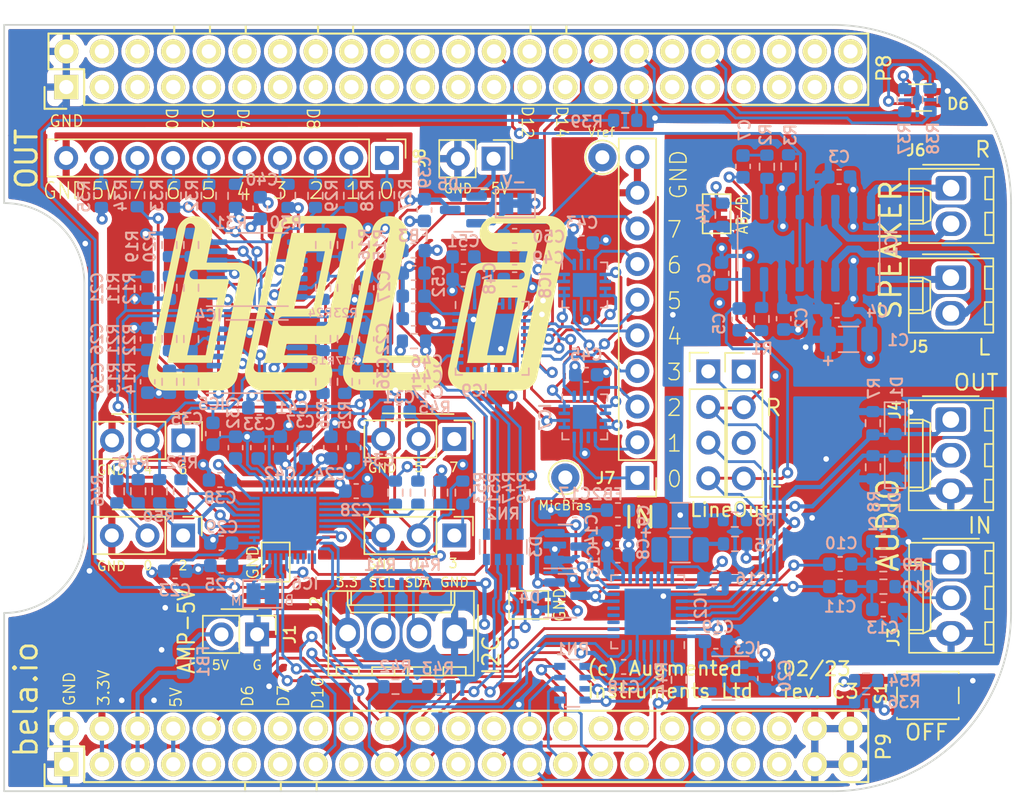
<source format=kicad_pcb>
(kicad_pcb (version 20211014) (generator pcbnew)
  (layers (0 "F.Cu" signal) (1 "In1.Cu" signal) (2 "In2.Cu" signal) (31 "B.Cu" signal) (34 "B.Paste" user) (35 "F.Paste" user) (36 "B.SilkS" user "B.Silkscreen") (37 "F.SilkS" user "F.Silkscreen") (38 "B.Mask" user) (39 "F.Mask" user) (44 "Edge.Cuts" user))
  (net 0 "")
  (net 1 "SPI_SCK")
  (net 2 "SPI_ADC_CNV")
  (net 3 "SPI_MISO")
  (net 4 "SPI_MOSI")
  (net 5 "+3.3VA")
  (net 6 "GND")
  (net 7 "+3V3")
  (net 8 "+1V8")
  (net 9 "/Audio Codec/AUD_HPROUT")
  (net 10 "+5V_AMP")
  (net 11 "/Audio Codec/AUD_HPLOUT")
  (net 12 "Net-(C8-Pad2)")
  (net 13 "/Audio Codec/LINE1RP")
  (net 14 "/Audio Codec/LINE1LP")
  (net 15 "Net-(C10-Pad2)")
  (net 16 "GNDA")
  (net 17 "/Audio Power Amp/AMP_INR")
  (net 18 "/Audio Power Amp/AMP_INL")
  (net 19 "+5V")
  (net 20 "/Analog Input/5V_ANALOG")
  (net 21 "/Analog Input/REFP")
  (net 22 "/Analog Output/ANALOG_OUT0")
  (net 23 "/Analog Output/ANALOG_OUT1")
  (net 24 "/Analog Output/ANALOG_OUT2")
  (net 25 "/Analog Output/ANALOG_OUT3")
  (net 26 "/Analog Output/ANALOG_OUT4")
  (net 27 "/Analog Output/ANALOG_OUT5")
  (net 28 "/Analog Output/ANALOG_OUT7")
  (net 29 "/Analog Output/ANALOG_OUT6")
  (net 30 "/Analog Output/PNEG")
  (net 31 "/Analog Output/VNEG_IN")
  (net 32 "/Audio Codec/AUDIO_HPR")
  (net 33 "AMP_SH{slash}")
  (net 34 "/Audio Codec/AUDIO_HPL")
  (net 35 "/Audio Codec/AUDIO_LINE_L+")
  (net 74 "+5VP")
  (net 83 "/Audio Codec/AUDIO_LINE_L-")
  (net 95 "/Audio Codec/AUDIO_LINE_R+")
  (net 96 "/Audio Codec/AUDIO_LINE_R-")
  (net 97 "Net-(IC4-Pad2)")
  (net 99 "AUD_DOUT2")
  (net 100 "Net-(J8-Pad1)")
  (net 101 "Net-(J8-Pad2)")
  (net 102 "Net-(J8-Pad3)")
  (net 103 "Net-(J8-Pad4)")
  (net 104 "Net-(J8-Pad5)")
  (net 105 "Net-(J8-Pad6)")
  (net 106 "Net-(J8-Pad7)")
  (net 107 "Net-(J8-Pad8)")
  (net 108 "Net-(J8-Pad9)")
  (net 109 "/Analog Output/DAC0")
  (net 110 "AUD_DIN")
  (net 111 "AUD_DOUT")
  (net 112 "AUD_WCLK")
  (net 113 "AUD_BCLK")
  (net 114 "AUD_MCLK")
  (net 115 "SDA")
  (net 116 "SCL")
  (net 117 "ADC_DAC_EN")
  (net 118 "/Analog Output/DAC2")
  (net 119 "Net-(IC6-Pad5)")
  (net 120 "/Analog Output/DAC4")
  (net 121 "RESETN")
  (net 122 "/Analog Output/DAC6")
  (net 123 "/Analog Output/DAC7")
  (net 124 "/Analog Output/DAC5")
  (net 125 "Net-(IC6-Pad6)")
  (net 126 "/Analog Output/DAC3")
  (net 127 "/Analog Output/DAC1")
  (net 128 "/Audio Power Amp/AMP_OUTR-")
  (net 129 "/Audio Power Amp/AMP_OUTR+")
  (net 130 "/Audio Power Amp/AMP_OUTL-")
  (net 132 "/Audio Power Amp/AMP_OUTL+")
  (net 133 "/Analog Input/ANALOG2")
  (net 135 "/Analog Input/ANALOG3")
  (net 136 "/I2C1_SDA")
  (net 137 "/I2C1_SCL")
  (net 138 "/SHUTDOWN_REQ{slash}")
  (net 139 "Net-(C32-Pad2)")
  (net 140 "Net-(C33-Pad2)")
  (net 141 "Net-(C34-Pad2)")
  (net 142 "Net-(IC4-Pad6)")
  (net 143 "/Analog Input/ANALOG0")
  (net 144 "/Analog Input/ANALOG1")
  (net 145 "/Analog Input/ANALOG4")
  (net 146 "/Analog Input/ANALOG5")
  (net 147 "/Analog Input/ANALOG6")
  (net 148 "/Analog Input/ANALOG7")
  (net 149 "/Audio Codec/AUDIO_INR")
  (net 150 "/Audio Codec/AUDIO_INL")
  (net 151 "Net-(P1-PadP8.33)")
  (net 152 "Net-(P1-PadP9.25)")
  (net 153 "Net-(P1-PadP9.28)")
  (net 154 "Net-(P1-PadP9.29)")
  (net 155 "Net-(P1-PadP9.30)")
  (net 156 "Net-(P1-PadP9.31)")
  (net 157 "/Analog Output/DAC_OPAMP_V-")
  (net 158 "/LED1")
  (net 159 "/LED0")
  (net 160 "Net-(IC9-Pad23)")
  (net 161 "Net-(IC9-Pad24)")
  (net 162 "Net-(IC9-Pad25)")
  (net 163 "Net-(IC9-Pad26)")
  (net 164 "Net-(C9-Pad2)")
  (net 165 "Net-(IC4-Pad9)")
  (net 166 "Net-(IC4-Pad13)")
  (net 167 "Net-(IC5-Pad2)")
  (net 168 "Net-(C5-Pad1)")
  (net 169 "Net-(IC1-Pad7)")
  (net 170 "Net-(C7-Pad1)")
  (net 171 "Net-(IC1-Pad10)")
  (net 172 "Net-(IC1-Pad9)")
  (net 173 "Net-(D6-Pad1)")
  (net 174 "Net-(D6-Pad2)")
  (net 175 "/Audio Codec/MICBIAS")
  (net 176 "Net-(IC5-Pad6)")
  (net 177 "Net-(IC5-Pad9)")
  (net 178 "Net-(IC5-Pad13)")
  (net 179 "Net-(C11-Pad2)")
  (net 180 "Net-(D5-Pad2)")
  (net 181 "Net-(C6-Pad1)")
  (net 182 "Net-(C52-Pad1)")
  (net 183 "Net-(C51-Pad1)")
  (net 184 "Net-(C48-Pad1)")
  (net 185 "Net-(IC7-Pad13)")
  (net 186 "Net-(IC7-Pad7)")
  (net 187 "Net-(IC7-Pad5)")
  (net 188 "Net-(IC7-Pad15)")
  (net 189 "Net-(IC8-Pad13)")
  (net 190 "Net-(IC8-Pad7)")
  (net 191 "Net-(IC8-Pad5)")
  (net 192 "Net-(IC8-Pad15)")
  (net 193 "Net-(IC9-Pad17)")
  (net 194 "Net-(IC9-Pad19)")
  (net 206 "Net-(C37-Pad2)")
  (net 207 "Net-(C37-Pad1)")
  (net 208 "Net-(C25-Pad2)")
  (net 214 "Net-(R36-Pad1)")
  (net 215 "Net-(IC6-Pad39)")
  (net 216 "Net-(IC6-Pad8)")
  (net 217 "Net-(IC6-Pad9)")
  (net 218 "Net-(IC6-Pad22)")
  (net 219 "Net-(IC6-Pad23)")
  (net 220 "Net-(IC6-Pad25)")
  (net 221 "Net-(IC6-Pad26)")
  (footprint "Jumper:SolderJumper-2_P1.3mm_Bridged_Pad1.0x1.5mm" (layer "F.Cu") (at 131.975 116.05 90)
    (fp_text reference "JP3" hide)
    (fp_text value "SolderJumper_2_Bridged")
  )
  (footprint "Bela:Bela-Logo_30mm_Silkscreen" (layer "F.Cu") (at 137.185756 97.725052)
    (fp_text reference "G1" hide)
    (fp_text value "Bela-Logo")
  )
  (footprint "Connector_PinHeader_2.54mm:PinHeader_1x02_P2.54mm_Vertical" (layer "F.Cu") (at 130.65 121.2 -90)
    (fp_text reference "J1")
    (fp_text value "Conn_01x02")
  )
  (footprint "Jumper:SolderJumper-2_P1.3mm_Bridged_Pad1.0x1.5mm" (layer "F.Cu") (at 150 119.1)
    (fp_text reference "JP2" hide)
    (fp_text value "SolderJumper_2_Bridged")
  )
  (footprint "Connector_Molex:Molex_KK-254_AE-6410-02A_1x02_P2.54mm_Vertical" (layer "F.Cu") (at 180.08 95.78 -90)
    (fp_text reference "J5")
    (fp_text value "Conn_01x02")
  )
  (footprint "Bela:BeagleBone_Black_Sockets_Board_outline" (layer "F.Cu") (at 143.34 107.555 90)
    (fp_text reference "P1" hide)
    (fp_text value "BeagleBone_Black_Header")
    (fp_line (start 29.79 28.335) (end 29.79 -30.72) (layer "Edge.Cuts") (width 0.127))
    (fp_line (start 29.79 -30.72) (end 17.09 -30.72) (layer "Edge.Cuts") (width 0.127))
    (fp_line (start -24.82 28.335) (end -24.82 -30.72) (layer "Edge.Cuts") (width 0.127))
    (fp_line (start -12.12 -30.72) (end -24.82 -30.72) (layer "Edge.Cuts") (width 0.127))
    (fp_line (start 17.09 41.035) (end -12.12 41.035) (layer "Edge.Cuts") (width 0.127))
    (fp_line (start 11.375 -25.005) (end -6.405 -25.005) (layer "Edge.Cuts") (width 0.127))
    (fp_arc (start 17.09 -30.72) (mid 15.416115 -26.678885) (end 11.375 -25.005) (layer "Edge.Cuts") (width 0.127))
    (fp_arc (start -6.405 -25.005) (mid -10.446115 -26.678885) (end -12.12 -30.72) (layer "Edge.Cuts") (width 0.127))
    (fp_arc (start -12.12 41.035) (mid -21.100256 37.315256) (end -24.82 28.335) (layer "Edge.Cuts") (width 0.127))
    (fp_arc (start 29.79 28.335) (mid 26.070256 37.315256) (end 17.09 41.035) (layer "Edge.Cuts") (width 0.127))
  )
  (footprint "LED_SMD:LED_LiteOn_LTST-C19HE1WT" (layer "F.Cu") (at 177.9 82.95 90)
    (fp_text reference "D6")
    (fp_text value "LTST-C195TBJRKT")
  )
  (footprint "Connector_Molex:Molex_KK-254_AE-6410-02A_1x02_P2.54mm_Vertical" (layer "F.Cu") (at 180.1 89.4 -90)
    (fp_text reference "J6")
    (fp_text value "Conn_01x02")
  )
  (footprint "Connector_Molex:Molex_KK-254_AE-6410-03A_1x03_P2.54mm_Vertical" (layer "F.Cu") (at 180.1 116.05 -90)
    (fp_text reference "J3")
    (fp_text value "Conn_01x03")
  )
  (footprint "Connector_PinHeader_2.54mm:PinHeader_1x10_P2.54mm_Vertical" (layer "F.Cu") (at 139.9 87.25 -90)
    (fp_text reference "J8")
    (fp_text value "Conn_01x10")
  )
  (footprint "Connector_PinHeader_2.54mm:PinHeader_1x03_P2.54mm_Vertical" (layer "F.Cu") (at 125.375 114.15 -90)
    (fp_text reference "J12" hide)
    (fp_text value "Conn_01x03")
  )
  (footprint "TestPoint:TestPoint_THTPad_D2.0mm_Drill1.0mm" (layer "F.Cu") (at 155.25 87.2)
    (fp_text reference "TP1" hide)
    (fp_text value "TestPoint")
  )
  (footprint "Connector_PinHeader_2.54mm:PinHeader_1x04_P2.54mm_Vertical" (layer "F.Cu") (at 165.3286 102.4736)
    (fp_text reference "J10" hide)
    (fp_text value "Conn_01x04")
  )
  (footprint "Connector_Molex:Molex_KK-254_AE-6410-03A_1x03_P2.54mm_Vertical" (layer "F.Cu") (at 180.08 105.8926 -90)
    (fp_text reference "J4")
    (fp_text value "Conn_01x03")
  )
  (footprint "Connector_PinHeader_2.54mm:PinHeader_1x04_P2.54mm_Vertical" (layer "F.Cu") (at 162.8 102.455)
    (fp_text reference "J9" hide)
    (fp_text value "Conn_01x04")
  )
  (footprint "Jumper:SolderJumper-2_P1.3mm_Bridged_Pad1.0x1.5mm" (layer "F.Cu") (at 163.4 91.225 90)
    (fp_text reference "JP1" hide)
    (fp_text value "SolderJumper_2_Bridged")
  )
  (footprint "Connector_Molex:Molex_KK-254_AE-6410-04A_1x04_P2.54mm_Vertical" (layer "F.Cu") (at 144.72 121.1 180)
    (fp_text reference "J2")
    (fp_text value "Conn_01x04")
  )
  (footprint "Connector_PinHeader_2.54mm:PinHeader_1x03_P2.54mm_Vertical" (layer "F.Cu") (at 144.7 114.15 -90)
    (fp_text reference "J14" hide)
    (fp_text value "Conn_01x03")
  )
  (footprint "Connector_PinHeader_2.54mm:PinHeader_1x03_P2.54mm_Vertical" (layer "F.Cu") (at 144.7 107.28 -90)
    (fp_text reference "J15" hide)
    (fp_text value "Conn_01x03")
  )
  (footprint "Button_Switch_SMD:SW_SPST_PTS810" (layer "F.Cu") (at 178.45 125.55 180)
    (fp_text reference "S1")
    (fp_text value "PTS810")
  )
  (footprint "Connector_PinHeader_2.54mm:PinHeader_1x02_P2.54mm_Vertical" (layer "F.Cu") (at 147.495 87.3 -90)
    (fp_text reference "J11" hide)
    (fp_text value "Conn_01x02")
  )
  (footprint "Connector_PinHeader_2.54mm:PinHeader_1x03_P2.54mm_Vertical" (layer "F.Cu") (at 125.39 107.38 -90)
    (fp_text reference "J13" hide)
    (fp_text value "Conn_01x03")
  )
  (footprint "TestPoint:TestPoint_THTPad_D2.0mm_Drill1.0mm" (layer "F.Cu") (at 152.61 110.02)
    (fp_text reference "TP2" hide)
    (fp_text value "TestPoint")
  )
  (footprint "Connector_PinHeader_2.54mm:PinHeader_1x10_P2.54mm_Vertical" (layer "F.Cu") (at 157.75 110.05 180)
    (fp_text reference "J7")
    (fp_text value "Conn_01x10")
  )
  (footprint "Bela:SolderJumper2_with_mask" (layer "F.Cu") (at 146.4 103.6 90)
    (fp_text reference "JP5" hide)
    (fp_text value "SolderJumper_2_Bridged")
  )
  (footprint "Package_SO:SO-16_3.9x9.9mm_P1.27mm" (layer "B.Cu") (at 169.95 93.325 90)
    (fp_text reference "IC1")
    (fp_text value "PAM8406")
  )
  (footprint "Resistor_SMD:R_0603_1608Metric" (layer "B.Cu") (at 124.7 89.95 90)
    (fp_text reference "R33")
    (fp_text value "220")
  )
  (footprint "Resistor_SMD:R_0603_1608Metric" (layer "B.Cu") (at 125.95 96.5 -90)
    (fp_text reference "R12")
    (fp_text value "16.9k/0.5%")
  )
  (footprint "Jumper:SolderJumper-2_P1.3mm_Bridged_Pad1.0x1.5mm" (layer "B.Cu") (at 131.04 118.31)
    (fp_text reference "JP6" hide)
    (fp_text value "SolderJumper_2_Bridged")
  )
  (footprint "Resistor_SMD:R_0603_1608Metric" (layer "B.Cu") (at 142.61 117.68 180)
    (fp_text reference "R40")
    (fp_text value "10k")
  )
  (footprint "Resistor_SMD:R_0603_1608Metric" (layer "B.Cu") (at 136.9 93.45 -90)
    (fp_text reference "R15")
    (fp_text value "22k/0.5%")
  )
  (footprint "Jumper:SolderJumper-2_P1.3mm_Bridged_Pad1.0x1.5mm" (layer "B.Cu") (at 149.05 90.5 180)
    (fp_text reference "JP4" hide)
    (fp_text value "SolderJumper_2_Bridged")
  )
  (footprint "Capacitor_SMD:C_0603_1608Metric" (layer "B.Cu") (at 128.09 114.69)
    (fp_text reference "C29")
    (fp_text value "1uF")
  )
  (footprint "Capacitor_SMD:C_0603_1608Metric" (layer "B.Cu") (at 149 94.35)
    (fp_text reference "C49")
    (fp_text value "10uF")
  )
  (footprint "Capacitor_SMD:C_0603_1608Metric" (layer "B.Cu") (at 149 95.9)
    (fp_text reference "C48")
    (fp_text value "1uF")
  )
  (footprint "Capacitor_SMD:C_0603_1608Metric" (layer "B.Cu") (at 128.09 116.29)
    (fp_text reference "C25")
    (fp_text value "1uF")
  )
  (footprint "Package_TO_SOT_SMD:SOT-23" (layer "B.Cu") (at 145.35 90.95 180)
    (fp_text reference "D5")
    (fp_text value "BAS70-06")
  )
  (footprint "Resistor_SMD:R_0603_1608Metric" (layer "B.Cu") (at 122.1 89.9 90)
    (fp_text reference "R34")
    (fp_text value "220")
  )
  (footprint "Capacitor_SMD:C_0603_1608Metric" (layer "B.Cu") (at 128 110.2)
    (fp_text reference "C38")
    (fp_text value "1uF")
  )
  (footprint "Capacitor_SMD:C_0603_1608Metric" (layer "B.Cu") (at 141.8 95.45)
    (fp_text reference "C46")
    (fp_text value "10uF")
  )
  (footprint "Resistor_SMD:R_0603_1608Metric" (layer "B.Cu") (at 135.35 103.2 -90)
    (fp_text reference "R26")
    (fp_text value "16.9k/0.5%")
  )
  (footprint "Capacitor_SMD:C_0603_1608Metric" (layer "B.Cu") (at 138.45 96.5 90)
    (fp_text reference "C27")
    (fp_text value "22nF")
  )
  (footprint "Resistor_SMD:R_0603_1608Metric" (layer "B.Cu") (at 166.975 87.875 90)
    (fp_text reference "R2")
    (fp_text value "51k")
  )
  (footprint "Capacitor_SMD:C_0603_1608Metric" (layer "B.Cu") (at 163.34 121.71)
    (fp_text reference "C19")
    (fp_text value "0.1uF")
  )
  (footprint "Package_DFN_QFN:VQFN-32-1EP_5x5mm_P0.5mm_EP3.5x3.5mm" (layer "B.Cu") (at 147.4 100.1 -90)
    (fp_text reference "IC9")
    (fp_text value "ADS8168")
  )
  (footprint "Capacitor_SMD:C_0603_1608Metric" (layer "B.Cu") (at 156.36 113.96 180)
    (fp_text reference "C14")
    (fp_text value "10uF")
  )
  (footprint "Capacitor_SMD:C_0603_1608Metric" (layer "B.Cu") (at 138.45 103.2 -90)
    (fp_text reference "C36")
    (fp_text value "22nF")
  )
  (footprint "Capacitor_SMD:C_0603_1608Metric" (layer "B.Cu") (at 165.275 87.85 -90)
    (fp_text reference "C7")
    (fp_text value "1uF")
  )
  (footprint "Capacitor_SMD:C_0603_1608Metric" (layer "B.Cu") (at 127.5 106.9 90)
    (fp_text reference "C35")
    (fp_text value "22nF")
  )
  (footprint "Resistor_SMD:R_0603_1608Metric" (layer "B.Cu") (at 141.825 100.3)
    (fp_text reference "R45")
    (fp_text value "10k")
  )
  (footprint "Resistor_SMD:R_0603_1608Metric" (layer "B.Cu") (at 174.05 126 180)
    (fp_text reference "R36")
    (fp_text value "100")
  )
  (footprint "Capacitor_SMD:C_0603_1608Metric" (layer "B.Cu") (at 172.125 88.6 180)
    (fp_text reference "C3")
    (fp_text value "0.1uF")
  )
  (footprint "Capacitor_SMD:C_0603_1608Metric" (layer "B.Cu") (at 175.27 119.42 180)
    (fp_text reference "C13")
    (fp_text value "47pF")
  )
  (footprint "Resistor_SMD:R_0603_1608Metric" (layer "B.Cu") (at 124.4 100.15 -90)
    (fp_text reference "R21")
    (fp_text value "22k/0.5%")
  )
  (footprint "Resistor_SMD:R_0603_1608Metric" (layer "B.Cu") (at 140.5 111.1 90)
    (fp_text reference "R53")
    (fp_text value "330")
  )
  (footprint "Resistor_SMD:R_0603_1608Metric" (layer "B.Cu") (at 134.8 89.95 90)
    (fp_text reference "R29")
    (fp_text value "220")
  )
  (footprint "Capacitor_SMD:C_0603_1608Metric" (layer "B.Cu") (at 156.77 123.52)
    (fp_text reference "C18")
    (fp_text value "0.1uF")
  )
  (footprint "Capacitor_SMD:C_0603_1608Metric" (layer "B.Cu") (at 122.85 103.2 90)
    (fp_text reference "C30")
    (fp_text value "22nF")
  )
  (footprint "Inductor_SMD:L_0603_1608Metric" (layer "B.Cu") (at 125.4 123.15 -90)
    (fp_text reference "FB1")
    (fp_text value "MPZ1608S121ATAH0")
  )
  (footprint "Resistor_SMD:R_0603_1608Metric" (layer "B.Cu") (at 125.95 93.45 90)
    (fp_text reference "R20")
    (fp_text value "16.9k/0.5%")
  )
  (footprint "Capacitor_SMD:C_0603_1608Metric" (layer "B.Cu") (at 165 98.75 90)
    (fp_text reference "C5")
    (fp_text value "1uF")
  )
  (footprint "Capacitor_SMD:C_0603_1608Metric" (layer "B.Cu") (at 132.31 107.89 -90)
    (fp_text reference "C42")
    (fp_text value "47uF")
  )
  (footprint "Capacitor_SMD:C_0603_1608Metric" (layer "B.Cu") (at 122.85 100.15 -90)
    (fp_text reference "C26")
    (fp_text value "22nF")
  )
  (footprint "Capacitor_SMD:C_0603_1608Metric" (layer "B.Cu") (at 141.8 97.1)
    (fp_text reference "C44")
    (fp_text value "0.1uF")
  )
  (footprint "Capacitor_SMD:C_0603_1608Metric" (layer "B.Cu") (at 172.2 116.19)
    (fp_text reference "C10")
    (fp_text value "1uF")
  )
  (footprint "Diode_SMD:D_0603_1608Metric" (layer "B.Cu") (at 176.11 109.29 90)
    (fp_text reference "D2")
    (fp_text value "PESD0603-240")
  )
  (footprint "Package_TO_SOT_SMD:SOT-23" (layer "B.Cu") (at 152.77 114.94)
    (fp_text reference "D3")
    (fp_text value "BAS70-04")
  )
  (footprint "Resistor_SMD:R_0603_1608Metric" (layer "B.Cu") (at 132.85 89.95 90)
    (fp_text reference "R30")
    (fp_text value "220")
  )
  (footprint "Package_TO_SOT_SMD:SOT-23-5" (layer "B.Cu") (at 163.88 124.32 180)
    (fp_text reference "IC3")
    (fp_text value "MIC5317")
  )
  (footprint "Capacitor_SMD:C_0603_1608Metric" (layer "B.Cu") (at 122.85 96.5 90)
    (fp_text reference "C21")
    (fp_text value "22nF")
  )
  (footprint "Resistor_SMD:R_0603_1608Metric" (layer "B.Cu") (at 123.698 110.998 -90)
    (fp_text reference "R50")
    (fp_text value "330")
  )
  (footprint "Resistor_SMD:R_0603_1608Metric" (layer "B.Cu") (at 145.3 111.1 -90)
    (fp_text reference "R49")
    (fp_text value "330")
  )
  (footprint "Resistor_SMD:R_0603_1608Metric" (layer "B.Cu") (at 160.7 124.44 -90)
    (fp_text reference "R44")
    (fp_text value "22")
  )
  (footprint "Resistor_SMD:R_0603_1608Metric" (layer "B.Cu") (at 136.9 100.15 -90)
    (fp_text reference "R17")
    (fp_text value "22k/0.5%")
  )
  (footprint "Resistor_SMD:R_0603_1608Metric" (layer "B.Cu") (at 164.71 114.75 180)
    (fp_text reference "R5")
    (fp_text value "15")
  )
  (footprint "Resistor_SMD:R_0603_1608Metric" (layer "B.Cu") (at 135.35 93.45 90)
    (fp_text reference "R16")
    (fp_text value "16.9k/0.5%")
  )
  (footprint "Package_TO_SOT_SMD:SOT-23" (layer "B.Cu") (at 152.77 118.45)
    (fp_text reference "D4")
    (fp_text value "BAS70-04")
  )
  (footprint "Resistor_SMD:R_0603_1608Metric" (layer "B.Cu") (at 140.51 124.93 180)
    (fp_text reference "R42")
    (fp_text value "10k")
  )
  (footprint "Capacitor_SMD:C_0603_1608Metric" (layer "B.Cu") (at 172.2 117.79)
    (fp_text reference "C11")
    (fp_text value "1uF")
  )
  (footprint "Capacitor_SMD:C_0603_1608Metric" (layer "B.Cu") (at 140.75 105.35)
    (fp_text reference "C31")
    (fp_text value "22nF")
  )
  (footprint "Capacitor_SMD:C_0603_1608Metric" (layer "B.Cu") (at 153.8 93.3 180)
    (fp_text reference "C43")
    (fp_text value "0.1uF")
  )
  (footprint "Inductor_SMD:L_0603_1608Metric" (layer "B.Cu") (at 156.36 112.35)
    (fp_text reference "FB2")
    (fp_text value "MPZ1608S121ATAH0")
  )
  (footprint "Resistor_SMD:R_0603_1608Metric" (layer "B.Cu") (at 124.4 93.45 -90)
    (fp_text reference "R19")
    (fp_text value "22k/0.5%")
  )
  (footprint "Bela:QFN40P500X500X80-41N-D" (layer "B.Cu") (at 132.95 113.3)
    (fp_text reference "IC6")
    (fp_text value "ES9080Q" hide)
  )
  (footprint "Package_DFN_QFN:QFN-16-1EP_3x3mm_P0.5mm_EP1.7x1.7mm" (layer "B.Cu") (at 154 105.7 -90)
    (fp_text reference "IC7")
    (fp_text value "TSV524xIQ4T")
  )
  (footprint "Inductor_SMD:L_0603_1608Metric" (layer "B.Cu") (at 141.8 93.85 180)
    (fp_text reference "FB3")
    (fp_text value "MPZ1608S121ATAH0")
  )
  (footprint "Resistor_SMD:R_0603_1608Metric" (layer "B.Cu") (at 175.27 116.2)
    (fp_text reference "R9")
    (fp_text value "220")
  )
  (footprint "Resistor_SMD:R_0603_1608Metric" (layer "B.Cu") (at 143.7 111.1 -90)
    (fp_text reference "R47")
    (fp_text value "330")
  )
  (footprint "Resistor_SMD:R_0603_1608Metric" (layer "B.Cu") (at 120.65 110.998 90)
    (fp_text reference "R46")
    (fp_text value "330")
  )
  (footprint "Resistor_SMD:R_0603_1608Metric" (layer "B.Cu") (at 135.35 96.5 -90)
    (fp_text reference "R24")
    (fp_text value "16.9k/0.5%")
  )
  (footprint "Capacitor_SMD:C_0603_1608Metric" (layer "B.Cu") (at 135.91 107.89 -90)
    (fp_text reference "C24")
    (fp_text value "1uF")
  )
  (footprint "Resistor_SMD:R_0603_1608Metric" (layer "B.Cu") (at 136.9 103.2 90)
    (fp_text reference "R25")
    (fp_text value "22k/0.5%")
  )
  (footprint "Resistor_SMD:R_0603_1608Metric" (layer "B.Cu") (at 164.69 113.02 180)
    (fp_text reference "R6")
    (fp_text value "15")
  )
  (footprint "Resistor_SMD:R_0603_1608Metric" (layer "B.Cu") (at 174.53 106.15 -90)
    (fp_text reference "R7")
    (fp_text value "3.3k")
  )
  (footprint "Package_DFN_QFN:QFN-32-1EP_5x5mm_P0.5mm_EP3.3x3.3mm" (layer "B.Cu") (at 158.4825 119.59 90)
    (fp_text reference "IC2")
    (fp_text value "TLV320AIC3104")
  )
  (footprint "Resistor_SMD:R_0603_1608Metric" (layer "B.Cu") (at 124.4 96.5 90)
    (fp_text reference "R11")
    (fp_text value "22k/0.5%")
  )
  (footprint "Capacitor_SMD:C_0603_1608Metric" (layer "B.Cu") (at 130.8 105.05 180)
    (fp_text reference "C41")
    (fp_text value "0.1uF")
  )
  (footprint "Resistor_SMD:R_0603_1608Metric" (layer "B.Cu") (at 136.9 96.5 90)
    (fp_text reference "R23")
    (fp_text value "22k/0.5%")
  )
  (footprint "Capacitor_SMD:C_0603_1608Metric" (layer "B.Cu") (at 134.1 107.89 -90)
    (fp_text reference "C37")
    (fp_text value "2.2uF, 10V")
  )
  (footprint "Capacitor_SMD:C_0603_1608Metric" (layer "B.Cu") (at 130.71 107.89 -90)
    (fp_text reference "C33")
    (fp_text value "4.7uF")
  )
  (footprint "Resistor_SMD:R_0603_1608Metric" (layer "B.Cu") (at 175.28 117.8)
    (fp_text reference "R10")
    (fp_text value "220")
  )
  (footprint "Resistor_SMD:R_0603_1608Metric" (layer "B.Cu") (at 137.35 89.95 90)
    (fp_text reference "R28")
    (fp_text value "220")
  )
  (footprint "Package_DFN_QFN:QFN-16-1EP_3x3mm_P0.5mm_EP1.7x1.7mm" (layer "B.Cu") (at 154 96.3 -90)
    (fp_text reference "IC8")
    (fp_text value "TSV524xIQ4T")
  )
  (footprint "Resistor_SMD:R_0603_1608Metric" (layer "B.Cu") (at 163.825 91.3 90)
    (fp_text reference "R4")
    (fp_text value "100k")
  )
  (footprint "Capacitor_SMD:C_0603_1608Metric" (layer "B.Cu") (at 156.355 115.58 180)
    (fp_text reference "C15")
    (fp_text value "0.1uF")
  )
  (footprint "Diode_SMD:D_0603_1608Metric" (layer "B.Cu") (at 176.1 106.14 -90)
    (fp_text reference "D1")
    (fp_text value "PESD0603-240")
  )
  (footprint "Resistor_SMD:R_0603_1608Metric" (layer "B.Cu") (at 142.1 111.1 90)
    (fp_text reference "R51")
    (fp_text value "330")
  )
  (footprint "Resistor_SMD:R_0603_1608Metric" (layer "B.Cu") (at 129.1 89.95 90)
    (fp_text reference "R31")
    (fp_text value "220")
  )
  (footprint "Capacitor_SMD:C_0603_1608Metric" (layer "B.Cu") (at 175.27 114.57 180)
    (fp_text reference "C12")
    (fp_text value "47pF")
  )
  (footprint "Resistor_SMD:R_0603_1608Metric" (layer "B.Cu") (at 139.9 89.9 90)
    (fp_text reference "R27")
    (fp_text value "220")
  )
  (footprint "Capacitor_SMD:C_0603_1608Metric" (layer "B.Cu") (at 163.23 117.2)
    (fp_text reference "C16")
    (fp_text value "0.1uF")
  )
  (footprint "Resistor_SMD:R_0603_1608Metric" (layer "B.Cu") (at 174.05 124.5 180)
    (fp_text reference "R54")
    (fp_text value "4.7k")
  )
  (footprint "Capacitor_SMD:C_0603_1608Metric" (layer "B.Cu") (at 137.71 110.99 180)
    (fp_text reference "C28")
    (fp_text value "1uF")
  )
  (footprint "Resistor_SMD:R_0603_1608Metric" (layer "B.Cu") (at 135.35 100.15 90)
    (fp_text reference "R18")
    (fp_text value "16.9k/0.5%")
  )
  (footprint "Capacitor_SMD:C_0603_1608Metric" (layer "B.Cu") (at 130.87 90.82 -90)
    (fp_text reference "C40")
    (fp_text value "0.1uF")
  )
  (footprint "Resistor_SMD:R_0603_1608Metric" (layer "B.Cu") (at 143.61 124.93)
    (fp_text reference "R43")
    (fp_text value "10k")
  )
  (footprint "Capacitor_SMD:C_0603_1608Metric" (layer "B.Cu") (at 138.45 100.15 90)
    (fp_text reference "C22")
    (fp_text value "22nF")
  )
  (footprint "Capacitor_SMD:C_0603_1608Metric" (layer "B.Cu") (at 124.8 116.7 180)
    (fp_text reference "C23")
    (fp_text value "1uF")
  )
  (footprint "Resistor_SMD:R_0603_1608Metric" (layer "B.Cu") (at 119.55 89.95 90)
    (fp_text reference "R35")
    (fp_text value "100")
  )
  (footprint "Capacitor_SMD:C_0603_1608Metric" (layer "B.Cu") (at 142.57 90.96 -90)
    (fp_text reference "C39")
    (fp_text value "10uF, 10V")
  )
  (footprint "Resistor_SMD:R_0603_1608Metric" (layer "B.Cu") (at 168.52 87.85 -90)
    (fp_text reference "R3")
    (fp_text value "100k")
  )
  (footprint "Capacitor_SMD:C_0603_1608Metric" (layer "B.Cu") (at 145.35 94.3 180)
    (fp_text reference "C51")
    (fp_text value "1uF")
  )
  (footprint "Capacitor_SMD:C_0603_1608Metric" (layer "B.Cu") (at 163.75 95.475 90)
    (fp_text reference "C6")
    (fp_text value "1uF")
  )
  (footprint "Capacitor_SMD:C_0603_1608Metric" (layer "B.Cu") (at 166.84 124.34 -90)
    (fp_text reference "C20")
    (fp_text value "1uF")
  )
  (footprint "Capacitor_SMD:C_0603_1608Metric" (layer "B.Cu") (at 149 92.8)
    (fp_text reference "C50")
    (fp_text value "10uF")
  )
  (footprint "Capacitor_SMD:C_0603_1608Metric" (layer "B.Cu") (at 153.28 112.35 180)
    (fp_text reference "C17")
    (fp_text value "10uF")
  )
  (footprint "Capacitor_SMD:C_0603_1608Metric" (layer "B.Cu") (at 129.11 107.89 -90)
    (fp_text reference "C32")
    (fp_text value "1uF")
  )
  (footprint "Resistor_SMD:R_Array_Convex_4x0603" (layer "B.Cu") (at 148.19 114.96 -90)
    (fp_text reference "RN2")
    (fp_text value "22")
  )
  (footprint "Capacitor_SMD:C_0603_1608Metric" (layer "B.Cu") (at 145.35 95.9 180)
    (fp_text reference "C52")
    (fp_text value "1uF")
  )
  (footprint "Resistor_SMD:R_0603_1608Metric" (layer "B.Cu") (at 176.8 83.125 90)
    (fp_text reference "R37")
    (fp_text value "560")
  )
  (footprint "Capacitor_SMD:C_0603_1608Metric" (layer "B.Cu") (at 154.1 102.7 180)
    (fp_text reference "C45")
    (fp_text value "0.1uF")
  )
  (footprint "Resistor_SMD:R_0603_1608Metric" (layer "B.Cu") (at 127.2 89.95 90)
    (fp_text reference "R32")
    (fp_text value "220")
  )
  (footprint "Capacitor_SMD:C_0603_1608Metric" (layer "B.Cu") (at 141.8 98.7)
    (fp_text reference "C47")
    (fp_text value "0.1uF")
  )
  (footprint "Resistor_SMD:R_0603_1608Metric" (layer "B.Cu") (at 122.174 110.998 90)
    (fp_text reference "R48")
    (fp_text value "330")
  )
  (footprint "Package_SO:TSSOP-14_4.4x5mm_P0.65mm" (layer "B.Cu") (at 130.65 95.2)
    (fp_text reference "IC4")
    (fp_text value "MC33204")
  )
  (footprint "Capacitor_SMD:C_0603_1608Metric" (layer "B.Cu") (at 137.51 107.89 90)
    (fp_text reference "C34")
    (fp_text value "1uF")
  )
  (footprint "Resistor_SMD:R_0603_1608Metric" (layer "B.Cu") (at 156.88 84.57)
    (fp_text reference "R39")
    (fp_text value "22")
  )
  (footprint "Resistor_SMD:R_0603_1608Metric" (layer "B.Cu") (at 124.4 103.2 90)
    (fp_text reference "R13")
    (fp_text value "22k/0.5%")
  )
  (footprint "Capacitor_SMD:C_0603_1608Metric" (layer "B.Cu") (at 171.975 98.125 180)
    (fp_text reference "C4")
    (fp_text value "0.1uF")
  )
  (footprint "Resistor_SMD:R_0603_1608Metric" (layer "B.Cu") (at 139.26 117.67)
    (fp_text reference "R41")
    (fp_text value "10k")
  )
  (footprint "Capacitor_SMD:C_1206_3216Metric" (layer "B.Cu") (at 172.8 100.175)
    (fp_text reference "C1")
    (fp_text value "47uF")
  )
  (footprint "Resistor_SMD:R_Array_Convex_4x0603" (layer "B.Cu") (at 153.12 124.68 180)
    (fp_text reference "RN1")
    (fp_text value "22")
  )
  (footprint "Resistor_SMD:R_0603_1608Metric" (layer "B.Cu") (at 174.54 109.29 90)
    (fp_text reference "R8")
    (fp_text value "3.3k")
  )
  (footprint "Resistor_SMD:R_0603_1608Metric" (layer "B.Cu") (at 125.222 110.998 -90)
    (fp_text reference "R52")
    (fp_text value "330")
  )
  (footprint "Capacitor_SMD:C_0603_1608Metric" (layer "B.Cu") (at 168.175 98.7 90)
    (fp_text reference "C2")
    (fp_text value "0.1uF")
  )
  (footprint "Resistor_SMD:R_0603_1608Metric" (layer "B.Cu") (at 125.95 100.15 90)
    (fp_text reference "R22")
    (fp_text value "16.9k/0.5%")
  )
  (footprint "Capacitor_SMD:C_1206_3216Metric" (layer "B.Cu") (at 160.79 115.17)
    (fp_text reference "C8")
    (fp_text value "47uF")
  )
  (footprint "Resistor_SMD:R_0603_1608Metric" (layer "B.Cu") (at 166.6 98.725 -90)
    (fp_text reference "R1")
    (fp_text value "51k")
  )
  (footprint "Package_SO:TSSOP-14_4.4x5mm_P0.65mm" (layer "B.Cu") (at 130.65 101.4)
    (fp_text reference "IC5")
    (fp_text value "MC33204")
  )
  (footprint "Resistor_SMD:R_0603_1608Metric" (layer "B.Cu") (at 178.6 83.1 -90)
    (fp_text reference "R38")
    (fp_text value "560")
  )
  (footprint "Resistor_SMD:R_0603_1608Metric" (layer "B.Cu") (at 125.95 103.2 -90)
    (fp_text reference "R14")
    (fp_text value "16.9k/0.5%")
  )
  (footprint "Capacitor_SMD:C_1206_3216Metric" (layer "B.Cu") (at 160.79 112.73)
    (fp_text reference "C9")
    (fp_text value "47uF")
  )
  (gr_line (start 162.7 105.07) (end 165.35 105.07) (layer "F.Cu") (width 0.2))
  (gr_line (start 162.82 110.07) (end 165.39 110.07) (layer "F.Cu") (width 0.2))
  (gr_line (start 139.65 112.3) (end 144.7 112.3) (layer "F.SilkS") (width 0.12))
  (gr_circle (center 157.75 110.05) (end 157.85 109.85) (layer "F.SilkS") (width 0.12) (fill none))
  (gr_line (start 128.1 119.4) (end 130.7 119.4) (layer "F.SilkS") (width 0.12))
  (gr_circle (center 137.1 121.1) (end 137.3 120.95) (layer "F.SilkS") (width 0.12) (fill none))
  (gr_line (start 120.35 112.3) (end 125.4 112.3) (layer "F.SilkS") (width 0.12))
  (gr_line (start 120.3 105.5) (end 125.4 105.5) (layer "F.SilkS") (width 0.12))
  (gr_line (start 139.6 105.45) (end 144.65 105.5) (layer "F.SilkS") (width 0.12))
  (gr_text "-V" (at 148.98 88.93) (layer "B.SilkS") (effects (font (size 0.8 0.8)) (justify mirror)))
  (gr_text "B" (at 132.94 118.77) (layer "B.SilkS") (effects (font (size 0.7 0.7) (thickness 0.1)) (justify mirror)))
  (gr_text "+" (at 158.35 113.89) (layer "B.SilkS") (effects (font (size 0.8 0.8)) (justify mirror)))
  (gr_text "M" (at 129.16 118.79) (layer "B.SilkS") (effects (font (size 0.7 0.7) (thickness 0.1)) (justify mirror)))
  (gr_text "+" (at 171.34 101.65) (layer "B.SilkS") (effects (font (size 0.8 0.8)) (justify mirror)))
  (gr_text "4" (at 161.0106 99.2886) (layer "F.SilkS") (effects (font (size 1.1684 1.1684) (thickness 0.1016)) (justify right top)))
  (gr_text "4" (at 123.25 109.05) (layer "F.SilkS") (effects (font (size 0.67056 0.67056) (thickness 0.1)) (justify right top)))
  (gr_text "6" (at 125.75 109.05) (layer "F.SilkS") (effects (font (size 0.67056 0.67056) (thickness 0.1)) (justify right top)))
  (gr_text "3.3V" (at 119.25 123.65 90) (layer "F.SilkS") (effects (font (size 0.8 0.8) (thickness 0.1)) (justify right top)))
  (gr_text "3" (at 161.0106 101.8286) (layer "F.SilkS") (effects (font (size 1.1684 1.1684) (thickness 0.1016)) (justify right top)))
  (gr_text "5" (at 127.8 88.9) (layer "F.SilkS") (effects (font (size 1.1684 1.1684) (thickness 0.1016)) (justify right top)))
  (gr_text "SCL" (at 140.5 117.1) (layer "F.SilkS") (effects (font (size 0.67056 0.67056) (thickness 0.1)) (justify right top)))
  (gr_text "5V" (at 124.4 124.9 90) (layer "F.SilkS") (effects (font (size 0.8 0.8) (thickness 0.1)) (justify right top)))
  (gr_text "-" (at 126.85 77.55 90) (layer "F.SilkS") (effects (font (size 0.67056 0.67056)) (justify right top)))
  (gr_text "1" (at 142.5 115.75) (layer "F.SilkS") (effects (font (size 0.67056 0.67056) (thickness 0.1)) (justify right top)))
  (gr_text "GND" (at 129.88 114.78 90) (layer "F.SilkS") (effects (font (size 0.8 0.8) (thickness 0.1016)) (justify right top)))
  (gr_text "SPEAKER\n" (at 175.8 93.8 90) (layer "F.SilkS") (effects (font (size 1.5 1.5) (thickness 0.2))))
  (gr_text "-" (at 134.55 77.55 90) (layer "F.SilkS") (effects (font (size 0.67056 0.67056)) (justify right top)))
  (gr_text "GND" (at 145.8 117.1) (layer "F.SilkS") (effects (font (size 0.67056 0.67056) (thickness 0.1)) (justify right top)))
  (gr_text "2" (at 135.5 88.9) (layer "F.SilkS") (effects (font (size 1.1684 1.1684) (thickness 0.1016)) (justify right top)))
  (gr_text "GND" (at 140.6 115.8) (layer "F.SilkS") (effects (font (size 0.67056 0.67056) (thickness 0.1)) (justify right top)))
  (gr_text "-5V" (at 148.65 88.96) (layer "F.SilkS") (effects (font (size 0.8 0.7) (thickness 0.1016)) (justify right top)))
  (gr_text "GND" (at 118.35 84.15) (layer "F.SilkS") (effects (font (size 0.8 0.8) (thickness 0.1)) (justify right top)))
  (gr_text "SDA" (at 143.1 117.1) (layer "F.SilkS") (effects (font (size 0.67056 0.67056) (thickness 0.1)) (justify right top)))
  (gr_text "OUT" (at 115.1 89.6 90) (layer "F.SilkS") (effects (font (size 1.5 1.5) (thickness 0.21336)) (justify left bottom)))
  (gr_text "MicBias" (at 154.55 111.62) (layer "F.SilkS") (effects (font (size 0.67056 0.67056) (thickness 0.09144)) (justify right top)))
  (gr_text "GND" (at 140.65 108.95) (layer "F.SilkS") (effects (font (size 0.67056 0.67056) (thickness 0.1)) (justify right top)))
  (gr_text "D7" (at 132.05 124.75 90) (layer "F.SilkS") (effects (font (size 0.8 0.8) (thickness 0.1)) (justify right top)))
  (gr_text "IN" (at 181.2036 114.1) (layer "F.SilkS") (effects (font (size 1.1176 1.1176) (thickness 0.1524)) (justify left bottom)))
  (gr_text "OUT" (at 180.1876 103.9) (layer "F.SilkS") (effects (font (size 1.1176 1.1176) (thickness 0.1524)) (justify left bottom)))
  (gr_text "7" (at 161.0106 91.6686) (layer "F.SilkS") (effects (font (size 1.1684 1.1684) (thickness 0.1016)) (justify right top)))
  (gr_text "D10" (at 134.5 124.15 90) (layer "F.SilkS") (effects (font (size 0.8 0.8) (thickness 0.1)) (justify right top)))
  (gr_text "7" (at 122.7 88.9) (layer "F.SilkS") (effects (font (size 1.1684 1.1684) (thickness 0.1016)) (justify right top)))
  (gr_text "I2C" (at 148 124.2 90) (layer "F.SilkS") (effects (font (size 1.1684 1.1684)) (justify left bottom)))
  (gr_text "5V" (at 128.7 123) (layer "F.SilkS") (effects (font (size 0.67056 0.67056) (thickness 0.1)) (justify right top)))
  (gr_text "AB/D" (at 164.75 89.88 90) (layer "F.SilkS") (effects (font (size 0.8 0.7) (thickness 0.1016)) (justify right top)))
  (gr_text "(c) Augmented \nInstruments Ltd" (at 154.09 125.82) (layer "F.SilkS") (effects (font (size 1 1)) (justify left bottom)))
  (gr_text "1" (at 138.1 88.9) (layer "F.SilkS") (effects (font (size 1.1684 1.1684) (thickness 0.1016)) (justify right top)))
  (gr_text "0" (at 140.5 88.9) (layer "F.SilkS") (effects (font (size 1.1684 1.1684) (thickness 0.1016)) (justify right top)))
  (gr_text "GND" (at 121.35 115.95) (layer "F.SilkS") (effects (font (size 0.67056 0.67056) (thickness 0.1)) (justify right top)))
  (gr_text "4" (at 130.3 89) (layer "F.SilkS") (effects (font (size 1.1684 1.1684) (thickness 0.1016)) (justify right top)))
  (gr_text "5" (at 142.55 108.9) (layer "F.SilkS") (effects (font (size 0.67056 0.67056) (thickness 0.1)) (justify right top)))
  (gr_text "D0" (at 125.02 85.3 270) (layer "F.SilkS") (effects (font (size 0.8 0.8) (thickness 0.1)) (justify right top)))
  (gr_text "D8" (at 135.14 85.3 270) (layer "F.SilkS") (effects (font (size 0.87 0.8) (thickness 0.1)) (justify right top)))
  (gr_text "5V" (at 120.7 88.9) (layer "F.SilkS") (effects (font (size 1.1684 1) (thickness 0.1016)) (justify right top)))
  (gr_text "7" (at 145.05 108.9) (layer "F.SilkS") (effects (font (size 0.67056 0.67056) (thickness 0.1)) (justify right top)))
  (gr_text "-" (at 131.9 131.6 90) (layer "F.SilkS") (effects (font (size 0.67056 0.67056)) (justify right top)))
  (gr_text "GND" (at 160 86.5886 90) (layer "F.SilkS") (effects (font (size 1.1684 1.1684) (thickness 0.1016)) (justify right top)))
  (gr_text "D6" (at 129.5 124.75 90) (layer "F.SilkS") (effects (font (size 0.8 0.8) (thickness 0.1)) (justify right top)))
  (gr_text "-" (at 149.7 77.55 90) (layer "F.SilkS") (effects (font (size 0.67056 0.67056)) (justify right top)))
  (gr_text "0" (at 161.0106 109.4486) (layer "F.SilkS") (effects (font (size 1.1684 1.1684) (thickness 0.1016)) (justify right top)))
  (gr_text "G" (at 131.05 123) (layer "F.SilkS") (effects (font (size 0.67056 0.67056) (thickness 0.1)) (justify right top)))
  (gr_text "-" (at 129.35 131.6 90) (layer "F.SilkS") (effects (font (size 0.67056 0.67056)) (justify right top)))
  (gr_text "6" (at 161.0106 94.2086) (layer "F.SilkS") (effects (font (size 1.1684 1.1684) (thickness 0.1016)) (justify right top)))
  (gr_text "2" (at 125.75 115.9) (layer "F.SilkS") (effects (font (size 0.67056 0.67056) (thickness 0.1)) (justify right top)))
  (gr_text "IN" (at 159.2 112) (layer "F.SilkS") (effects (font (size 1.5 1.5) (thickness 0.2)) (justify right top)))
  (gr_text "1" (at 161.0106 106.9086) (layer "F.SilkS") (effects (font (size 1.1684 1.1684) (thickness 0.1016)) (justify right top)))
  (gr_text "-" (at 137.05 77.5 90) (layer "F.SilkS") (effects (font (size 0.67056 0.67056)) (justify right top)))
  (gr_text "GND" (at 146.05 89.04) (layer "F.SilkS") (effects (font (size 0.67056 0.67056) (thickness 0.1)) (justify right top)))
  (gr_text "3.3" (at 137.9 117.1) (layer "F.SilkS") (effects (font (size 0.67056 0.67056) (thickness 0.1)) (justify right top)))
  (gr_text "R" (at 168.1226 104.3686) (layer "F.SilkS") (effects (font (size 1.1684 1.1684)) (justify right top)))
  (gr_text "D4" (at 130.1 85.33 270) (layer "F.SilkS") (effects (font (size 0.8 0.8) (thickness 0.1)) (justify right top)))
  (gr_text "Vref" (at 156.22 85.02) (layer "F.SilkS") (effects (font (size 0.67056 0.67056) (thickness 0.09144)) (justify right top)))
  (gr_text "6" (at 125.3 88.9) (layer "F.SilkS") (effects (font (size 1.1684 1.1684) (thickness 0.1016)) (justify right top)))
  (gr_text "5" (at 161.0106 96.7486) (layer "F.SilkS") (effects (font (size 1.1684 1.1684) (thickness 0.1016)) (justify right top)))
  (gr_text "3" (at 132.9 88.9) (layer "F.SilkS") (effects (font (size 1.1684 1.1684) (thickness 0.1016)) (justify right top)))
  (gr_text "2" (at 161.0106 104.3686) (layer "F.SilkS") (effects (font (size 1.1684 1.1684) (thickness 0.1016)) (justify right top)))
  (gr_text "D14" (at 152.83 85.92 270) (layer "F.SilkS") (effects (font (size 0.8 0.8) (thickness 0.1)) (justify right top)))
  (gr_text "bela.io" (at 115.125 130.1 90) (layer "F.SilkS") (effects (font (size 1.63576 1.63576) (thickness 0.2)) (justify left bottom)))
  (gr_text "AUDIO" (at 175.6 113.4 90) (layer "F.SilkS") (effects (font (size 1.5 1.5) (thickness 0.2))))
  (gr_text "-" (at 124.3 77.55 90) (layer "F.SilkS") (effects (font (size 0.67056 0.67056)) (justify right top)))
  (gr_text "OFF" (at 176.71 128.84) (layer "F.SilkS") (effects (font (size 1.1176 1.1176) (thickness 0.1524)) (justify left bottom)))
  (gr_text "02/23\nrev. C3" (at 168 125.85) (layer "F.SilkS") (effects (font (size 1 1)) (justify left bottom)))
  (gr_text "-" (at 152.25 77.55 90) (layer "F.SilkS") (effects (font (size 0.67056 0.67056)) (justify right top)))
  (gr_text "D12" (at 150.38 85.92 270) (layer "F.SilkS") (effects (font (size 0.8 0.8) (thickness 0.1)) (justify right top)))
  (gr_text "L" (at 181.9 101.4) (layer "F.SilkS") (effects (font (size 1.1176 1.1176) (thickness 0.1524)) (justify left bottom)))
  (gr_text "GND" (at 121.35 109.1) (layer "F.SilkS") (effects (font (size 0.67056 0.67056) (thickness 0.1)) (justify right top)))
  (gr_text "GND" (at 116.8 123.8 90) (layer "F.SilkS") (effects (font (size 0.8 0.8) (thickness 0.1)) (justify right top)))
  (gr_text "AMP-5V" (at 126.3 124.1 90) (layer "F.SilkS") (effects (font (size 1.1684 1)) (justify left bottom)))
  (gr_text "LineOut" (at 161.4 112.9) (layer "F.SilkS") (effects (font (size 1 1)) (justify left bottom)))
  (gr_text "GND" (at 151.74 117.8 90) (layer "F.SilkS") (effects (font (size 0.8 0.8) (thickness 0.1016)) (justify right top)))
  (gr_text "R" (at 181.7 87.3) (layer "F.SilkS") (effects (font (size 1.1176 1.1176) (thickness 0.1524)) (justify left bottom)))
  (gr_text "3" (at 145 115.75) (layer "F.SilkS") (effects (font (size 0.67056 0.67056) (thickness 0.1)) (justify right top)))
  (gr_text "L" (at 168.1226 109.4486) (layer "F.SilkS") (effects (font (size 1.1684 1.1684)) (justify right top)))
  (gr_text "D2" (at 127.58 85.3 270) (layer "F.SilkS") (effects (font (size 0.8 0.8) (thickness 0.1)) (justify right top)))
  (gr_text "0\n" (at 123.25 115.9) (layer "F.SilkS") (effects (font (size 0.67056 0.67056) (thickness 0.1)) (justify right top)))
  (gr_text "-" (at 129.4 77.55 90) (layer "F.SilkS") (effects (font (size 0.67056 0.67056)) (justify right top)))
  (gr_text "-" (at 134.45 131.6 90) (layer "F.SilkS") (effects (font (size 0.67056 0.67056)) (justify right top)))
  (gr_text "GND" (at 118.5 88.9) (layer "F.SilkS") (effects (font (size 1.1684 1) (thickness 0.1016)) (justify right top)))
  (segment (start 146.536555 124.586555) (end 147.25 125.3) (width 0.2) (layer "F.Cu") (net 1))
  (segment (start 144.863445 124.586555) (end 146.536555 124.586555) (width 0.2) (layer "F.Cu") (net 1))
  (segment (start 142.45 127.915) (end 142.45 127) (width 0.2) (layer "F.Cu") (net 1))
  (segment (start 142.45 127) (end 144.863445 124.586555) (width 0.2) (layer "F.Cu") (net 1))
  (via (at 147.25 125.3) (size 0.8) (drill 0.4) (layers "F.Cu" "B.Cu") (net 1))
  (segment (start 147.79 116.76) (end 148.01 116.98) (width 0.2) (layer "B.Cu") (net 1))
  (segment (start 147.79 115.86) (end 147.79 116.76) (width 0.2) (layer "B.Cu") (net 1))
  (segment (start 147.876892 119.560442) (end 148.15 119.83355) (width 0.2) (layer "B.Cu") (net 1))
  (segment (start 148.15 124.4) (end 147.25 125.3) (width 0.2) (layer "B.Cu") (net 1))
  (segment (start 148.01 116.98) (end 148.01 118.70254) (width 0.2) (layer "B.Cu") (net 1))
  (segment (start 148.15 119.83355) (end 148.15 124.4) (width 0.2) (layer "B.Cu") (net 1))
  (segment (start 147.876892 118.835648) (end 147.876892 119.560442) (width 0.2) (layer "B.Cu") (net 1))
  (segment (start 148.01 118.70254) (end 147.876892 118.835648) (width 0.2) (layer "B.Cu") (net 1))
  (segment (start 135.85 122.7) (end 134.55 121.4) (width 0.2) (layer "F.Cu") (net 2))
  (segment (start 146.8 122.7) (end 135.85 122.7) (width 0.2) (layer "F.Cu") (net 2))
  (segment (start 134.55 121.4) (end 134.55 121.35) (width 0.2) (layer "F.Cu") (net 2))
  (segment (start 149.75 120.7) (end 148.8 120.7) (width 0.2) (layer "F.Cu") (net 2))
  (segment (start 148.8 120.7) (end 146.8 122.7) (width 0.2) (layer "F.Cu") (net 2))
  (via (at 149.75 120.7) (size 0.8) (drill 0.4) (layers "F.Cu" "B.Cu") (net 2))
  (via (at 134.55 121.35) (size 0.8) (drill 0.4) (layers "F.Cu" "B.Cu") (net 2))
  (segment (start 133.75 123) (end 136.2 125.45) (width 0.2) (layer "B.Cu") (net 2))
  (segment (start 134.55 121.35) (end 133.75 122.15) (width 0.2) (layer "B.Cu") (net 2))
  (segment (start 136.2 129.085) (end 134.83 130.455) (width 0.2) (layer "B.Cu") (net 2))
  (segment (start 133.75 122.15) (end 133.75 123) (width 0.2) (layer "B.Cu") (net 2))
  (segment (start 149.39 117.865) (end 149.75 118.225) (width 0.2) (layer "B.Cu") (net 2))
  (segment (start 136.2 125.45) (end 136.2 129.085) (width 0.2) (layer "B.Cu") (net 2))
  (segment (start 149.75 118.225) (end 149.75 120.7) (width 0.2) (layer "B.Cu") (net 2))
  (segment (start 149.39 115.86) (end 149.39 117.865) (width 0.2) (layer "B.Cu") (net 2))
  (segment (start 142.45 130.455) (end 143.65 129.255) (width 0.2) (layer "F.Cu") (net 3))
  (segment (start 143.65 126.8) (end 145.1727 125.2773) (width 0.2) (layer "F.Cu") (net 3))
  (segment (start 143.65 129.255) (end 143.65 126.8) (width 0.2) (layer "F.Cu") (net 3))
  (segment (start 145.1727 125.2773) (end 146.102297 125.2773) (width 0.2) (layer "F.Cu") (net 3))
  (via (at 146.102297 125.2773) (size 0.8) (drill 0.4) (layers "F.Cu" "B.Cu") (net 3))
  (segment (start 147.540777 123.83882) (end 146.102297 125.2773) (width 0.2) (layer "B.Cu") (net 3))
  (segment (start 146.99 115.86) (end 146.99 116.65) (width 0.2) (layer "B.Cu") (net 3))
  (segment (start 147.625 118.553942) (end 147.499581 118.679361) (width 0.2) (layer "B.Cu") (net 3))
  (segment (start 147.625 117.285) (end 147.625 118.553942) (width 0.2) (layer "B.Cu") (net 3))
  (segment (start 147.540777 119.757925) (end 147.540777 123.83882) (width 0.2) (layer "B.Cu") (net 3))
  (segment (start 146.99 116.65) (end 147.625 117.285) (width 0.2) (layer "B.Cu") (net 3))
  (segment (start 147.499581 118.679361) (end 147.499581 119.716729) (width 0.2) (layer "B.Cu") (net 3))
  (segment (start 147.499581 119.716729) (end 147.540777 119.757925) (width 0.2) (layer "B.Cu") (net 3))
  (segment (start 135.693713 123.077311) (end 135.666402 123.05) (width 0.2) (layer "F.Cu") (net 4))
  (segment (start 135.05 123.05) (end 134.55 122.55) (width 0.2) (layer "F.Cu") (net 4))
  (segment (start 148.9 121.85) (end 147.672689 123.077311) (width 0.2) (layer "F.Cu") (net 4))
  (segment (start 135.666402 123.05) (end 135.05 123.05) (width 0.2) (layer "F.Cu") (net 4))
  (segment (start 147.672689 123.077311) (end 135.693713 123.077311) (width 0.2) (layer "F.Cu") (net 4))
  (via (at 134.55 122.55) (size 0.8) (drill 0.4) (layers "F.Cu" "B.Cu") (net 4))
  (via (at 148.9 121.85) (size 0.8) (drill 0.4) (layers "F.Cu" "B.Cu") (net 4))
  (segment (start 148.59 118.21096) (end 149.232213 118.853173) (width 0.2) (layer "B.Cu") (net 4))
  (segment (start 149.231494 119.560338) (end 149.231494 119.560442) (width 0.2) (layer "B.Cu") (net 4))
  (segment (start 149.231494 119.560442) (end 148.9 119.891936) (width 0.2) (layer "B.Cu") (net 4))
  (segment (start 134.55 122.9) (end 137.37 125.72) (width 0.2) (layer "B.Cu") (net 4))
  (segment (start 134.55 122.55) (end 134.55 122.9) (width 0.2) (layer "B.Cu") (net 4))
  (segment (start 148.59 115.86) (end 148.59 118.21096) (width 0.2) (layer "B.Cu") (net 4))
  (segment (start 148.9 119.891936) (end 148.9 121.85) (width 0.2) (layer "B.Cu") (net 4))
  (segment (start 137.37 125.72) (end 137.37 127.915) (width 0.2) (layer "B.Cu") (net 4))
  (segment (start 149.232213 119.559619) (end 149.231494 119.560338) (width 0.2) (layer "B.Cu") (net 4))
  (segment (start 149.232213 118.853173) (end 149.232213 119.559619) (width 0.2) (layer "B.Cu") (net 4))
  (via (at 163.8 116) (size 0.8) (drill 0.4) (layers "F.Cu" "B.Cu") (net 5))
  (via (at 157.13 114.805) (size 0.8) (drill 0.4) (layers "F.Cu" "B.Cu") (net 5))
  (segment (start 160.2325 117.1525) (end 160.24 117.145) (width 0.2) (layer "B.Cu") (net 5))
  (segment (start 160.29 116.38) (end 162.06 116.38) (width 0.2) (layer "B.Cu") (net 5))
  (segment (start 160.24 117.145) (end 160.24 116.43) (width 0.2) (layer "B.Cu") (net 5))
  (segment (start 157.135 113.96) (end 157.135 112.3625) (width 0.3) (layer "B.Cu") (net 5))
  (segment (start 157.13 113.965) (end 157.135 113.96) (width 0.3) (layer "B.Cu") (net 5))
  (segment (start 157.2325 117.1525) (end 157.2325 115.6825) (width 0.25) (layer "B.Cu") (net 5))
  (segment (start 162.455 116.775) (end 162.455 117.2) (width 0.2) (layer "B.Cu") (net 5))
  (segment (start 162.6 117.2) (end 163.8 116) (width 0.2) (layer "B.Cu") (net 5))
  (segment (start 160.92 117.84) (end 161.815 117.84) (width 0.2) (layer "B.Cu") (net 5))
  (segment (start 157.135 112.3625) (end 157.1475 112.35) (width 0.3) (layer "B.Cu") (net 5))
  (segment (start 157.13 114.805) (end 157.13 113.965) (width 0.3) (layer "B.Cu") (net 5))
  (segment (start 157.13 115.58) (end 157.13 114.805) (width 0.3) (layer "B.Cu") (net 5))
  (segment (start 161.815 117.84) (end 162.455 117.2) (width 0.2) (layer "B.Cu") (net 5))
  (segment (start 162.06 116.38) (end 162.455 116.775) (width 0.2) (layer "B.Cu") (net 5))
  (segment (start 160.24 116.43) (end 160.29 116.38) (width 0.2) (layer "B.Cu") (net 5))
  (segment (start 162.455 117.2) (end 162.6 117.2) (width 0.2) (layer "B.Cu") (net 5))
  (segment (start 157.2325 115.6825) (end 157.13 115.58) (width 0.3) (layer "B.Cu") (net 5))
  (segment (start 179.8 82.525) (end 179.85 82.475) (width 0.3) (layer "F.Cu") (net 6))
  (segment (start 176.375 124.475) (end 180.525 124.475) (width 0.2) (layer "F.Cu") (net 6))
  (segment (start 148.734087 119.1) (end 148.554193 119.279894) (width 0.3) (layer "F.Cu") (net 6))
  (segment (start 181.65 124.5) (end 180.525 124.475) (width 0.2) (layer "F.Cu") (net 6))
  (segment (start 178.625 83.375) (end 178.625 82.525) (width 0.3) (layer "F.Cu") (net 6))
  (segment (start 148.75 108.425) (end 148.75 104.275267) (width 0.3) (layer "F.Cu") (net 6))
  (segment (start 148.725267 104.3) (end 148.796578 104.228689) (width 0.3) (layer "F.Cu") (net 6))
  (segment (start 150.2 109.875) (end 148.75 108.425) (width 0.3) (layer "F.Cu") (net 6))
  (segment (start 147.35 104.3) (end 148.725267 104.3) (width 0.3) (layer "F.Cu") (net 6))
  (segment (start 126.45 116.55) (end 126.625 116.725) (width 0.5) (layer "F.Cu") (net 6))
  (segment (start 126.625 116.725) (end 131.975 116.725) (width 0.5) (layer "F.Cu") (net 6))
  (segment (start 148.75 104.275267) (end 148.796578 104.228689) (width 0.3) (layer "F.Cu") (net 6))
  (segment (start 178.625 82.525) (end 179.8 82.525) (width 0.3) (layer "F.Cu") (net 6))
  (segment (start 149.35 119.1) (end 148.734087 119.1) (width 0.3) (layer "F.Cu") (net 6))
  (via (at 118.7 116.675) (size 0.8) (drill 0.4) (layers "F.Cu" "B.Cu") (net 6))
  (via (at 179.85 82.475) (size 0.8) (drill 0.4) (layers "F.Cu" "B.Cu") (net 6))
  (via (at 149.3 126.2) (size 0.8) (drill 0.4) (layers "F.Cu" "B.Cu") (net 6))
  (via (at 148.796578 104.228689) (size 0.8) (drill 0.4) (layers "F.Cu" "B.Cu") (net 6))
  (via (at 140.85 100.98) (size 0.8) (drill 0.4) (layers "F.Cu" "B.Cu") (net 6))
  (via (at 123.8427 122.3) (size 0.8) (drill 0.4) (layers "F.Cu" "B.Cu") (net 6))
  (via (at 131.5 124.9) (size 0.8) (drill 0.4) (layers "F.Cu" "B.Cu") (net 6))
  (via (at 124.1 119.3) (size 0.8) (drill 0.4) (layers "F.Cu" "B.Cu") (net 6))
  (via (at 126.45 116.55) (size 0.8) (drill 0.4) (layers "F.Cu" "B.Cu") (net 6))
  (via (at 123.3 125.9) (size 0.8) (drill 0.4) (layers "F.Cu" "B.Cu") (net 6))
  (via (at 150.2 109.875) (size 0.8) (drill 0.4) (layers "F.Cu" "B.Cu") (net 6))
  (via (at 181.65 124.5) (size 0.8) (drill 0.4) (layers "F.Cu" "B.Cu") (net 6))
  (via (at 118.4 93.35) (size 0.8) (drill 0.4) (layers "F.Cu" "B.Cu") (net 6))
  (via (at 148.554193 119.279894) (size 0.8) (drill 0.4) (layers "F.Cu" "B.Cu") (net 6))
  (via (at 121 125.9) (size 0.8) (drill 0.4) (layers "F.Cu" "B.Cu") (net 6))
  (via (at 159 84.4) (size 0.8) (drill 0.4) (layers "F.Cu" "B.Cu") (net 6))
  (segment (start 131.15 115.1) (end 132.95 113.3) (width 0.2) (layer "B.Cu") (net 6))
  (segment (start 125.575 116.7) (end 126.3 116.7) (width 0.3) (layer "B.Cu") (net 6))
  (segment (start 131.15 115.8) (end 131.15 116.075) (width 0.2) (layer "B.Cu") (net 6))
  (segment (start 141 100.83) (end 140.85 100.98) (width 0.3) (layer "B.Cu") (net 6))
  (segment (start 131.15 116.075) (end 130.135 117.09) (width 0.2) (layer "B.Cu") (net 6))
  (segment (start 131.15 115.8) (end 131.15 115.1) (width 0.2) (layer "B.Cu") (net 6))
  (segment (start 117.05 119.775) (end 118.7 118.125) (width 0.2) (layer "B.Cu") (net 6))
  (segment (start 127.315 116.29) (end 126.71 116.29) (width 0.2) (layer "B.Cu") (net 6))
  (segment (start 114.9 89.425) (end 114.9 85.25) (width 0.2) (layer "B.Cu") (net 6))
  (segment (start 135.45 114.3) (end 133.95 114.3) (width 0.2) (layer "B.Cu") (net 6))
  (segment (start 141.025 100.275) (end 141 100.3) (width 0.3) (layer "B.Cu") (net 6))
  (segment (start 130.135 117.09) (end 128.115 117.09) (width 0.2) (layer "B.Cu") (net 6))
  (segment (start 118.45 93.4) (end 118.4 93.35) (width 0.2) (layer "B.Cu") (net 6))
  (segment (start 141 100.3) (end 141 100.83) (width 0.3) (layer "B.Cu") (net 6))
  (segment (start 118.7 93.4) (end 118.45 93.4) (width 0.2) (layer "B.Cu") (net 6))
  (segment (start 118.7 118.125) (end 118.7 116.675) (width 0.2) (layer "B.Cu") (net 6))
  (segment (start 118.7 93.4) (end 118.7 93.225) (width 0.2) (layer "B.Cu") (net 6))
  (segment (start 114.9 85.25) (end 117.05 83.1) (width 0.2) (layer "B.Cu") (net 6))
  (segment (start 128.115 117.09) (end 127.315 116.29) (width 0.2) (layer "B.Cu") (net 6))
  (segment (start 118.7 116.675) (end 118.7 93.4) (width 0.2) (layer "B.Cu") (net 6))
  (segment (start 133.95 114.3) (end 132.95 113.3) (width 0.2) (layer "B.Cu") (net 6))
  (segment (start 126.71 116.29) (end 126.45 116.55) (width 0.2) (layer "B.Cu") (net 6))
  (segment (start 126.3 116.7) (end 126.45 116.55) (width 0.3) (layer "B.Cu") (net 6))
  (segment (start 118.7 93.225) (end 114.9 89.425) (width 0.2) (layer "B.Cu") (net 6))
  (segment (start 117.05 83.1) (end 117.05 82.195) (width 0.2) (layer "B.Cu") (net 6))
  (segment (start 127.315 116.29) (end 127.315 116.19) (width 0.2) (layer "B.Cu") (net 6))
  (segment (start 117.05 127.915) (end 117.05 119.775) (width 0.2) (layer "B.Cu") (net 6))
  (segment (start 153.475 119.525) (end 151.495399 117.545399) (width 0.5) (layer "F.Cu") (net 7))
  (segment (start 119.59 125.31) (end 125.675 119.225) (width 0.5) (layer "F.Cu") (net 7))
  (segment (start 125.6 119.225) (end 123.15 116.775) (width 0.5) (layer "F.Cu") (net 7))
  (segment (start 126.45 119.225) (end 135.225 119.225) (width 0.5) (layer "F.Cu") (net 7))
  (segment (start 125.675 119.225) (end 126.45 119.225) (width 0.5) (layer "F.Cu") (net 7))
  (segment (start 136.525 110.475) (end 129.4 110.475) (width 0.5) (layer "F.Cu") (net 7))
  (segment (start 151.495399 117.545399) (end 150.65 117.545399) (width 0.5) (layer "F.Cu") (net 7))
  (segment (start 128.025 109.1) (end 127.9 109.1) (width 0.5) (layer "F.Cu") (net 7))
  (segment (start 126.45 119.225) (end 125.6 119.225) (width 0.5) (layer "F.Cu") (net 7))
  (segment (start 135.225 119.225) (end 137.1 121.1) (width 0.5) (layer "F.Cu") (net 7))
  (segment (start 129.4 110.475) (end 128.025 109.1) (width 0.5) (layer "F.Cu") (net 7))
  (segment (start 119.59 127.915) (end 119.59 125.31) (width 0.5) (layer "F.Cu") (net 7))
  (via (at 172.475 124.575) (size 0.8) (drill 0.4) (layers "F.Cu" "B.Cu") (net 7))
  (via (at 135.225 108.7) (size 0.8) (drill 0.4) (layers "F.Cu" "B.Cu") (net 7))
  (via (at 143.35 99.025) (size 0.8) (drill 0.4) (layers "F.Cu" "B.Cu") (net 7))
  (via (at 146.937626 117.555473) (size 0.8) (drill 0.4) (layers "F.Cu" "B.Cu") (net 7))
  (via (at 127.9 109.1) (size 0.8) (drill 0.4) (layers "F.Cu" "B.Cu") (net 7))
  (via (at 153.725 122.525) (size 0.8) (drill 0.4) (layers "F.Cu" "B.Cu") (net 7))
  (via (at 123.15 116.775) (size 0.8) (drill 0.4) (layers "F.Cu" "B.Cu") (net 7))
  (via (at 153.475 119.525) (size 0.8) (drill 0.4) (layers "F.Cu" "B.Cu") (net 7))
  (via (at 166.85 122.575) (size 0.8) (drill 0.4) (layers "F.Cu" "B.Cu") (net 7))
  (via (at 146.85 120.475) (size 0.8) (drill 0.4) (layers "F.Cu" "B.Cu") (net 7))
  (via (at 136.525 110.475) (size 0.8) (drill 0.4) (layers "F.Cu" "B.Cu") (net 7))
  (via (at 150.65 117.545399) (size 0.8) (drill 0.4) (layers "F.Cu" "B.Cu") (net 7))
  (segment (start 124.025 116.7) (end 123.225 116.7) (width 0.2) (layer "B.Cu") (net 7))
  (segment (start 128.865 114.69) (end 128.01732 115.53768) (width 0.2) (layer "B.Cu") (net 7))
  (segment (start 156.33 123.52) (end 157.2325 122.6175) (width 0.2) (layer "B.Cu") (net 7))
  (segment (start 144.95 99.35) (end 143.225 99.35) (width 0.2) (layer "B.Cu") (net 7))
  (segment (start 143.515 117.6) (end 146.893099 117.6) (width 0.3) (layer "B.Cu") (net 7))
  (segment (start 154.087301 113.701259) (end 153.661259 114.127301) (width 0.3) (layer "B.Cu") (net 7))
  (segment (start 141.335 124.93) (end 142.785 124.93) (width 0.3) (layer "B.Cu") (net 7))
  (segment (start 150.88 117.5) (end 150.59 117.21) (width 0.3) (layer "B.Cu") (net 7))
  (segment (start 138.15 123.5) (end 141.05 123.5) (width 0.3) (layer "B.Cu") (net 7))
  (segment (start 136.935 110.885) (end 136.525 110.475) (width 0.2) (layer "B.Cu") (net 7))
  (segment (start 163.94 124.88) (end 164.33 125.27) (width 0.3) (layer "B.Cu") (net 7))
  (segment (start 128.865 114.69) (end 128.865 115.035) (width 0.2) (layer "B.Cu") (net 7))
  (segment (start 141.05 123.5) (end 141.335 123.785) (width 0.3) (layer "B.Cu") (net 7))
  (segment (start 166.645 123.37) (end 166.84 123.565) (width 0.3) (layer "B.Cu") (net 7))
  (segment (start 128.885 110.21) (end 130.175 111.5) (width 0.2) (layer "B.Cu") (net 7))
  (segment (start 128.01732 115.53768) (end 126.41232 115.53768) (width 0.2) (layer "B.Cu") (net 7))
  (segment (start 119.59 130.455) (end 119.59 127.915) (width 0.3) (layer "B.Cu") (net 7))
  (segment (start 141.335 123.785) (end 141.335 124.93) (width 0.3) (layer "B.Cu") (net 7))
  (segment (start 138.97 116.7) (end 142.455 116.7) (width 0.3) (layer "B.Cu") (net 7))
  (segment (start 137.1 121.1) (end 137.1 122.45) (width 0.3) (layer "B.Cu") (net 7))
  (segment (start 150.97 113.99) (end 151.8325 113.99) (width 0.3) (layer "B.Cu") (net 7))
  (segment (start 150.59 117.21) (end 150.59 114.37) (width 0.3) (layer "B.Cu") (net 7))
  (segment (start 123.225 116.7) (end 123.15 116.775) (width 0.2) (layer "B.Cu") (net 7))
  (segment (start 155.995 123.52) (end 156.33 123.52) (width 0.2) (layer "B.Cu") (net 7))
  (segment (start 172.55 124.5) (end 172.475 124.575) (width 0.2) (layer "B.Cu") (net 7))
  (segment (start 155.645 123.52) (end 154.65 122.525) (width 0.3) (layer "B.Cu") (net 7))
  (segment (start 165.0175 123.37) (end 164.24 123.37) (width 0.3) (layer "B.Cu") (net 7))
  (segment (start 143.435 117.68) (end 143.515 117.6) (width 0.2) (layer "B.Cu") (net 7))
  (segment (start 135.91 108.665) (end 135.26 108.665) (width 0.2) (layer "B.Cu") (net 7))
  (segment (start 130.45 114.7) (end 128.875 114.7) (width 0.2) (layer "B.Cu") (net 7))
  (segment (start 150.59 114.37) (end 150.97 113.99) (width 0.3) (layer "B.Cu") (net 7))
  (segment (start 127.9 109.1) (end 128.885 109.99) (width 0.2) (layer "B.Cu") (net 7))
  (segment (start 143.225 99.35) (end 142.575 98.7) (width 0.2) (layer "B.Cu") (net 7))
  (segment (start 138.435 117.67) (end 137.1 119.005) (width 0.3) (layer "B.Cu") (net 7))
  (segment (start 157.2325 122.6175) (end 157.2325 122.0275) (width 0.2) (layer "B.Cu") (net 7))
  (segment (start 153.661259 114.127301) (end 151.969801 114.127301) (width 0.3) (layer "B.Cu") (net 7))
  (segment (start 150.975 117.5) (end 150.695399 117.5) (width 0.3) (layer "B.Cu") (net 7))
  (segment (start 133.95 110.182804) (end 134.740484 109.39232) (width 0.2) (layer "B.Cu") (net 7))
  (segment (start 155.5725 112.35) (end 154.055 112.35) (width 0.3) (layer "B.Cu") (net 7))
  (segment (start 166.85 123.555) (end 166.84 123.565) (width 0.3) (layer "B.Cu") (net 7))
  (segment (start 135.26 108.665) (end 135.225 108.7) (width 0.2) (layer "B.Cu") (net 7))
  (segment (start 133.95 110.8) (end 133.95 110.182804) (width 0.2) (layer "B.Cu") (net 7))
  (segment (start 138.435 117.67) (end 138.435 117.235) (width 0.3) (layer "B.Cu") (net 7))
  (segment (start 138.435 117.235) (end 138.97 116.7) (width 0.3) (layer "B.Cu") (net 7))
  (segment (start 164.33 125.27) (end 165.0175 125.27) (width 0.3) (layer "B.Cu") (net 7))
  (segment (start 135.45 111.5) (end 136.425 111.5) (width 0.2) (layer "B.Cu") (net 7))
  (segment (start 136.425 111.5) (end 136.935 110.99) (width 0.2) (layer "B.Cu") (net 7))
  (segment (start 126.41232 115.53768) (end 126.05 115.9) (width 0.2) (layer "B.Cu") (net 7))
  (segment (start 146.85 117.643099) (end 146.937626 117.555473) (width 0.3) (layer "B.Cu") (net 7))
  (segment (start 130.175 111.5) (end 130.45 111.5) (width 0.2) (layer "B.Cu") (net 7))
  (segment (start 128.775 109.975) (end 127.9 109.1) (width 0.3) (layer "B.Cu") (net 7))
  (segment (start 163.94 123.67) (end 163.94 124.88) (width 0.3) (layer "B.Cu") (net 7))
  (segment (start 128.775 110.2) (end 128.775 109.975) (width 0.3) (layer "B.Cu") (net 7))
  (segment (start 154.087301 112.382301) (end 154.087301 113.701259) (width 0.3) (layer "B.Cu") (net 7))
  (segment (start 146.85 120.475) (end 146.85 117.643099) (width 0.3) (layer "B.Cu") (net 7))
  (segment (start 142.455 116.7) (end 143.435 117.68) (width 0.3) (layer "B.Cu") (net 7))
  (segment (start 142.575 98.7) (end 143.025 98.7) (width 0.2) (layer "B.Cu") (net 7))
  (segment (start 146.893099 117.6) (end 146.937626 117.555473) (width 0.3) (layer "B.Cu") (net 7))
  (segment (start 154.65 122.525) (end 153.725 122.525) (width 0.3) (layer "B.Cu") (net 7))
  (segment (start 166.85 122.575) (end 166.85 123.555) (width 0.3) (layer "B.Cu") (net 7))
  (segment (start 134.740484 109.39232) (end 134.768067 109.39232) (width 0.2) (layer "B.Cu") (net 7))
  (segment (start 150.695399 117.5) (end 150.65 117.545399) (width 0.3) (layer "B.Cu") (net 7))
  (segment (start 126.05 115.9) (end 124.825 115.9) (width 0.2) (layer "B.Cu") (net 7))
  (segment (start 137.1 119.005) (end 137.1 121.1) (width 0.3) (layer "B.Cu") (net 7))
  (segment (start 135.495387 108.665) (end 135.91 108.665) (width 0.2) (layer "B.Cu") (net 7))
  (segment (start 155.995 123.52) (end 155.645 123.52) (width 0.3) (layer "B.Cu") (net 7))
  (segment (start 136.935 110.99) (end 136.935 110.885) (width 0.2) (layer "B.Cu") (net 7))
  (segment (start 130.45 114.7) (end 130.45 114.3) (width 0.2) (layer "B.Cu") (net 7))
  (segment (start 173.225 124.5) (end 172.55 124.5) (width 0.2) (layer "B.Cu") (net 7))
  (segment (start 124.825 115.9) (end 124.025 116.7) (width 0.2) (layer "B.Cu") (net 7))
  (segment (start 128.875 114.7) (end 128.865 114.69) (width 0.2) (layer "B.Cu") (net 7))
  (segment (start 154.055 112.35) (end 154.087301 112.382301) (width 0.3) (layer "B.Cu") (net 7))
  (segment (start 151.8325 117.5) (end 150.88 117.5) (width 0.3) (layer "B.Cu") (net 7))
  (segment (start 165.0175 123.37) (end 166.645 123.37) (width 0.3) (layer "B.Cu") (net 7))
  (segment (start 137.1 122.45) (end 138.15 123.5) (width 0.3) (layer "B.Cu") (net 7))
  (segment (start 164.24 123.37) (end 163.94 123.67) (width 0.3) (layer "B.Cu") (net 7))
  (segment (start 128.885 109.99) (end 128.885 110.21) (width 0.2) (layer "B.Cu") (net 7))
  (segment (start 143.025 98.7) (end 143.35 99.025) (width 0.2) (layer "B.Cu") (net 7))
  (segment (start 151.969801 114.127301) (end 151.8325 113.99) (width 0.3) (layer "B.Cu") (net 7))
  (segment (start 134.768067 109.39232) (end 135.495387 108.665) (width 0.2) (layer "B.Cu") (net 7))
  (segment (start 162.565 123.1925) (end 162.7425 123.37) (width 0.25) (layer "B.Cu") (net 8))
  (segment (start 160.92 121.34) (end 162.195 121.34) (width 0.25) (layer "B.Cu") (net 8))
  (segment (start 162.195 121.34) (end 162.565 121.71) (width 0.25) (layer "B.Cu") (net 8))
  (segment (start 162.565 121.71) (end 162.565 123.1925) (width 0.25) (layer "B.Cu") (net 8))
  (segment (start 159.7325 117.1525) (end 159.7325 115.5875) (width 0.25) (layer "B.Cu") (net 9))
  (segment (start 159.7325 115.5875) (end 159.315 115.17) (width 0.2) (layer "B.Cu") (net 9))
  (via (at 160.275 98.425) (size 0.8) (drill 0.4) (layers "F.Cu" "B.Cu") (net 10))
  (via (at 169.74 100.73) (size 0.8) (drill 0.4) (layers "F.Cu" "B.Cu") (net 10))
  (segment (start 168.045 95.9) (end 168.045 94.624981) (width 0.5) (layer "B.Cu") (net 10))
  (segment (start 170.585 95.9) (end 170.585 97.51) (width 0.5) (layer "B.Cu") (net 10))
  (segment (start 171.2 98.125) (end 171.2 100.05) (width 0.5) (layer "B.Cu") (net 10))
  (segment (start 164.78 93.08) (end 163.825 92.125) (width 0.5) (layer "B.Cu") (net 10))
  (segment (start 162.895 92.125) (end 163.825 92.125) (width 0.5) (layer "B.Cu") (net 10))
  (segment (start 168.045 94.624981) (end 166.500019 93.08) (width 0.5) (layer "B.Cu") (net 10))
  (segment (start 166.500019 93.08) (end 164.78 93.08) (width 0.5) (layer "B.Cu") (net 10))
  (segment (start 170.295 100.175) (end 169.74 100.73) (width 0.5) (layer "B.Cu") (net 10))
  (segment (start 168.175 97.925) (end 169.655 97.925) (width 0.5) (layer "B.Cu") (net 10))
  (segment (start 170.585 90.75) (end 170.585 93.445) (width 0.5) (layer "B.Cu") (net 10))
  (segment (start 171.2 100.05) (end 171.325 100.175) (width 0.5) (layer "B.Cu") (net 10))
  (segment (start 161.95 93) (end 161.073572 93.946428) (width 0.5) (layer "B.Cu") (net 10))
  (segment (start 126.5625 121.2) (end 125.4 122.3625) (width 0.3) (layer "B.Cu") (net 10))
  (segment (start 161.073572 93.946428) (end 161.073572 96.75) (width 0.5) (layer "B.Cu") (net 10))
  (segment (start 169.655 97.925) (end 171 97.925) (width 0.5) (layer "B.Cu") (net 10))
  (segment (start 170.585 89.365) (end 170.645 89.305) (width 0.5) (layer "B.Cu") (net 10))
  (segment (start 170.585 90.75) (end 170.585 89.365) (width 0.5) (layer "B.Cu") (net 10))
  (segment (start 168.045 97.795) (end 168.175 97.925) (width 0.5) (layer "B.Cu") (net 10))
  (segment (start 161.95 93) (end 162.895 92.125) (width 0.5) (layer "B.Cu") (net 10))
  (segment (start 171 97.925) (end 171.2 98.125) (width 0.5) (layer "B.Cu") (net 10))
  (segment (start 161.073572 96.75) (end 160.275 97.548572) (width 0.5) (layer "B.Cu") (net 10))
  (segment (start 128.11 121.2) (end 126.5625 121.2) (width 0.3) (layer "B.Cu") (net 10))
  (segment (start 170.585 97.51) (end 171.2 98.125) (width 0.5) (layer "B.Cu") (net 10))
  (segment (start 160.275 97.548572) (end 160.275 98.425) (width 0.5) (layer "B.Cu") (net 10))
  (segment (start 168.045 95.9) (end 168.045 97.795) (width 0.5) (layer "B.Cu") (net 10))
  (segment (start 170.585 93.445) (end 170.585 95.9) (width 0.5) (layer "B.Cu") (net 10))
  (segment (start 171.325 100.175) (end 170.295 100.175) (width 0.5) (layer "B.Cu") (net 10))
  (segment (start 170.645 89.305) (end 171.35 88.6) (width 0.5) (layer "B.Cu") (net 10))
  (segment (start 158.26 115.92) (end 158.26 113.785) (width 0.3) (layer "B.Cu") (net 11))
  (segment (start 158.26 113.785) (end 159.315 112.73) (width 0.3) (layer "B.Cu") (net 11))
  (segment (start 157.7325 116.4475) (end 158.26 115.92) (width 0.3) (layer "B.Cu") (net 11))
  (segment (start 157.7325 117.1525) (end 157.7325 116.4475) (width 0.25) (layer "B.Cu") (net 11))
  (segment (start 162.685 114.75) (end 162.265 115.17) (width 0.2) (layer "B.Cu") (net 12))
  (segment (start 163.885 114.75) (end 162.685 114.75) (width 0.3) (layer "B.Cu") (net 12))
  (segment (start 154.808306 117.3) (end 154.5591 117.050794) (width 0.2) (layer "F.Cu") (net 13))
  (segment (start 167.87 117.3) (end 154.808306 117.3) (width 0.2) (layer "F.Cu") (net 13))
  (segment (start 168.9 116.27) (end 167.87 117.3) (width 0.2) (layer "F.Cu") (net 13))
  (via (at 154.5591 117.050794) (size 0.8) (drill 0.4) (layers "F.Cu" "B.Cu") (net 13))
  (via (at 168.9 116.27) (size 0.8) (drill 0.4) (layers "F.Cu" "B.Cu") (net 13))
  (segment (start 153.7075 114.94) (end 154.507301 115.739801) (width 0.2) (layer "B.Cu") (net 13))
  (segment (start 168.9 116.27) (end 171.345 116.27) (width 0.2) (layer "B.Cu") (net 13))
  (segment (start 154.810794 117.050794) (end 154.5591 117.050794) (width 0.2) (layer "B.Cu") (net 13))
  (segment (start 154.507301 115.739801) (end 154.507301 116.998995) (width 0.2) (layer "B.Cu") (net 13))
  (segment (start 154.507301 116.998995) (end 154.5591 117.050794) (width 0.2) (layer "B.Cu") (net 13))
  (segment (start 155.6 117.84) (end 154.810794 117.050794) (width 0.2) (layer "B.Cu") (net 13))
  (segment (start 171.345 116.27) (end 171.425 116.19) (width 0.2) (layer "B.Cu") (net 13))
  (segment (start 156.045 117.84) (end 155.6 117.84) (width 0.2) (layer "B.Cu") (net 13))
  (segment (start 155.559577 117.677311) (end 154.749588 118.4873) (width 0.2) (layer "F.Cu") (net 14))
  (segment (start 168.84 117.79) (end 168.727311 117.677311) (width 0.2) (layer "F.Cu") (net 14))
  (segment (start 168.727311 117.677311) (end 155.559577 117.677311) (width 0.2) (layer "F.Cu") (net 14))
  (via (at 154.749588 118.4873) (size 0.8) (drill 0.4) (layers "F.Cu" "B.Cu") (net 14))
  (via (at 168.84 117.79) (size 0.8) (drill 0.4) (layers "F.Cu" "B.Cu") (net 14))
  (segment (start 156.045 118.84) (end 155.102288 118.84) (width 0.2) (layer "B.Cu") (net 14))
  (segment (start 168.84 117.79) (end 171.425 117.79) (width 0.2) (layer "B.Cu") (net 14))
  (segment (start 153.7075 118.45) (end 154.712288 118.45) (width 0.2) (layer "B.Cu") (net 14))
  (segment (start 155.102288 118.84) (end 154.749588 118.4873) (width 0.2) (layer "B.Cu") (net 14))
  (segment (start 154.712288 118.45) (end 154.749588 118.4873) (width 0.2) (layer "B.Cu") (net 14))
  (segment (start 174.435 116.19) (end 174.445 116.2) (width 0.2) (layer "B.Cu") (net 15))
  (segment (start 174.445 114.62) (end 174.495 114.57) (width 0.2) (layer "B.Cu") (net 15))
  (segment (start 172.975 116.19) (end 174.435 116.19) (width 0.2) (layer "B.Cu") (net 15))
  (segment (start 174.445 116.2) (end 174.445 114.62) (width 0.2) (layer "B.Cu") (net 15))
  (segment (start 147.86 101.01) (end 148.02 100.85) (width 0.5) (layer "F.Cu") (net 16))
  (segment (start 127.929435 114.454435) (end 127.504417 114.454435) (width 0.5) (layer "F.Cu") (net 16))
  (segment (start 147.86 102.94) (end 147.86 101.01) (width 0.5) (layer "F.Cu") (net 16))
  (segment (start 131.975 115.425) (end 128.9 115.425) (width 0.5) (layer "F.Cu") (net 16))
  (segment (start 163.4 93.32) (end 163.76 93.68) (width 0.3) (layer "F.Cu") (net 16))
  (segment (start 147.35 103) (end 147.8 103) (width 0.3) (layer "F.Cu") (net 16))
  (segment (start 147.8 103) (end 147.86 102.94) (width 0.3) (layer "F.Cu") (net 16))
  (segment (start 120.295 112.695) (end 119.5 111.9) (width 0.3) (layer "F.Cu") (net 16))
  (segment (start 142.82 94.97) (end 144.55 96.7) (width 0.3) (layer "F.Cu") (net 16))
  (segment (start 120.295 114.15) (end 120.295 112.695) (width 0.3) (layer "F.Cu") (net 16))
  (segment (start 119.5 111.9) (end 119.5 108.19) (width 0.3) (layer "F.Cu") (net 16))
  (segment (start 119.5 108.19) (end 120.31 107.38) (width 0.3) (layer "F.Cu") (net 16))
  (segment (start 141.5 94.97) (end 142.82 94.97) (width 0.5) (layer "F.Cu") (net 16))
  (segment (start 128.9 115.425) (end 127.929435 114.454435) (width 0.5) (layer "F.Cu") (net 16))
  (segment (start 163.4 91.875) (end 163.4 93.32) (width 0.3) (layer "F.Cu") (net 16))
  (via (at 173.125 97.285) (size 0.8) (drill 0.4) (layers "F.Cu" "B.Cu") (net 16))
  (via (at 173.125 89.505) (size 0.8) (drill 0.4) (layers "F.Cu" "B.Cu") (net 16))
  (via (at 132.9 106.3) (size 0.8) (drill 0.4) (layers "F.Cu" "B.Cu") (net 16))
  (via (at 163.6 97.58) (size 0.8) (drill 0.4) (layers "F.Cu" "B.Cu") (net 16))
  (via (at 174.31 101.53) (size 0.8) (drill 0.4) (layers "F.Cu" "B.Cu") (net 16))
  (via (at 151.86 115.12) (size 0.8) (drill 0.4) (layers "F.Cu" "B.Cu") (net 16))
  (via (at 122.7 92.65) (size 0.8) (drill 0.4) (layers "F.Cu" "B.Cu") (net 16))
  (via (at 137.850001 101.649999) (size 0.8) (drill 0.4) (layers "F.Cu" "B.Cu") (net 16))
  (via (at 141.53 91.76) (size 0.8) (drill 0.4) (layers "F.Cu" "B.Cu") (net 16))
  (via (at 160.8 112.7) (size 0.8) (drill 0.4) (layers "F.Cu" "B.Cu") (net 16))
  (via (at 138.51 110.09) (size 0.8) (drill 0.4) (layers "F.Cu" "B.Cu") (net 16))
  (via (at 168.05 89.4) (size 0.8) (drill 0.4) (layers "F.Cu" "B.Cu") (net 16))
  (via (at 126.8 109.1) (size 0.8) (drill 0.4) (layers "F.Cu" "B.Cu") (net 16))
  (via (at 170.2 112.9) (size 0.8) (drill 0.4) (layers "F.Cu" "B.Cu") (net 16))
  (via (at 155.5 93.1) (size 0.8) (drill 0.4) (layers "F.Cu" "B.Cu") (net 16))
  (via (at 165.71 94.24) (size 0.8) (drill 0.4) (layers "F.Cu" "B.Cu") (net 16))
  (via (at 167.59 102.79) (size 0.8) (drill 0.4) (layers "F.Cu" "B.Cu") (net 16))
  (via (at 138.55 92.25) (size 0.8) (drill 0.4) (layers "F.Cu" "B.Cu") (net 16))
  (via (at 144.55 96.7) (size 0.8) (drill 0.4) (layers "F.Cu" "B.Cu") (net 16))
  (via (at 155.5227 102.532859) (size 0.8) (drill 0.4) (layers "F.Cu" "B.Cu") (net 16))
  (via (at 121.954611 97.295056) (size 0.8) (drill 0.4) (layers "F.Cu" "B.Cu") (net 16))
  (via (at 173.15 94.57) (size 0.8) (drill 0.4) (layers "F.Cu" "B.Cu") (net 16))
  (via (at 177.21 105.34) (size 0.8) (drill 0.4) (layers "F.Cu" "B.Cu") (net 16))
  (via (at 145.3 109.1) (size 0.8) (drill 0.4) (layers "F.Cu" "B.Cu") (net 16))
  (via (at 130.13 99.69) (size 0.8) (drill 0.4) (layers "F.Cu" "B.Cu") (net 16))
  (via (at 148.02 100.85) (size 0.8) (drill 0.4) (layers "F.Cu" "B.Cu") (net 16))
  (via (at 129.935 107.115) (size 0.8) (drill 0.4) (layers "F.Cu" "B.Cu") (net 16))
  (via (at 137.193348 109.234586) (size 0.8) (drill 0.4) (layers "F.Cu" "B.Cu") (net 16))
  (via (at 151.57 112.34) (size 0.8) (drill 0.4) (layers "F.Cu" "B.Cu") (net 16))
  (via (at 159.59875 118.47375) (size 0.8) (drill 0.4) (layers "F.Cu" "B.Cu") (net 16))
  (via (at 167.6 118.7) (size 0.8) (drill 0.4) (layers "F.Cu" "B.Cu") (net 16))
  (via (at 177.06 114.6) (size 0.8) (drill 0.4) (layers "F.Cu" "B.Cu") (net 16))
  (via (at 136.2 106.125) (size 0.8) (drill 0.4) (layers "F.Cu" "B.Cu") (net 16))
  (via (at 153.14399 117.2682) (size 0.8) (drill 0.4) (layers "F.Cu" "B.Cu") (net 16))
  (via (at 167.8 125.12) (size 0.8) (drill 0.4) (layers "F.Cu" "B.Cu") (net 16))
  (via (at 169.2 99.49) (size 0.8) (drill 0.4) (layers "F.Cu" "B.Cu") (net 16))
  (via (at 154.074816 98.803504) (size 0.8) (drill 0.4) (layers "F.Cu" "B.Cu") (net 16))
  (via (at 150.57 119.5873) (size 0.8) (drill 0.4) (layers "F.Cu" "B.Cu") (net 16))
  (via (at 146.07 98.76) (size 0.8) (drill 0.4) (layers "F.Cu" "B.Cu") (net 16))
  (via (at 127.504417 114.454435) (size 0.8) (drill 0.4) (layers "F.Cu" "B.Cu") (net 16))
  (via (at 154 108.3) (size 0.8) (drill 0.4) (layers "F.Cu" "B.Cu") (net 16))
  (via (at 137.6 97.35) (size 0.8) (drill 0.4) (layers "F.Cu" "B.Cu") (net 16))
  (via (at 141.5 94.97) (size 0.8) (drill 0.4) (layers "F.Cu" "B.Cu") (net 16))
  (via (at 123.65 104) (size 0.8) (drill 0.4) (layers "F.Cu" "B.Cu") (net 16))
  (via (at 150.26 96.47) (size 0.8) (drill 0.4) (layers "F.Cu" "B.Cu") (net 16))
  (via (at 165.02 121.72) (size 0.8) (drill 0.4) (layers "F.Cu" "B.Cu") (net 16))
  (via (at 173.13 92.14) (size 0.8) (drill 0.4) (layers "F.Cu" "B.Cu") (net 16))
  (via (at 171.2 108.7) (size 0.8) (drill 0.4) (layers "F.Cu" "B.Cu") (net 16))
  (via (at 121.9 99.35) (size 0.8) (drill 0.4) (layers "F.Cu" "B.Cu") (net 16))
  (via (at 168.12 92.12) (size 0.8) (drill 0.4) (layers "F.Cu" "B.Cu") (net 16))
  (via (at 155.61 114.76) (size 0.8) (drill 0.4) (layers "F.Cu" "B.Cu") (net 16))
  (via (at 163.76 93.68) (size 0.8) (drill 0.4) (layers "F.Cu" "B.Cu") (net 16))
  (segment (start 153.75 107.1625) (end 153.75 105.95) (width 0.2) (layer "B.Cu") (net 16))
  (segment (start 164.115 121.71) (end 165.01 121.71) (width 0.3) (layer "B.Cu") (net 16))
  (segment (start 160.92 118.34) (end 159.7325 118.34) (width 0.25) (layer "B.Cu") (net 16))
  (segment (start 172.75 97.66) (end 173.125 97.285) (width 0.5) (layer "B.Cu") (net 16))
  (segment (start 153.75 96.55) (end 154 96.3) (width 0.2) (layer "B.Cu") (net 16))
  (segment (start 137.850001 101.649999) (end 137.850001 101.524999) (width 0.2) (layer "B.Cu") (net 16))
  (segment (start 138.485 110.99) (end 138.485 110.115) (width 0.2) (layer "B.Cu") (net 16))
  (segment (start 167.795 125.115) (end 167.8 125.12) (width 0.3) (layer "B.Cu") (net 16))
  (segment (start 176.11 110.0775) (end 177.0051 110.9726) (width 0.3) (layer "B.Cu") (net 16))
  (segment (start 176.1 105.3525) (end 177.1975 105.3525) (width 0.3) (layer "B.Cu") (net 16))
  (segment (start 144.575 95.9) (end 144.575 96.675) (width 0.2) (layer "B.Cu") (net 16))
  (segment (start 122.825 99.35) (end 122.85 99.375) (width 0.3) (layer "B.Cu") (net 16))
  (segment (start 147.15 97.65) (end 147.15 99.85) (width 0.2) (layer "B.Cu") (net 16))
  (segment (start 135.301665 109.39232) (end 136.78268 109.39232) (width 0.2) (layer "B.Cu") (net 16))
  (segment (start 139.62 107.28) (end 139.62 105.705) (width 0.3) (layer "B.Cu") (net 16))
  (segment (start 158.7325 119.34) (end 158.4825 119.59) (width 0.3) (layer "B.Cu") (net 16))
  (segment (start 157.7325 123.3325) (end 157.545 123.52) (width 0.2) (layer "B.Cu") (net 16))
  (segment (start 141.025 97.1) (end 141.025 98.7) (width 0.3) (layer "B.Cu") (net 16))
  (segment (start 168.175 99.475) (end 169.185 99.475) (width 0.5) (layer "B.Cu") (net 16))
  (segment (start 137.850001 101.524999) (end 138.45 100.925) (width 0.2) (layer "B.Cu") (net 16))
  (segment (start 144.575 95.9) (end 144.575 94.3) (width 0.2) (layer "B.Cu") (net 16))
  (segment (start 157.7325 122.0275) (end 157.7325 120.34) (width 0.2) (layer "B.Cu") (net 16))
  (segment (start 162.865 118.34) (end 164.005 117.2) (width 0.2) (layer "B.Cu") (net 16))
  (segment (start 153.75 108.05) (end 154 108.3) (width 0.2) (layer "B.Cu") (net 16))
  (segment (start 130.251933 109.39232) (end 129.95768 109.098067) (width 0.2) (layer "B.Cu") (net 16))
  (segment (start 144.95 98.85) (end 145.98 98.85) (width 0.2) (layer "B.Cu") (net 16))
  (segment (start 131.55 110.8) (end 131.55 110.330014) (width 0.2) (layer "B.Cu") (net 16))
  (segment (start 134.35 110.316402) (end 134.896771 109.769631) (width 0.2) (layer "B.Cu") (net 16))
  (segment (start 173.715 98.125) (end 174.275 98.685) (width 0.5) (layer "B.Cu") (net 16))
  (segment (start 127.65 114.355) (end 127.603852 114.355) (width 0.5) (layer "B.Cu") (net 16))
  (segment (start 138.485 110.115) (end 138.51 110.09) (width 0.2) (layer "B.Cu") (net 16))
  (segment (start 155.585 113.96) (end 155.585 114.735) (width 0.3) (layer "B.Cu") (net 16))
  (segment (start 168.045 92.045) (end 168.12 92.12) (width 0.5) (layer "B.Cu") (net 16))
  (segment (start 122.829944 97.295056) (end 121.954611 97.295056) (width 0.3) (layer "B.Cu") (net 16))
  (segment (start 168.52 88.93) (end 168.05 89.4) (width 0.5) (layer "B.Cu") (net 16))
  (segment (start 126.572699 113.947699) (end 126.572699 113.013021) (width 0.3) (layer "B.Cu") (net 16))
  (segment (start 136.9 92.625) (end 138.175 92.625) (width 0.3) (layer "B.Cu") (net 16))
  (segment (start 129.95768 107.23768) (end 129.835 107.115) (width 0.2) (layer "B.Cu") (net 16))
  (segment (start 151.8325 115.1475) (end 151.86 115.12) (width 0.3) (layer "B.Cu") (net 16))
  (segment (start 131.485 107.115) (end 131.51 107.09) (width 0.2) (layer "B.Cu") (net 16))
  (segment (start 136.9 103.975) (end 138.45 102.425) (width 0.3) (layer "B.Cu") (net 16))
  (segment (start 127.603852 114.355) (end 127.504417 114.454435) (width 0.5) (layer "B.Cu") (net 16))
  (segment (start 153.75 97.7625) (end 153.75 96.55) (width 0.2) (layer "B.Cu") (net 16))
  (segment (start 168.045 90.75) (end 168.045 92.045) (width 0.5) (layer "B.Cu") (net 16))
  (segment (start 157.7325 120.34) (end 158.4825 119.59) (width 0.2) (layer "B.Cu") (net 16))
  (segment (start 155.585 114.735) (end 155.61 114.76) (width 0.3) (layer "B.Cu") (net 16))
  (segment (start 147.15 102.55) (end 147.15 100.35) (width 0.2) (layer "B.Cu") (net 16))
  (segment (start 138.2 112.7) (end 139.62 114.12) (width 0.2) (layer "B.Cu") (net 16))
  (segment (start 148.02 100.72) (end 148.02 100.85) (width 0.2) (layer "B.Cu") (net 16))
  (segment (start 159.7325 118.34) (end 159.59875 118.47375) (width 0.2) (layer "B.Cu") (net 16))
  (segment (start 131.51 109.089206) (end 131.51 107.09) (width 0.2) (layer "B.Cu") (net 16))
  (segment (start 155.3 93.3) (end 155.5 93.1) (width 0.2) (layer "B.Cu") (net 16))
  (segment (start 138.45 102.425) (end 138.45 102.249998) (width 0.2) (layer "B.Cu") (net 16))
  (segment (start 129.11 107.115) (end 129.835 107.115) (width 0.2) (layer "B.Cu") (net 16))
  (segment (start 163.75 94.7) (end 163.75 93.69) (width 0.3) (layer "B.Cu") (net 16))
  (segment (start 135.91 107.115) (end 135.91 106.415) (width 0.3) (layer "B.Cu") (net 16))
  (segment (start 144.6 95.9) (end 144.575 95.9) (width 0.2) (layer "B.Cu") (net 16))
  (segment (start 156.7325 116.7325) (end 155.58 115.58) (width 0.25) (layer "B.Cu") (net 16))
  (segment (start 139.62 105.705) (end 139.975 105.35) (width 0.3) (layer "B.Cu") (net 16))
  (segment (start 138.175 92.625) (end 138.55 92.25) (width 0.3) (layer "B.Cu") (net 16))
  (segment (start 135.45 112.7) (end 138.2 112.7) (width 0.2) (layer "B.Cu") (net 16))
  (segment (start 129.11 107.115) (end 128.06 107.115) (width 0.2) (layer "B.Cu") (net 16))
  (segment (start 141.025 95.445) (end 141.5 94.97) (width 0.3) (layer "B.Cu") (net 16))
  (segment (start 173.125 88.825) (end 172.9 88.6) (width 0.5) (layer "B.Cu") (net 16))
  (segment (start 130.612306 109.39232) (end 130.251933 109.39232) (width 0.2) (layer "B.Cu") (net 16))
  (segment (start 121.9 99.35) (end 122.825 99.35) (width 0.3) (layer "B.Cu") (net 16))
  (segment (start 127.315 114.69) (end 127.65 114.355) (width 0.3) (layer "B.Cu") (net 16))
  (segment (start 122.85 97.275) (end 124.35 97.275) (width 0.3) (layer "B.Cu") (net 16))
  (segment (start 131.51 107.09) (end 132.285 107.09) (width 0.2) (layer "B.Cu") (net 16))
  (segment (start 165.0175 124.32) (end 166.045 124.32) (width 0.3) (layer "B.Cu") (net 16))
  (segment (start 176.045 114.57) (end 177.03 114.57) (width 0.3) (layer "B.Cu") (net 16))
  (segment (start 147.15 100.35) (end 147.4 100.1) (width 0.2) (layer "B.Cu") (net 16))
  (segment (start 159.59875 118.47375) (end 158.4825 119.59) (width 0.2) (layer "B.Cu") (net 16))
  (segment (start 136.9 99.325) (end 136.9 99.375) (width 0.3) (layer "B.Cu") (net 16))
  (segment (start 122.85 97.275) (end 122.829944 97.295056) (width 0.3) (layer "B.Cu") (net 16))
  (segment (start 141.555 91.735) (end 141.53 91.76) (width 0.3) (layer "B.Cu") (net 16))
  (segment (start 134.924354 109.769631) (end 135.301665 109.39232) (width 0.2) (layer "B.Cu") (net 16))
  (segment (start 156.7325 117.1525) (end 156.7325 116.7325) (width 0.25) (layer "B.Cu") (net 16))
  (segment (start 145.65 96.95) (end 144.6 95.9) (width 0.2) (layer "B.Cu") (net 16))
  (segment (start 122.85 103.975) (end 123.625 103.975) (width 0.3) (layer "B.Cu") (net 16))
  (segment (start 157.7325 122.0275) (end 157.7325 123.3325) (width 0.2) (layer "B.Cu") (net 16))
  (segment (start 139.62 114.12) (end 139.62 114.15) (width 0.2) (layer "B.Cu") (net 16))
  (segment (start 151.58 112.35) (end 151.57 112.34) (width 0.3) (layer "B.Cu") (net 16))
  (segment (start 134.896771 109.769631) (end 134.924354 109.769631) (width 0.2) (layer "B.Cu") (net 16))
  (segment (start 147.4 100.1) (end 146.07 98.77) (width 0.2) (layer "B.Cu") (net 16))
  (segment (start 130.71 107.115) (end 131.485 107.115) (width 0.2) (layer "B.Cu") (net 16))
  (segment (start 177.1975 105.3525) (end 177.21 105.34) (width 0.3) (layer "B.Cu") (net 16))
  (segment (start 164.22 94.23) (end 165.7 94.23) (width 0.3) (layer "B.Cu") (net 16))
  (segment (start 173.125 90.75) (end 173.125 89.505) (width 0.5) (layer "B.Cu") (net 16))
  (segment (start 122.725 92.625) (end 122.7 92.65) (width 0.3) (layer "B.Cu") (net 16))
  (segment (start 149.775 95.9) (end 149.775 95.985) (width 0.2) (layer "B.Cu") (net 16))
  (segment (start 124.4 104.025) (end 123.675 104.025) (width 0.3) (layer "B.Cu") (net 16))
  (segment (start 155.355559 102.7) (end 155.5227 102.532859) (width 0.2) (layer "B.Cu") (net 16))
  (segment (start 173.125 92.135) (end 173.13 92.14) (width 0.5) (layer "B.Cu") (net 16))
  (segment (start 168.52 88.675) (end 168.52 88.93) (width 0.5) (layer "B.Cu") (net 16))
  (segment (start 127.315 114.69) (end 126.572699 113.947699) (width 0.3) (layer "B.Cu") (net 16))
  (segment (start 172.75 98.125) (end 172.75 97.66) (width 0.5) (layer "B.Cu") (net 16))
  (segment (start 149.15 97.65) (end 149.15 96.525) (width 0.2) (layer "B.Cu") (net 16))
  (segment (start 154.875 102.7) (end 155.355559 102.7) (width 0.2) (layer "B.Cu") (net 16))
  (segment (start 166.84 125.115) (end 167.795 125.115) (width 0.3) (layer "B.Cu") (net 16))
  (segment (start 165.7 94.23) (end 165.71 94.24) (width 0.3) (layer "B.Cu") (net 16))
  (segment (start 145.98 98.85) (end 146.07 98.76) (width 0.2) (layer "B.Cu") (net 16))
  (segment (start 172.75 98.125) (end 173.715 98.125) (width 0.5) (layer "B.Cu") (net 16))
  (segment (start 138.497699 102.472699) (end 138.45 102.425) (width 0.2) (layer "B.Cu") (net 16))
  (segment (start 141.025 95.45) (end 141.025 95.445) (width 0.3) (layer "B.Cu") (net 16))
  (segment (start 168.045 89.405) (end 168.05 89.4) (width 0.5) (layer "B.Cu") (net 16))
  (segment (start 174.275 98.685) (end 174.275 100.175) (width 0.5) (layer "B.Cu") (net 16))
  (segment (start 128.314198 111.976266) (end 129 112.662068) (width 0.3) (layer "B.Cu") (net 16))
  (segment (start 123.625 103.975) (end 123.65 104) (width 0.3) (layer "B.Cu") (net 16))
  (segment (start 124.4 92.625) (end 122.725 92.625) (width 0.3) (layer "B.Cu") (net 16))
  (segment (start 147.4 100.1) (end 148.02 100.72) (width 0.2) (layer "B.Cu") (net 16))
  (segment (start 155.58 114.79) (end 155.61 114.76) (width 0.25) (layer "B.Cu") (net 16))
  (segment (start 137.51 108.665) (end 137.51 108.917934) (width 0.2) (layer "B.Cu") (net 16))
  (segment (start 128.06 107.115) (end 127.5 107.675) (width 0.2) (layer "B.Cu") (net 16))
  (segment (start 152.505 112.35) (end 151.58 112.35) (width 0.3) (layer "B.Cu") (net 16))
  (segment (start 173.125 89.505) (end 173.125 88.825) (width 0.5) (layer "B.Cu") (net 16))
  (segment (start 173.125 94.595) (end 173.15 94.57) (width 0.5) (layer "B.Cu") (net 16))
  (segment (start 176.0725 110.115) (end 176.11 110.0775) (width 0.3) (layer "B.Cu") (net 16))
  (segment (start 144.575 96.675) (end 144.55 96.7) (width 0.2) (layer "B.Cu") (net 16))
  (segment (start 129.935 107.115) (end 130.71 107.115) (width 0.2) (layer "B.Cu") (net 16))
  (segment (start 124.35 97.275) (end 124.4 97.325) (width 0.3) (layer "B.Cu") (net 16))
  (segment (start 129.835 107.115) (end 129.935 107.115) (width 0.2) (layer "B.Cu") (net 16))
  (segment (start 137.675 97.275) (end 137.6 97.35) (width 0.3) (layer "B.Cu") (net 16))
  (segment (start 153.14399 117.20149) (end 151.8325 115.89) (width 0.3) (layer "B.Cu") (net 16))
  (segment (start 173.125 90.75) (end 173.125 92.135) (width 0.5) (layer "B.Cu") (net 16))
  (segment (start 149.15 96.525) (end 149.775 95.9) (width 0.2) (layer "B.Cu") (net 16))
  (segment (start 142.57 91.735) (end 141.555 91.735) (width 0.3) (layer "B.Cu") (net 16))
  (segment (start 127.225 110.2) (end 127.225 109.525) (width 0.3) (layer "B.Cu") (net 16))
  (segment (start 132.35 109.929206) (end 131.51 109.089206) (width 0.2) (layer "B.Cu") (net 16))
  (segment (start 174.275 101.495) (end 174.31 101.53) (width 0.5) (layer "B.Cu") (net 16))
  (segment (start 160.92 118.34) (end 162.865 118.34) (width 0.2) (layer "B.Cu") (net 16))
  (segment (start 153.75 98.478688) (end 154.074816 98.803504) (width 0.2) (layer "B.Cu") (net 16))
  (segment (start 138.45 97.275) (end 137.675 97.275) (width 0.3) (layer "B.Cu") (net 16))
  (segment (start 177.755 121.13) (end 180.1 121.13) (width 0.3) (layer "B.Cu") (net 16))
  (segment (start 141.025 95.45) (end 141.025 97.1) (width 0.3) (layer "B.Cu") (net 16))
  (segment (start 153.75 105.95) (end 154 105.7) (width 0.2) (layer "B.Cu") (net 16))
  (segment (start 154.575 93.3) (end 155.3 93.3) (width 0.2) (layer "B.Cu") (net 16))
  (segment (start 135.91 106.415) (end 136.2 106.125) (width 0.3) (layer "B.Cu") (net 16))
  (segment (start 151.8325 119.4) (end 150.7573 119.4) (width 0.3) (layer "B.Cu") (net 16))
  (segment (start 122.85 99.375) (end 124.35 99.375) (width 0.3) (layer "B.Cu") (net 16))
  (segment (start 169.185 99.475) (end 169.2 99.49) (width 0.5) (layer "B.Cu") (net 16))
  (segment (start 123.675 104.025) (end 123.65 104) (width 0.3) (layer "B.Cu") (net 16))
  (segment (start 126.572699 113.013021) (end 127.609454 111.976266) (width 0.3) (layer "B.Cu") (net 16))
  (segment (start 147.15 99.85) (end 147.4 100.1) (width 0.2) (layer "B.Cu") (net 16))
  (segment (start 177.0051 110.9726) (end 180.08 110.9726) (width 0.3) (layer "B.Cu") (net 16))
  (segment (start 134.35 110.8) (end 134.35 110.316402) (width 0.2) (layer "B.Cu") (net 16))
  (segment (start 145.65 97.65) (end 145.65 96.95) (width 0.2) (layer "B.Cu") (net 16))
  (segment (start 163.75 93.69) (end 163.76 93.68) (width 0.3) (layer "B.Cu") (net 16))
  (segment (start 151.8325 115.89) (end 151.8325 115.1475) (width 0.3) (layer "B.Cu") (net 16))
  (segment (start 132.35 110.8) (end 132.35 109.929206) (width 0.2) (layer "B.Cu") (net 16))
  (segment (start 173.125 95.9) (end 173.125 97.285) (width 0.5) (layer "B.Cu") (net 16))
  (segment (start 150.7573 119.4) (end 150.57 119.5873) (width 0.3) (layer "B.Cu") (net 16))
  (segment (start 174.53 105.325) (end 176.0725 105.325) (width 0.3) (layer "B.Cu") (net 16))
  (segment (start 146.07 98.77) (end 146.07 98.76) (width 0.2) (layer "B.Cu") (net 16))
  (segment (start 153.75 97.7625) (end 153.75 98.478688) (width 0.2) (layer "B.Cu") (net 16))
  (segment (start 176.045 119.42) (end 177.755 121.13) (width 0.3) (layer "B.Cu") (net 16))
  (segment (start 132.31 106.89) (end 132.9 106.3) (width 0.2) (layer "B.Cu") (net 16))
  (segment (start 138.45 102.249998) (end 137.850001 101.649999) (width 0.2) (layer "B.Cu") (net 16))
  (segment (start 155.58 115.58) (end 155.58 114.79) (width 0.25) (layer "B.Cu") (net 16))
  (segment (start 174.275 100.175) (end 174.275 101.495) (width 0.5) (layer "B.Cu") (net 16))
  (segment (start 177.03 114.57) (end 177.06 114.6) (width 0.3) (layer "B.Cu") (net 16))
  (segment (start 168.045 90.75) (end 168.045 89.405) (width 0.5) (layer "B.Cu") (net 16))
  (segment (start 149.775 95.985) (end 150.26 96.47) (width 0.2) (layer "B.Cu") (net 16))
  (segment (start 132.285 107.09) (end 132.31 107.115) (width 0.2) (layer "B.Cu") (net 16))
  (segment (start 174.54 110.115) (end 176.0725 110.115) (width 0.3) (layer "B.Cu") (net 16))
  (segment (start 166.045 124.32) (end 166.84 125.115) (width 0.3) (layer "B.Cu") (net 16))
  (segment (start 176.0725 105.325) (end 176.1 105.3525) (width 0.3) (layer "B.Cu") (net 16))
  (segment (start 137.51 108.917934) (end 137.193348 109.234586) (width 0.2) (layer "B.Cu") (net 16))
  (segment (start 132.31 107.115) (end 132.31 106.89) (width 0.2) (layer "B.Cu") (net 16))
  (segment (start 153.75 107.1625) (end 153.75 108.05) (width 0.2) (layer "B.Cu") (net 16))
  (segment (start 130.45 112.7) (end 129 112.7) (width 0.2) (layer "B.Cu") (net 16))
  (segment (start 124.35 99.375) (end 124.4 99.325) (width 0.3) (layer "B.Cu") (net 16))
  (segment (start 130.45 113.9) (end 128.105 113.9) (width 0.2) (layer "B.Cu") (net 16))
  (segment (start 128.105 113.9) (end 127.315 114.69) (width 0.2) (layer "B.Cu") (net 16))
  (segment (start 149.775 94.35) (end 149.775 92.8) (width 0.2) (layer "B.Cu") (net 16))
  (segment (start 127.609454 111.976266) (end 128.314198 111.976266) (width 0.3) (layer "B.Cu") (net 16))
  (segment (start 163.75 94.7) (end 164.22 94.23) (width 0.3) (layer "B.Cu") (net 16))
  (segment (start 136.78268 109.39232) (end 137.51 108.665) (width 0.2) (layer "B.Cu") (net 16))
  (segment (start 153.14399 117.2682) (end 153.14399 117.20149) (width 0.3) (layer "B.Cu") (net 16))
  (segment (start 136.9 104.025) (end 136.9 103.975) (width 0.3) (layer "B.Cu") (net 16))
  (segment (start 158.7325 117.1525) (end 158.7325 119.34) (width 0.25) (layer "B.Cu") (net 16))
  (segment (start 129.95768 109.098067) (end 129.95768 107.23768) (width 0.2) (layer "B.Cu") (net 16))
  (segment (start 131.55 110.330014) (end 130.612306 109.39232) (width 0.2) (layer "B.Cu") (net 16))
  (segment (start 136.9 99.375) (end 138.45 100.925) (width 0.3) (layer "B.Cu") (net 16))
  (segment (start 127.225 109.525) (end 126.8 109.1) (width 0.3) (layer "B.Cu") (net 16))
  (segment (start 173.125 95.9) (end 173.125 94.595) (width 0.5) (layer "B.Cu") (net 16))
  (segment (start 165.01 121.71) (end 165.02 121.72) (width 0.3) (layer "B.Cu") (net 16))
  (segment (start 149.775 95.9) (end 149.775 94.35) (width 0.2) (layer "B.Cu") (net 16))
  (segment (start 165.3286 105.0136) (end 166.592699 103.749501) (width 0.2) (layer "F.Cu") (net 17))
  (segment (start 165.49 92.81) (end 165.49 89.81) (width 0.2) (layer "F.Cu") (net 17))
  (segment (start 165.49 89.81) (end 164.29 88.61) (width 0.2) (layer "F.Cu") (net 17))
  (segment (start 164.83 98.76) (end 164.83 93.47) (width 0.2) (layer "F.Cu") (net 17))
  (segment (start 166.592699 103.749501) (end 166.592699 100.522699) (width 0.2) (layer "F.Cu") (net 17))
  (segment (start 164.83 93.47) (end 165.49 92.81) (width 0.2) (layer "F.Cu") (net 17))
  (segment (start 166.592699 100.522699) (end 164.83 98.76) (width 0.2) (layer "F.Cu") (net 17))
  (via (at 164.29 88.61) (size 0.8) (drill 0.4) (layers "F.Cu" "B.Cu") (net 17))
  (segment (start 165.26 88.61) (end 165.275 88.625) (width 0.2) (layer "B.Cu") (net 17))
  (segment (start 164.29 88.61) (end 165.26 88.61) (width 0.2) (layer "B.Cu") (net 17))
  (segment (start 168.0364 110.0936) (end 165.3286 110.0936) (width 0.2) (layer "F.Cu") (net 18))
  (segment (start 168.45 109.68) (end 168.0364 110.0936) (width 0.2) (layer "F.Cu") (net 18))
  (via (at 168.45 109.68) (size 0.8) (drill 0.4) (layers "F.Cu" "B.Cu") (net 18))
  (segment (start 164.965 98.01) (end 164.46 98.01) (width 0.2) (layer "B.Cu") (net 18))
  (segment (start 166.94 100.85) (end 168.39 102.3) (width 0.2) (layer "B.Cu") (net 18))
  (segment (start 164.08 100.39) (end 164.54 100.85) (width 0.2) (layer "B.Cu") (net 18))
  (segment (start 165 97.975) (end 164.965 98.01) (width 0.2) (layer "B.Cu") (net 18))
  (segment (start 164.54 100.85) (end 166.94 100.85) (width 0.2) (layer "B.Cu") (net 18))
  (segment (start 168.45 102.36) (end 168.45 109.68) (width 0.2) (layer "B.Cu") (net 18))
  (segment (start 164.08 98.39) (end 164.08 100.39) (width 0.2) (layer "B.Cu") (net 18))
  (segment (start 164.46 98.01) (end 164.08 98.39) (width 0.2) (layer "B.Cu") (net 18))
  (segment (start 168.39 102.3) (end 168.45 102.36) (width 0.2) (layer "B.Cu") (net 18))
  (via (at 130.2 92.2) (size 0.8) (drill 0.4) (layers "F.Cu" "B.Cu") (net 19))
  (via (at 129.600002 101.899998) (size 0.8) (drill 0.4) (layers "F.Cu" "B.Cu") (net 19))
  (via (at 119.6 91.6) (size 0.8) (drill 0.4) (layers "F.Cu" "B.Cu") (net 19))
  (via (at 141.21 92.82) (size 0.8) (drill 0.4) (layers "F.Cu" "B.Cu") (net 19))
  (via (at 129.043972 95.468414) (size 0.8) (drill 0.4) (layers "F.Cu" "B.Cu") (net 19))
  (via (at 130.29 104.18) (size 0.8) (drill 0.4) (layers "F.Cu" "B.Cu") (net 19))
  (segment (start 127.7875 95.2) (end 128.775558 95.2) (width 0.3) (layer "B.Cu") (net 19))
  (segment (start 141.0125 93.0175) (end 141.21 92.82) (width 0.5) (layer "B.Cu") (net 19))
  (segment (start 128.9 101.4) (end 129.100004 101.4) (width 0.3) (layer "B.Cu") (net 19))
  (segment (start 119.55 91.55) (end 119.6 91.6) (width 0.5) (layer "B.Cu") (net 19))
  (segment (start 130.4 104.065) (end 130.415 104.05) (width 0.3) (layer "B.Cu") (net 19))
  (segment (start 130.9 91.625) (end 130.775 91.625) (width 0.5) (layer "B.Cu") (net 19))
  (segment (start 130.025 104.39) (end 130.35 104.065) (width 0.3) (layer "B.Cu") (net 19))
  (segment (start 129.100004 101.4) (end 129.600002 101.899998) (width 0.3) (layer "B.Cu") (net 19))
  (segment (start 127.7875 101.4) (end 128.9 101.4) (width 0.3) (layer "B.Cu") (net 19))
  (segment (start 124.67 130.455) (end 124.67 127.915) (width 0.3) (layer "B.Cu") (net 19))
  (segment (start 141.0125 93.85) (end 141.0125 93.0175) (width 0.5) (layer "B.Cu") (net 19))
  (segment (start 128.775558 95.2) (end 129.043972 95.468414) (width 0.3) (layer "B.Cu") (net 19))
  (segment (start 130.775 91.625) (end 130.2 92.2) (width 0.5) (layer "B.Cu") (net 19))
  (segment (start 119.55 90.775) (end 119.55 91.55) (width 0.5) (layer "B.Cu") (net 19))
  (segment (start 130.025 104.715) (end 130.025 104.39) (width 0.3) (layer "B.Cu") (net 19))
  (via (at 153.2 92.31) (size 0.8) (drill 0.4) (layers "F.Cu" "B.Cu") (net 20))
  (via (at 153.3 102.1) (size 0.8) (drill 0.4) (layers "F.Cu" "B.Cu") (net 20))
  (via (at 143.475 93.825) (size 0.8) (drill 0.4) (layers "F.Cu" "B.Cu") (net 20))
  (segment (start 143.825 98.35) (end 142.575 97.1) (width 0.2) (layer "B.Cu") (net 20))
  (segment (start 142.6125 93.825) (end 142.5875 93.85) (width 0.5) (layer "B.Cu") (net 20))
  (segment (start 144.95 98.35) (end 143.825 98.35) (width 0.2) (layer "B.Cu") (net 20))
  (segment (start 153.75 103.125) (end 153.325 102.7) (width 0.2) (layer "B.Cu") (net 20))
  (segment (start 143.475 93.825) (end 142.6125 93.825) (width 0.5) (layer "B.Cu") (net 20))
  (segment (start 153.75 94.8375) (end 153.75 94.025) (width 0.2) (layer "B.Cu") (net 20))
  (segment (start 153.75 104.2375) (end 153.75 103.125) (width 0.2) (layer "B.Cu") (net 20))
  (segment (start 153.025 92.485) (end 153.2 92.31) (width 0.5) (layer "B.Cu") (net 20))
  (segment (start 142.575 95.45) (end 142.575 97.1) (width 0.2) (layer "B.Cu") (net 20))
  (segment (start 153.325 102.7) (end 153.325 102.125) (width 0.5) (layer "B.Cu") (net 20))
  (segment (start 153.325 102.125) (end 153.3 102.1) (width 0.5) (layer "B.Cu") (net 20))
  (segment (start 153.75 94.025) (end 153.025 93.3) (width 0.2) (layer "B.Cu") (net 20))
  (segment (start 153.025 93.3) (end 153.025 92.485) (width 0.5) (layer "B.Cu") (net 20))
  (segment (start 142.5875 95.4375) (end 142.575 95.45) (width 0.2) (layer "B.Cu") (net 20))
  (segment (start 142.5875 93.85) (end 142.5875 95.4375) (width 0.2) (layer "B.Cu") (net 20))
  (segment (start 148.225 94.35) (end 148.225 92.8) (width 0.2) (layer "B.Cu") (net 21))
  (segment (start 148.75 91.85) (end 151.15 91.85) (width 0.2) (layer "B.Cu") (net 21))
  (segment (start 155.25 87.75) (end 155.25 87.2) (width 0.2) (layer "B.Cu") (net 21))
  (segment (start 147.4 95.175) (end 148.225 94.35) (width 0.2) (layer "B.Cu") (net 21))
  (segment (start 148.225 92.375) (end 148.75 91.85) (width 0.2) (layer "B.Cu") (net 21))
  (segment (start 147.65 97.65) (end 147.65 96.95) (width 0.2) (layer "B.Cu") (net 21))
  (segment (start 147.4 96.7) (end 147.4 95.175) (width 0.2) (layer "B.Cu") (net 21))
  (segment (start 147.65 96.95) (end 147.4 96.7) (width 0.2) (layer "B.Cu") (net 21))
  (segment (start 148.15 97.65) (end 147.65 97.65) (width 0.2) (layer "B.Cu") (net 21))
  (segment (start 148.225 92.8) (end 148.225 92.375) (width 0.2) (layer "B.Cu") (net 21))
  (segment (start 151.15 91.85) (end 155.25 87.75) (width 0.2) (layer "B.Cu") (net 21))
  (segment (start 134.162699 97.887301) (end 129.085236 97.887301) (width 0.2) (layer "F.Cu") (net 22))
  (segment (start 129.085236 97.887301) (end 128.545389 97.347454) (width 0.2) (layer "F.Cu") (net 22))
  (segment (start 139.78 92.27) (end 134.162699 97.887301) (width 0.2) (layer "F.Cu") (net 22))
  (via (at 128.545389 97.347454) (size 0.8) (drill 0.4) (layers "F.Cu" "B.Cu") (net 22))
  (via (at 139.78 92.27) (size 0.8) (drill 0.4) (layers "F.Cu" "B.Cu") (net 22))
  (segment (start 139.9 92.15) (end 139.78 92.27) (width 0.2) (layer "B.Cu") (net 22))
  (segment (start 139.9 90.725) (end 139.9 91.75) (width 0.2) (layer "B.Cu") (net 22))
  (segment (start 139.9 91.75) (end 139.9 92.15) (width 0.2) (layer "B.Cu") (net 22))
  (segment (start 126.125 97.15) (end 125.95 97.325) (width 0.2) (layer "B.Cu") (net 22))
  (segment (start 127.7875 97.15) (end 128.347935 97.15) (width 0.2) (layer "B.Cu") (net 22))
  (segment (start 127.7875 97.15) (end 126.125 97.15) (width 0.2) (layer "B.Cu") (net 22))
  (segment (start 128.347935 97.15) (end 128.545389 97.347454) (width 0.2) (layer "B.Cu") (net 22))
  (segment (start 134.725 93.25) (end 135.35 92.625) (width 0.2) (layer "B.Cu") (net 23))
  (segment (start 136.575 90.775) (end 137.35 90.775) (width 0.2) (layer "B.Cu") (net 23))
  (segment (start 135.35 92) (end 136.575 90.775) (width 0.2) (layer "B.Cu") (net 23))
  (segment (start 135.35 92.625) (end 135.35 92) (width 0.2) (layer "B.Cu") (net 23))
  (segment (start 133.5125 93.25) (end 134.725 93.25) (width 0.2) (layer "B.Cu") (net 23))
  (segment (start 131.977301 93.222699) (end 132.922699 92.277301) (width 0.2) (layer "B.Cu") (net 24))
  (segment (start 126.575 93.25) (end 125.95 92.625) (width 0.2) (layer "B.Cu") (net 24))
  (segment (start 127.814801 93.222699) (end 131.977301 93.222699) (width 0.2) (layer "B.Cu") (net 24))
  (segment (start 133.607848 92.277301) (end 134.8 91.085149) (width 0.2) (layer "B.Cu") (net 24))
  (segment (start 127.7875 93.25) (end 126.575 93.25) (width 0.2) (layer "B.Cu") (net 24))
  (segment (start 134.8 91.085149) (end 134.8 90.775) (width 0.2) (layer "B.Cu") (net 24))
  (segment (start 127.7875 93.25) (end 127.814801 93.222699) (width 0.2) (layer "B.Cu") (net 24))
  (segment (start 132.922699 92.277301) (end 133.607848 92.277301) (width 0.2) (layer "B.Cu") (net 24))
  (segment (start 131.89 97) (end 133.58 95.31) (width 0.2) (layer "F.Cu") (net 25))
  (segment (start 133.58 95.31) (end 133.58 90.81) (width 0.2) (layer "F.Cu") (net 25))
  (via (at 131.89 97) (size 0.8) (drill 0.4) (layers "F.Cu" "B.Cu") (net 25))
  (via (at 133.58 90.81) (size 0.8) (drill 0.4) (layers "F.Cu" "B.Cu") (net 25))
  (segment (start 135.175 97.15) (end 135.35 97.325) (width 0.2) (layer "B.Cu") (net 25))
  (segment (start 132.85 90.775) (end 132.885 90.81) (width 0.2) (layer "B.Cu") (net 25))
  (segment (start 132.885 90.81) (end 133.58 90.81) (width 0.2) (layer "B.Cu") (net 25))
  (segment (start 133.5125 97.15) (end 135.175 97.15) (width 0.2) (layer "B.Cu") (net 25))
  (segment (start 132.04 97.15) (end 131.89 97) (width 0.2) (layer "B.Cu") (net 25))
  (segment (start 133.5125 97.15) (end 132.04 97.15) (width 0.2) (layer "B.Cu") (net 25))
  (segment (start 131.35 95.4) (end 130.5 96.25) (width 0.2) (layer "F.Cu") (net 26))
  (segment (start 127.868088 97.628002) (end 127.894832 97.654746) (width 0.2) (layer "F.Cu") (net 26))
  (segment (start 131 93) (end 131.35 93.35) (width 0.2) (layer "F.Cu") (net 26))
  (segment (start 130.5 96.25) (end 128.709021 96.25) (width 0.2) (layer "F.Cu") (net 26))
  (segment (start 127.894832 103.994832) (end 127.9 104) (width 0.2) (layer "F.Cu") (net 26))
  (segment (start 131.35 93.35) (end 131.35 95.4) (width 0.2) (layer "F.Cu") (net 26))
  (segment (start 131 91.9) (end 131 93) (width 0.2) (layer "F.Cu") (net 26))
  (segment (start 128.709021 96.25) (end 128.288868 96.670153) (width 0.2) (layer "F.Cu") (net 26))
  (segment (start 130.6 91.5) (end 131 91.9) (width 0.2) (layer "F.Cu") (net 26))
  (segment (start 127.868088 97.066906) (end 127.868088 97.628002) (width 0.2) (layer "F.Cu") (net 26))
  (segment (start 128.264841 96.670153) (end 127.868088 97.066906) (width 0.2) (layer "F.Cu") (net 26))
  (segment (start 128.288868 96.670153) (end 128.264841 96.670153) (width 0.2) (layer "F.Cu") (net 26))
  (segment (start 127.894832 97.654746) (end 127.894832 103.994832) (width 0.2) (layer "F.Cu") (net 26))
  (segment (start 129.35 91.5) (end 130.6 91.5) (width 0.2) (layer "F.Cu") (net 26))
  (via (at 127.9 104) (size 0.8) (drill 0.4) (layers "F.Cu" "B.Cu") (net 26))
  (via (at 129.35 91.5) (size 0.8) (drill 0.4) (layers "F.Cu" "B.Cu") (net 26))
  (segment (start 129.1 91.25) (end 129.35 91.5) (width 0.2) (layer "B.Cu") (net 26))
  (segment (start 127.9 104) (end 127.9 103.4625) (width 0.2) (layer "B.Cu") (net 26))
  (segment (start 127.9 103.4625) (end 127.7875 103.35) (width 0.2) (layer "B.Cu") (net 26))
  (segment (start 126.625 103.35) (end 125.95 104.025) (width 0.2) (layer "B.Cu") (net 26))
  (segment (start 129.1 90.775) (end 129.1 91.25) (width 0.2) (layer "B.Cu") (net 26))
  (segment (start 127.7875 103.35) (end 126.625 103.35) (width 0.2) (layer "B.Cu") (net 26))
  (segment (start 129.207848 92.5) (end 130.640926 93.933078) (width 0.2) (layer "F.Cu") (net 27))
  (segment (start 129.1 92.5) (end 129.207848 92.5) (width 0.2) (layer "F.Cu") (net 27))
  (via (at 129.1 92.5) (size 0.8) (drill 0.4) (layers "F.Cu" "B.Cu") (net 27))
  (via (at 130.640926 93.933078) (size 0.8) (drill 0.4) (layers "F.Cu" "B.Cu") (net 27))
  (segment (start 130.458077 96.406878) (end 130.554622 96.310333) (width 0.2) (layer "B.Cu") (net 27))
  (segment (start 135.225 99.45) (end 135.35 99.325) (width 0.2) (layer "B.Cu") (net 27))
  (segment (start 127.2 91.2) (end 127.2 90.775) (width 0.2) (layer "B.Cu") (net 27))
  (segment (start 130.458077 97.793122) (end 130.458077 96.406878) (width 0.2) (layer "B.Cu") (net 27))
  (segment (start 130.554622 96.310333) (end 130.554622 94.019382) (width 0.2) (layer "B.Cu") (net 27))
  (segment (start 128.5 92.5) (end 127.2 91.2) (width 0.2) (layer "B.Cu") (net 27))
  (segment (start 133.5125 99.45) (end 132.114955 99.45) (width 0.2) (layer "B.Cu") (net 27))
  (segment (start 129.1 92.5) (end 128.5 92.5) (width 0.2) (layer "B.Cu") (net 27))
  (segment (start 132.114955 99.45) (end 130.458077 97.793122) (width 0.2) (layer "B.Cu") (net 27))
  (segment (start 130.554622 94.019382) (end 130.640926 93.933078) (width 0.2) (layer "B.Cu") (net 27))
  (segment (start 133.5125 99.45) (end 135.225 99.45) (width 0.2) (layer "B.Cu") (net 27))
  (segment (start 127.25 105) (end 132.99 105) (width 0.2) (layer "F.Cu") (net 28))
  (segment (start 123.6 101.35) (end 127.25 105) (width 0.2) (layer "F.Cu") (net 28))
  (segment (start 132.99 105) (end 133.77 104.22) (width 0.2) (layer "F.Cu") (net 28))
  (segment (start 123.6 91.55) (end 123.6 101.35) (width 0.2) (layer "F.Cu") (net 28))
  (via (at 123.6 91.55) (size 0.8) (drill 0.4) (layers "F.Cu" "B.Cu") (net 28))
  (via (at 133.77 104.22) (size 0.8) (drill 0.4) (layers "F.Cu" "B.Cu") (net 28))
  (segment (start 133.5125 103.9625) (end 133.77 104.22) (width 0.2) (layer "B.Cu") (net 28))
  (segment (start 123.6 91.55) (end 122.925 91.55) (width 0.2) (layer "B.Cu") (net 28))
  (segment (start 122.925 91.55) (end 122.1 90.725) (width 0.2) (layer "B.Cu") (net 28))
  (segment (start 133.5125 103.35) (end 134.675 103.35) (width 0.2) (layer "B.Cu") (net 28))
  (segment (start 133.5125 103.35) (end 133.5125 103.9625) (width 0.2) (layer "B.Cu") (net 28))
  (segment (start 134.675 103.35) (end 135.35 104.025) (width 0.2) (layer "B.Cu") (net 28))
  (segment (start 129.25 93.75) (end 128.95 93.75) (width 0.2) (layer "F.Cu") (net 29))
  (segment (start 128.95 93.75) (end 128.8 93.75) (width 0.2) (layer "F.Cu") (net 29))
  (segment (start 128.8 93.75) (end 128.75 93.75) (width 0.2) (layer "F.Cu") (net 29))
  (segment (start 129.65 93.9) (end 129.5 93.75) (width 0.2) (layer "F.Cu") (net 29))
  (segment (start 128.75 93.75) (end 125.75 90.75) (width 0.2) (layer "F.Cu") (net 29))
  (segment (start 129.5 93.75) (end 129.25 93.75) (width 0.2) (layer "F.Cu") (net 29))
  (via (at 125.75 90.75) (size 0.8) (drill 0.4) (layers "F.Cu" "B.Cu") (net 29))
  (via (at 129.65 93.9) (size 0.8) (drill 0.4) (layers "F.Cu" "B.Cu") (net 29))
  (segment (start 128.580175 99.45) (end 130.080766 97.949409) (width 0.2) (layer "B.Cu") (net 29))
  (segment (start 130.080766 96.052832) (end 130.177311 95.956287) (width 0.2) (layer "B.Cu") (net 29))
  (segment (start 130.177311 95.956287) (end 130.177311 94.427311) (width 0.2) (layer "B.Cu") (net 29))
  (segment (start 130.080766 97.949409) (end 130.080766 96.052832) (width 0.2) (layer "B.Cu") (net 29))
  (segment (start 127.7875 99.45) (end 126.075 99.45) (width 0.2) (layer "B.Cu") (net 29))
  (segment (start 126.075 99.45) (end 125.95 99.325) (width 0.2) (layer "B.Cu") (net 29))
  (segment (start 125.75 90.75) (end 124.725 90.75) (width 0.2) (layer "B.Cu") (net 29))
  (segment (start 130.177311 94.427311) (end 129.65 93.9) (width 0.2) (layer "B.Cu") (net 29))
  (segment (start 124.725 90.75) (end 124.7 90.775) (width 0.2) (layer "B.Cu") (net 29))
  (segment (start 127.7875 99.45) (end 128.580175 99.45) (width 0.2) (layer "B.Cu") (net 29))
  (segment (start 141.98 90.97) (end 142.465274 90.484726) (width 0.2) (layer "F.Cu") (net 30))
  (segment (start 132.67038 109.087906) (end 132.812094 109.087906) (width 0.2) (layer "F.Cu") (net 30))
  (segment (start 135.522699 106.377301) (end 135.522699 97.48515) (width 0.2) (layer "F.Cu") (net 30))
  (segment (start 142.465274 90.484726) (end 150.4477 90.484726) (width 0.2) (layer "F.Cu") (net 30))
  (segment (start 135.522699 97.48515) (end 140.842699 92.16515) (width 0.2) (layer "F.Cu") (net 30))
  (segment (start 141.362151 90.97) (end 141.98 90.97) (width 0.2) (layer "F.Cu") (net 30))
  (segment (start 140.842699 91.489452) (end 141.362151 90.97) (width 0.2) (layer "F.Cu") (net 30))
  (segment (start 132.812094 109.087906) (end 135.522699 106.377301) (width 0.2) (layer "F.Cu") (net 30))
  (segment (start 140.842699 92.16515) (end 140.842699 91.489452) (width 0.2) (layer "F.Cu") (net 30))
  (via (at 132.67038 109.087906) (size 0.8) (drill 0.4) (layers "F.Cu" "B.Cu") (net 30))
  (via (at 150.4477 90.484726) (size 0.8) (drill 0.4) (layers "F.Cu" "B.Cu") (net 30))
  (segment (start 132.75 109.167526) (end 132.67038 109.087906) (width 0.2) (layer "B.Cu") (net 30))
  (segment (start 132.31 108.665) (end 132.67038 109.02538) (width 0.2) (layer "B.Cu") (net 30))
  (segment (start 132.75 110.8) (end 132.75 109.167526) (width 0.2) (layer "B.Cu") (net 30))
  (segment (start 150.432426 90.5) (end 150.4477 90.484726) (width 0.2) (layer "B.Cu") (net 30))
  (segment (start 149.7 90.5) (end 150.432426 90.5) (width 0.2) (layer "B.Cu") (net 30))
  (segment (start 132.67038 109.02538) (end 132.67038 109.087906) (width 0.2) (layer "B.Cu") (net 30))
  (segment (start 147.495 87.3) (end 147.495 88.7925) (width 0.3) (layer "B.Cu") (net 31))
  (segment (start 147.495 88.7925) (end 146.2875 90) (width 0.3) (layer "B.Cu") (net 31))
  (segment (start 165.5 115.77) (end 166.4 115.77) (width 0.3) (layer "F.Cu") (net 32))
  (segment (start 166.4 115.77) (end 168.95 113.22) (width 0.3) (layer "F.Cu") (net 32))
  (via (at 168.95 113.22) (size 0.8) (drill 0.4) (layers "F.Cu" "B.Cu") (net 32))
  (via (at 165.5 115.77) (size 0.8) (drill 0.4) (layers "F.Cu" "B.Cu") (net 32))
  (segment (start 168.95 113.22) (end 168.53 113.22) (width 0.3) (layer "B.Cu") (net 32))
  (segment (start 165.535 115.735) (end 165.5 115.77) (width 0.2) (layer "B.Cu") (net 32))
  (segment (start 165.535 114.75) (end 165.535 115.735) (width 0.3) (layer "B.Cu") (net 32))
  (segment (start 170.805 110.7) (end 174.53 106.975) (width 0.3) (layer "B.Cu") (net 32))
  (segment (start 168.53 113.22) (end 168.18 112.87) (width 0.3) (layer "B.Cu") (net 32))
  (segment (start 168.18 112.87) (end 168.18 111.6) (width 0.3) (layer "B.Cu") (net 32))
  (segment (start 169.08 110.7) (end 170.805 110.7) (width 0.3) (layer "B.Cu") (net 32))
  (segment (start 176.1 106.9275) (end 179.0451 106.9275) (width 0.3) (layer "B.Cu") (net 32))
  (segment (start 174.53 106.975) (end 176.0525 106.975) (width 0.3) (layer "B.Cu") (net 32))
  (segment (start 168.18 111.6) (end 169.08 110.7) (width 0.3) (layer "B.Cu") (net 32))
  (segment (start 176.0525 106.975) (end 176.1 106.9275) (width 0.3) (layer "B.Cu") (net 32))
  (segment (start 179.0451 106.9275) (end 180.08 105.8926) (width 0.3) (layer "B.Cu") (net 32))
  (segment (start 148.85 80.975) (end 148.85 85) (width 0.2) (layer "F.Cu") (net 33))
  (segment (start 148.85 85) (end 149.35 85.5) (width 0.2) (layer "F.Cu") (net 33))
  (segment (start 147.53 79.655) (end 148.85 80.975) (width 0.2) (layer "F.Cu") (net 33))
  (via (at 149.35 85.5) (size 0.8) (drill 0.4) (layers "F.Cu" "B.Cu") (net 33))
  (segment (start 169.37 86.96) (end 167.91 85.5) (width 0.2) (layer "B.Cu") (net 33))
  (segment (start 167.91 85.5) (end 149.35 85.5) (width 0.2) (layer "B.Cu") (net 33))
  (segment (start 169.33 95.885) (end 169.315 95.9) (width 0.2) (layer "B.Cu") (net 33))
  (segment (start 169.37 90.695) (end 169.37 86.96) (width 0.2) (layer "B.Cu") (net 33))
  (segment (start 169.315 90.75) (end 169.33 90.765) (width 0.2) (layer "B.Cu") (net 33))
  (segment (start 169.33 90.765) (end 169.33 95.885) (width 0.2) (layer "B.Cu") (net 33))
  (segment (start 168.585 86.96) (end 168.52 87.025) (width 0.2) (layer "B.Cu") (net 33))
  (segment (start 169.315 90.75) (end 169.37 90.695) (width 0.2) (layer "B.Cu") (net 33))
  (segment (start 169.37 86.96) (end 168.585 86.96) (width 0.2) (layer "B.Cu") (net 33))
  (segment (start 168.94 112.11) (end 168.97 112.08) (width 0.2) (layer "F.Cu") (net 34))
  (segment (start 165.07 112.11) (end 168.94 112.11) (width 0.3) (layer "F.Cu") (net 34))
  (via (at 168.97 112.08) (size 0.8) (drill 0.4) (layers "F.Cu" "B.Cu") (net 34))
  (via (at 165.07 112.11) (size 0.8) (drill 0.4) (layers "F.Cu" "B.Cu") (net 34))
  (segment (start 174.54 108.465) (end 176.0725 108.465) (width 0.3) (layer "B.Cu") (net 34))
  (segment (start 170.22 112.08) (end 173.835 108.465) (width 0.3) (layer "B.Cu") (net 34))
  (segment (start 176.0725 108.465) (end 176.11 108.5025) (width 0.3) (layer "B.Cu") (net 34))
  (segment (start 180.08 108.4326) (end 176.1799 108.4326) (width 0.3) (layer "B.Cu") (net 34))
  (segment (start 165.515 112.555) (end 165.07 112.11) (width 0.3) (layer "B.Cu") (net 34))
  (segment (start 168.97 112.08) (end 170.22 112.08) (width 0.3) (layer "B.Cu") (net 34))
  (segment (start 173.835 108.465) (end 174.54 108.465) (width 0.3) (layer "B.Cu") (net 34))
  (segment (start 165.515 113.02) (end 165.515 112.555) (width 0.3) (layer "B.Cu") (net 34))
  (segment (start 176.1799 108.4326) (end 176.11 108.5025) (width 0.3) (layer "B.Cu") (net 34))
  (segment (start 166.5 112.582151) (end 165.13876 111.220911) (width 0.2) (layer "B.Cu") (net 35))
  (segment (start 163.945911 111.220911) (end 162.8 110.075) (width 0.2) (layer "B.Cu") (net 35))
  (segment (start 165.13876 111.220911) (end 163.945911 111.220911) (width 0.2) (layer "B.Cu") (net 35))
  (segment (start 166.5 116.6) (end 166.5 112.582151) (width 0.2) (layer "B.Cu") (net 35))
  (segment (start 160.92 118.84) (end 164.26 118.84) (width 0.2) (layer "B.Cu") (net 35))
  (segment (start 164.26 118.84) (end 166.5 116.6) (width 0.2) (layer "B.Cu") (net 35))
  (segment (start 123.6375 123.9375) (end 122.13 125.445) (width 0.3) (layer "B.Cu") (net 74))
  (segment (start 122.13 125.445) (end 122.13 127.915) (width 0.3) (layer "B.Cu") (net 74))
  (segment (start 122.13 130.455) (end 122.13 127.915) (width 0.3) (layer "B.Cu") (net 74))
  (segment (start 125.4 123.9375) (end 123.6375 123.9375) (width 0.3) (layer "B.Cu") (net 74))
  (segment (start 160.92 119.34) (end 162.879386 119.34) (width 0.2) (layer "B.Cu") (net 83))
  (segment (start 164.574223 119.225777) (end 166.885378 116.914622) (width 0.2) (layer "B.Cu") (net 83))
  (segment (start 162.993609 119.225777) (end 164.574223 119.225777) (width 0.2) (layer "B.Cu") (net 83))
  (segment (start 166.885378 116.914622) (end 166.885378 109.695378) (width 0.2) (layer "B.Cu") (net 83))
  (segment (start 166.885378 109.695378) (end 166.08 108.89) (width 0.2) (layer "B.Cu") (net 83))
  (segment (start 166.08 108.89) (end 164.155 108.89) (width 0.2) (layer "B.Cu") (net 83))
  (segment (start 164.155 108.89) (end 162.8 107.535) (width 0.2) (layer "B.Cu") (net 83))
  (segment (start 162.879386 119.34) (end 162.993609 119.225777) (width 0.2) (layer "B.Cu") (net 83))
  (segment (start 167.262689 107.302689) (end 166.22 106.26) (width 0.2) (layer "B.Cu") (net 95))
  (segment (start 166.22 106.26) (end 164.065 106.26) (width 0.2) (layer "B.Cu") (net 95))
  (segment (start 164.76061 119.66439) (end 167.262689 117.162311) (width 0.2) (layer "B.Cu") (net 95))
  (segment (start 163.072733 119.66439) (end 164.76061 119.66439) (width 0.2) (layer "B.Cu") (net 95))
  (segment (start 167.262689 117.162311) (end 167.262689 107.302689) (width 0.2) (layer "B.Cu") (net 95))
  (segment (start 164.065 106.26) (end 162.8 104.995) (width 0.2) (layer "B.Cu") (net 95))
  (segment (start 160.92 119.84) (end 162.897123 119.84) (width 0.2) (layer "B.Cu") (net 95))
  (segment (start 162.897123 119.84) (end 163.072733 119.66439) (width 0.2) (layer "B.Cu") (net 95))
  (segment (start 163.182565 120.099804) (end 165.005196 120.099804) (width 0.2) (layer "B.Cu") (net 96))
  (segment (start 165.94 103.79) (end 164.135 103.79) (width 0.2) (layer "B.Cu") (net 96))
  (segment (start 165.005196 120.099804) (end 167.7 117.405) (width 0.2) (layer "B.Cu") (net 96))
  (segment (start 164.135 103.79) (end 162.8 102.455) (width 0.2) (layer "B.Cu") (net 96))
  (segment (start 162.942369 120.34) (end 163.182565 120.099804) (width 0.2) (layer "B.Cu") (net 96))
  (segment (start 160.92 120.34) (end 162.942369 120.34) (width 0.2) (layer "B.Cu") (net 96))
  (segment (start 167.7 105.55) (end 165.94 103.79) (width 0.2) (layer "B.Cu") (net 96))
  (segment (start 167.7 117.405) (end 167.7 105.55) (width 0.2) (layer "B.Cu") (net 96))
  (segment (start 127.7875 96.5) (end 126.775 96.5) (width 0.2) (layer "B.Cu") (net 97))
  (segment (start 126.775 96.5) (end 125.95 95.675) (width 0.2) (layer "B.Cu") (net 97))
  (segment (start 124.4 95.675) (end 125.95 95.675) (width 0.2) (layer "B.Cu") (net 97))
  (segment (start 129.05 117.85) (end 132.8327 117.85) (width 0.2) (layer "F.Cu") (net 99))
  (segment (start 132.8327 117.85) (end 133.91 116.7727) (width 0.2) (layer "F.Cu") (net 99))
  (via (at 133.91 116.7727) (size 0.8) (drill 0.4) (layers "F.Cu" "B.Cu") (net 99))
  (via (at 129.05 117.85) (size 0.8) (drill 0.4) (layers "F.Cu" "B.Cu") (net 99))
  (segment (start 120.95 117.85) (end 129.05 117.85) (width 0.2) (layer "B.Cu") (net 99))
  (segment (start 156.055 84.57) (end 116.13 84.57) (width 0.2) (layer "B.Cu") (net 99))
  (segment (start 115.306287 89.297689) (end 119.102311 93.093713) (width 0.2) (layer "B.Cu") (net 99))
  (segment (start 132.75 116.53) (end 132.9927 116.7727) (width 0.2) (layer "B.Cu") (net 99))
  (segment (start 132.9927 116.7727) (end 133.91 116.7727) (width 0.2) (layer "B.Cu") (net 99))
  (segment (start 116.13 84.57) (end 115.306287 85.393713) (width 0.2) (layer "B.Cu") (net 99))
  (segment (start 132.75 115.8) (end 132.75 116.53) (width 0.2) (layer "B.Cu") (net 99))
  (segment (start 115.306287 85.393713) (end 115.306287 89.297689) (width 0.2) (layer "B.Cu") (net 99))
  (segment (start 119.102311 93.093713) (end 119.102311 116.002311) (width 0.2) (layer "B.Cu") (net 99))
  (segment (start 119.102311 116.002311) (end 120.95 117.85) (width 0.2) (layer "B.Cu") (net 99))
  (segment (start 139.9 89.075) (end 139.9 87.25) (width 0.2) (layer "B.Cu") (net 100))
  (segment (start 137.35 89.125) (end 137.35 87.26) (width 0.2) (layer "B.Cu") (net 101))
  (segment (start 137.35 87.26) (end 137.36 87.25) (width 0.2) (layer "B.Cu") (net 101))
  (segment (start 134.8 87.27) (end 134.82 87.25) (width 0.2) (layer "B.Cu") (net 102))
  (segment (start 134.8 89.125) (end 134.8 87.27) (width 0.2) (layer "B.Cu") (net 102))
  (segment (start 132.85 89.125) (end 132.28 88.555) (width 0.2) (layer "B.Cu") (net 103))
  (segment (start 132.28 88.555) (end 132.28 87.25) (width 0.2) (layer "B.Cu") (net 103))
  (segment (start 129.74 88.485) (end 129.74 87.25) (width 0.2) (layer "B.Cu") (net 104))
  (segment (start 129.1 89.125) (end 129.74 88.485) (width 0.2) (layer "B.Cu") (net 104))
  (segment (start 127.2 89.125) (end 127.2 87.25) (width 0.2) (layer "B.Cu") (net 105))
  (segment (start 124.7 87.29) (end 124.66 87.25) (width 0.2) (layer "B.Cu") (net 106))
  (segment (start 124.7 89.125) (end 124.7 87.29) (width 0.2) (layer "B.Cu") (net 106))
  (segment (start 122.1 87.27) (end 122.12 87.25) (width 0.2) (layer "B.Cu") (net 107))
  (segment (start 122.1 89.075) (end 122.1 87.27) (width 0.2) (layer "B.Cu") (net 107))
  (segment (start 119.55 87.28) (end 119.58 87.25) (width 0.2) (layer "B.Cu") (net 108))
  (segment (start 119.55 89.125) (end 119.55 87.28) (width 0.3) (layer "B.Cu") (net 108))
  (segment (start 120 111.315) (end 122.835 114.15) (width 0.2) (layer "F.Cu") (net 109))
  (segment (start 120.75 104.95) (end 121.6 105.8) (width 0.2) (layer "F.Cu") (net 109))
  (segment (start 121.1 108.7) (end 120.4 108.7) (width 0.2) (layer "F.Cu") (net 109))
  (segment (start 120.4 108.7) (end 120 109.1) (width 0.2) (layer "F.Cu") (net 109))
  (segment (start 120 109.1) (end 120 111.315) (width 0.2) (layer "F.Cu") (net 109))
  (segment (start 121.6 108.2) (end 121.1 108.7) (width 0.2) (layer "F.Cu") (net 109))
  (segment (start 121.6 105.8) (end 121.6 108.2) (width 0.2) (layer "F.Cu") (net 109))
  (via (at 120.75 104.95) (size 0.8) (drill 0.4) (layers "F.Cu" "B.Cu") (net 109))
  (segment (start 128.416402 95.85) (end 129.222689 96.656287) (width 0.2) (layer "B.Cu") (net 109))
  (segment (start 120.65 111.965) (end 122.835 114.15) (width 0.2) (layer "B.Cu") (net 109))
  (segment (start 127.7875 95.85) (end 128.416402 95.85) (width 0.2) (layer "B.Cu") (net 109))
  (segment (start 128.743713 98.122689) (end 121.277311 98.122689) (width 0.2) (layer "B.Cu") (net 109))
  (segment (start 129.222689 97.643713) (end 128.743713 98.122689) (width 0.2) (layer "B.Cu") (net 109))
  (segment (start 121.277311 98.122689) (end 121.277311 96.222689) (width 0.2) (layer "B.Cu") (net 109))
  (segment (start 121.775 95.725) (end 122.85 95.725) (width 0.2) (layer "B.Cu") (net 109))
  (segment (start 120.65 111.823) (end 120.65 111.965) (width 0.2) (layer "B.Cu") (net 109))
  (segment (start 121.277311 98.122689) (end 120.7 98.7) (width 0.2) (layer "B.Cu") (net 109))
  (segment (start 120.7 104.9) (end 120.75 104.95) (width 0.2) (layer "B.Cu") (net 109))
  (segment (start 120.7 98.7) (end 120.7 104.9) (width 0.2) (layer "B.Cu") (net 109))
  (segment (start 120.627 111.8) (end 120.65 111.823) (width 0.2) (layer "B.Cu") (net 109))
  (segment (start 121.277311 96.222689) (end 121.775 95.725) (width 0.2) (layer "B.Cu") (net 109))
  (segment (start 129.222689 96.656287) (end 129.222689 97.643713) (width 0.2) (layer "B.Cu") (net 109))
  (segment (start 154.769613 123.48) (end 155.659613 124.37) (width 0.2) (layer "B.Cu") (net 110))
  (segment (start 155.659613 124.37) (end 157.880387 124.37) (width 0.2) (layer "B.Cu") (net 110))
  (segment (start 158.27232 123.061933) (end 158.22 123.009613) (width 0.2) (layer "B.Cu") (net 110))
  (segment (start 158.27232 123.978067) (end 158.27232 123.061933) (width 0.2) (layer "B.Cu") (net 110))
  (segment (start 158.22 122.04) (end 158.2325 122.0275) (width 0.2) (layer "B.Cu") (net 110))
  (segment (start 157.880387 124.37) (end 158.27232 123.978067) (width 0.2) (layer "B.Cu") (net 110))
  (segment (start 154.02 123.48) (end 154.769613 123.48) (width 0.2) (layer "B.Cu") (net 110))
  (segment (start 158.22 123.009613) (end 158.22 122.04) (width 0.2) (layer "B.Cu") (net 110))
  (segment (start 154.02 124.28) (end 155.036015 124.28) (width 0.2) (layer "B.Cu") (net 111))
  (segment (start 155.036015 124.28) (end 155.503326 124.747311) (width 0.2) (layer "B.Cu") (net 111))
  (segment (start 155.503326 124.747311) (end 158.036674 124.747311) (width 0.2) (layer "B.Cu") (net 111))
  (segment (start 158.7325 124.051485) (end 158.7325 122.0275) (width 0.2) (layer "B.Cu") (net 111))
  (segment (start 158.036674 124.747311) (end 158.7325 124.051485) (width 0.2) (layer "B.Cu") (net 111))
  (segment (start 148.768067 123.831933) (end 135.381139 123.831933) (width 0.2) (layer "F.Cu") (net 112))
  (segment (start 152.298166 122.5) (end 150.1 122.5) (width 0.2) (layer "F.Cu") (net 112))
  (segment (start 135.353828 123.804622) (end 133.596774 123.804622) (width 0.2) (layer "F.Cu") (net 112))
  (segment (start 150.1 122.5) (end 148.768067 123.831933) (width 0.2) (layer "F.Cu") (net 112))
  (segment (start 135.381139 123.831933) (end 135.353828 123.804622) (width 0.2) (layer "F.Cu") (net 112))
  (segment (start 133.596774 123.804622) (end 133.449146 123.656994) (width 0.2) (layer "F.Cu") (net 112))
  (segment (start 154.914083 125.115917) (end 152.298166 122.5) (width 0.2) (layer "F.Cu") (net 112))
  (via (at 133.449146 123.656994) (size 0.8) (drill 0.4) (layers "F.Cu" "B.Cu") (net 112))
  (via (at 154.914083 125.115917) (size 0.8) (drill 0.4) (layers "F.Cu" "B.Cu") (net 112))
  (segment (start 132.35 116.816402) (end 132.477311 116.943713) (width 0.2) (layer "B.Cu") (net 112))
  (segment (start 154.878166 125.08) (end 154.914083 125.115917) (width 0.2) (layer "B.Cu") (net 112))
  (segment (start 159.2325 124.085083) (end 159.2325 122.0275) (width 0.2) (layer "B.Cu") (net 112))
  (segment (start 154.02 125.08) (end 154.878166 125.08) (width 0.2) (layer "B.Cu") (net 112))
  (segment (start 132.477311 116.943713) (end 132.477311 122.685159) (width 0.2) (layer "B.Cu") (net 112))
  (segment (start 158.192961 125.124622) (end 159.2325 124.085083) (width 0.2) (layer "B.Cu") (net 112))
  (segment (start 154.02 125.08) (end 154.064622 125.124622) (width 0.2) (layer "B.Cu") (net 112))
  (segment (start 132.35 115.8) (end 132.35 116.816402) (width 0.2) (layer "B.Cu") (net 112))
  (segment (start 132.477311 122.685159) (end 133.449146 123.656994) (width 0.2) (layer "B.Cu") (net 112))
  (segment (start 154.064622 125.124622) (end 158.192961 125.124622) (width 0.2) (layer "B.Cu") (net 112))
  (segment (start 133.534043 124.5) (end 133.784043 124.25) (width 0.2) (layer "F.Cu") (net 113))
  (segment (start 132.8 124.5) (end 133.534043 124.5) (width 0.2) (layer "F.Cu") (net 113))
  (segment (start 133.784043 124.25) (end 144.666402 124.25) (width 0.2) (layer "F.Cu") (net 113))
  (segment (start 149.090756 124.209244) (end 150.3 123) (width 0.2) (layer "F.Cu") (net 113))
  (segment (start 150.3 123) (end 151.2 123) (width 0.2) (layer "F.Cu") (net 113))
  (segment (start 154.16534 125.96534) (end 155.51466 125.96534) (width 0.2) (layer "F.Cu") (net 113))
  (segment (start 144.707158 124.209244) (end 149.090756 124.209244) (width 0.2) (layer "F.Cu") (net 113))
  (segment (start 144.666402 124.25) (end 144.707158 124.209244) (width 0.2) (layer "F.Cu") (net 113))
  (segment (start 151.2 123) (end 154.16534 125.96534) (width 0.2) (layer "F.Cu") (net 113))
  (via (at 132.8 124.5) (size 0.8) (drill 0.4) (layers "F.Cu" "B.Cu") (net 113))
  (via (at 155.51466 125.96534) (size 0.8) (drill 0.4) (layers "F.Cu" "B.Cu") (net 113))
  (segment (start 159.7325 124.118681) (end 159.7325 122.0275) (width 0.2) (layer "B.Cu") (net 113))
  (segment (start 132.1 123.8) (end 132.1 118.4) (width 0.2) (layer "B.Cu") (net 113))
  (segment (start 132.1 118.4) (end 132.1 117.1) (width 0.2) (layer "B.Cu") (net 113))
  (segment (start 157.885841 125.96534) (end 159.7325 124.118681) (width 0.2) (layer "B.Cu") (net 113))
  (segment (start 132.8 124.5) (end 132.1 123.8) (width 0.2) (layer "B.Cu") (net 113))
  (segment (start 154.02 125.88) (end 154.10534 125.96534) (width 0.2) (layer "B.Cu") (net 113))
  (segment (start 131.95 116.95) (end 131.95 115.8) (width 0.2) (layer "B.Cu") (net 113))
  (segment (start 155.51466 125.96534) (end 157.885841 125.96534) (width 0.2) (layer "B.Cu") (net 113))
  (segment (start 132.1 117.1) (end 131.95 116.95) (width 0.2) (layer "B.Cu") (net 113))
  (segment (start 154.10534 125.96534) (end 155.51466 125.96534) (width 0.2) (layer "B.Cu") (net 113))
  (segment (start 131.69 118.31) (end 132.01 118.31) (width 0.2) (layer "B.Cu") (net 113))
  (segment (start 132.01 118.31) (end 132.1 118.4) (width 0.2) (layer "B.Cu") (net 113))
  (segment (start 160.2325 123.1475) (end 160.7 123.615) (width 0.2) (layer "B.Cu") (net 114))
  (segment (start 160.2325 122.0275) (end 160.2325 123.1475) (width 0.2) (layer "B.Cu") (net 114))
  (segment (start 137.9 125.2) (end 137.9 125.905) (width 0.2) (layer "F.Cu") (net 115))
  (segment (start 137.9 125.905) (end 139.91 127.915) (width 0.2) (layer "F.Cu") (net 115))
  (via (at 137.9 125.2) (size 0.8) (drill 0.4) (layers "F.Cu" "B.Cu") (net 115))
  (segment (start 144.487301 125.987301) (end 147.812699 125.987301) (width 0.2) (layer "B.Cu") (net 115))
  (segment (start 149.4 123.12) (end 151.18 121.34) (width 0.2) (layer "B.Cu") (net 115))
  (segment (start 151.18 121.34) (end 156.045 121.34) (width 0.2) (layer "B.Cu") (net 115))
  (segment (start 147.812699 125.987301) (end 149.4 124.4) (width 0.2) (layer "B.Cu") (net 115))
  (segment (start 149.4 124.4) (end 149.4 123.12) (width 0.2) (layer "B.Cu") (net 115))
  (segment (start 135.4 122.7) (end 135.4 118.3) (width 0.2) (layer "B.Cu") (net 115))
  (segment (start 136.025 115.4) (end 135.725 115.1) (width 0.2) (layer "B.Cu") (net 115))
  (segment (start 139.91 127.915) (end 139.91 126.693686) (width 0.2) (layer "B.Cu") (net 115))
  (segment (start 137.9 125.2) (end 135.4 122.7) (width 0.2) (layer "B.Cu") (net 115))
  (segment (start 139.91 126.693686) (end 140.616385 125.987301) (width 0.2) (layer "B.Cu") (net 115))
  (segment (start 144.435 125.935) (end 144.487301 125.987301) (width 0.2) (layer "B.Cu") (net 115))
  (segment (start 144.435 124.93) (end 144.435 125.935) (width 0.2) (layer "B.Cu") (net 115))
  (segment (start 135.725 115.1) (end 135.45 115.1) (width 0.2) (layer "B.Cu") (net 115))
  (segment (start 135.4 118.3) (end 136.025 117.675) (width 0.2) (layer "B.Cu") (net 115))
  (segment (start 140.616385 125.987301) (end 144.487301 125.987301) (width 0.2) (layer "B.Cu") (net 115))
  (segment (start 136.025 117.675) (end 136.025 115.4) (width 0.2) (layer "B.Cu") (net 115))
  (segment (start 137.6 124.3) (end 135.9 122.6) (width 0.2) (layer "B.Cu") (net 116))
  (segment (start 139.055 124.3) (end 137.6 124.3) (width 0.2) (layer "B.Cu") (net 116))
  (segment (start 156.38232 122.76768) (end 156.7325 122.4175) (width 0.2) (layer "B.Cu") (net 116))
  (segment (start 148.135388 126.364612) (end 149.86 124.64) (width 0.2) (layer "B.Cu") (net 116))
  (segment (start 154.747699 121.847699) (end 155.66768 122.76768) (width 0.2) (layer "B.Cu") (net 116))
  (segment (start 149.86 123.23) (end 151.242301 121.847699) (width 0.2) (layer "B.Cu") (net 116))
  (segment (start 136.425 115.1) (end 136.025 114.7) (width 0.2) (layer "B.Cu") (net 116))
  (segment (start 135.9 122.6) (end 135.9 118.4) (width 0.2) (layer "B.Cu") (net 116))
  (segment (start 151.242301 121.847699) (end 154.747699 121.847699) (width 0.2) (layer "B.Cu") (net 116))
  (segment (start 139.91 130.455) (end 138.64 129.185) (width 0.2) (layer "B.Cu") (net 116))
  (segment (start 135.9 118.4) (end 136.425 117.875) (width 0.2) (layer "B.Cu") (net 116))
  (segment (start 138.64 125.975) (end 139.685 124.93) (width 0.2) (layer "B.Cu") (net 116))
  (segment (start 141.18 126.89) (end 141.705388 126.364612) (width 0.2) (layer "B.Cu") (net 116))
  (segment (start 141.705388 126.364612) (end 148.135388 126.364612) (width 0.2) (layer "B.Cu") (net 116))
  (segment (start 156.7325 122.4175) (end 156.7325 122.0275) (width 0.2) (layer "B.Cu") (net 116))
  (segment (start 136.425 117.875) (end 136.425 115.1) (width 0.2) (layer "B.Cu") (net 116))
  (segment (start 141.18 129.185) (end 141.18 126.89) (width 0.2) (layer "B.Cu") (net 116))
  (segment (start 138.64 129.185) (end 138.64 125.975) (width 0.2) (layer "B.Cu") (net 116))
  (segment (start 139.91 130.455) (end 141.18 129.185) (width 0.2) (layer "B.Cu") (net 116))
  (segment (start 139.685 124.93) (end 139.055 124.3) (width 0.2) (layer "B.Cu") (net 116))
  (segment (start 136.025 114.7) (end 135.45 114.7) (width 0.2) (layer "B.Cu") (net 116))
  (segment (start 155.66768 122.76768) (end 156.38232 122.76768) (width 0.2) (layer "B.Cu") (net 116))
  (segment (start 149.86 124.64) (end 149.86 123.23) (width 0.2) (layer "B.Cu") (net 116))
  (segment (start 153.750911 82.667582) (end 153.750911 81.054089) (width 0.2) (layer "F.Cu") (net 117))
  (segment (start 144.1 91.225) (end 150.725 91.225) (width 0.2) (layer "F.Cu") (net 117))
  (segment (start 140.822699 94.689452) (end 140.852699 94.659452) (width 0.2) (layer "F.Cu") (net 117))
  (segment (start 143.275 104.3) (end 145.625 104.3) (width 0.2) (layer "F.Cu") (net 117))
  (segment (start 140.852699 94.472301) (end 144.1 91.225) (width 0.2) (layer "F.Cu") (net 117))
  (segment (start 151.125 85.293493) (end 153.750911 82.667582) (width 0.2) (layer "F.Cu") (net 117))
  (segment (start 134.587301 115.012699) (end 135.35 114.25) (width 0.2) (layer "F.Cu") (net 117))
  (segment (start 135.35 114.25) (end 136.65 114.25) (width 0.2) (layer "F.Cu") (net 117))
  (segment (start 140.852699 94.659452) (end 140.852699 94.472301) (width 0.2) (layer "F.Cu") (net 117))
  (segment (start 140.842699 99.162699) (end 140.842699 95.270548) (width 0.2) (layer "F.Cu") (net 117))
  (segment (start 142.66 100.98) (end 140.842699 99.162699) (width 0.2) (layer "F.Cu") (net 117))
  (segment (start 145.625 104.3) (end 146.875 105.55) (width 0.2) (layer "F.Cu") (net 117))
  (segment (start 140.842699 95.270548) (end 140.822699 95.250548) (width 0.2) (layer "F.Cu") (net 117))
  (segment (start 142.66 100.98) (end 142.7273 103.7523) (width 0.2) (layer "F.Cu") (net 117))
  (segment (start 134.587301 116.512301) (end 134.587301 115.012699) (width 0.2) (layer "F.Cu") (net 117))
  (segment (start 142.7273 103.7523) (end 143.275 104.3) (width 0.2) (layer "F.Cu") (net 117))
  (segment (start 146.15 116.925) (end 135 116.925) (width 0.2) (layer "F.Cu") (net 117))
  (segment (start 140.822699 95.250548) (end 140.822699 94.689452) (width 0.2) (layer "F.Cu") (net 117))
  (segment (start 146.875 116.2) (end 146.15 116.925) (width 0.2) (layer "F.Cu") (net 117))
  (segment (start 135 116.925) (end 134.587301 116.512301) (width 0.2) (layer "F.Cu") (net 117))
  (segment (start 153.750911 81.054089) (end 155.15 79.655) (width 0.2) (layer "F.Cu") (net 117))
  (segment (start 150.725 91.225) (end 151.125 90.825) (width 0.2) (layer "F.Cu") (net 117))
  (segment (start 151.125 90.825) (end 151.125 85.293493) (width 0.2) (layer "F.Cu") (net 117))
  (segment (start 146.875 105.55) (end 146.875 116.2) (width 0.2) (layer "F.Cu") (net 117))
  (via (at 136.65 114.25) (size 0.8) (drill 0.4) (layers "F.Cu" "B.Cu") (net 117))
  (via (at 142.66 100.98) (size 0.8) (drill 0.4) (layers "F.Cu" "B.Cu") (net 117))
  (segment (start 144.95 99.85) (end 143.1 99.85) (width 0.2) (layer "B.Cu") (net 117))
  (segment (start 136.3 113.9) (end 136.65 114.25) (width 0.2) (layer "B.Cu") (net 117))
  (segment (start 142.65 101.1727) (end 142.65 100.3) (width 0.2) (layer "B.Cu") (net 117))
  (segment (start 143.1 99.85) (end 142.65 100.3) (width 0.2) (layer "B.Cu") (net 117))
  (segment (start 135.45 113.9) (end 136.3 113.9) (width 0.2) (layer "B.Cu") (net 117))
  (segment (start 142.66 100.98) (end 142.65 101.1727) (width 0.2) (layer "B.Cu") (net 117))
  (segment (start 124.025 112.8) (end 125.375 114.15) (width 0.2) (layer "B.Cu") (net 118))
  (segment (start 121.572689 104.072689) (end 121.1 103.6) (width 0.2) (layer "B.Cu") (net 118))
  (segment (start 121.4 109.772968) (end 121.4 108.7) (width 0.2) (layer "B.Cu") (net 118))
  (segment (start 121.1 103.6) (end 121.1 100.95) (width 0.2) (layer "B.Cu") (net 118))
  (segment (start 129.6 97.8) (end 129.6 96) (width 0.2) (layer "B.Cu") (net 118))
  (segment (start 121.1 100.95) (end 121.1 98.9) (width 0.2) (layer "B.Cu") (net 118))
  (segment (start 121.40232 110.570712) (end 121.40232 109.775288) (width 0.2) (layer "B.Cu") (net 118))
  (segment (start 129.35 94.55) (end 127.7875 94.55) (width 0.2) (layer "B.Cu") (net 118))
  (segment (start 121.572689 108.527311) (end 121.572689 104.072689) (width 0.2) (layer "B.Cu") (net 118))
  (segment (start 122.85 100.925) (end 121.125 100.925) (width 0.2) (layer "B.Cu") (net 118))
  (segment (start 121.4 108.7) (end 121.572689 108.527311) (width 0.2) (layer "B.Cu") (net 118))
  (segment (start 121.1 98.9) (end 121.5 98.5) (width 0.2) (layer "B.Cu") (net 118))
  (segment (start 121.40232 109.775288) (end 121.4 109.772968) (width 0.2) (layer "B.Cu") (net 118))
  (segment (start 129.8 95) (end 129.35 94.55) (width 0.2) (layer "B.Cu") (net 118))
  (segment (start 123.151 112.8) (end 124.025 112.8) (width 0.2) (layer "B.Cu") (net 118))
  (segment (start 121.125 100.925) (end 121.1 100.95) (width 0.2) (layer "B.Cu") (net 118))
  (segment (start 129.6 96) (end 129.8 95.8) (width 0.2) (layer "B.Cu") (net 118))
  (segment (start 121.4 111.049) (end 121.4 110.573032) (width 0.2) (layer "B.Cu") (net 118))
  (segment (start 121.4 110.573032) (end 121.40232 110.570712) (width 0.2) (layer "B.Cu") (net 118))
  (segment (start 129.8 95.8) (end 129.8 95) (width 0.2) (layer "B.Cu") (net 118))
  (segment (start 121.5 98.5) (end 128.9 98.5) (width 0.2) (layer "B.Cu") (net 118))
  (segment (start 122.174 111.823) (end 123.151 112.8) (width 0.2) (layer "B.Cu") (net 118))
  (segment (start 128.9 98.5) (end 129.6 97.8) (width 0.2) (layer "B.Cu") (net 118))
  (segment (start 122.174 111.823) (end 121.4 111.049) (width 0.2) (layer "B.Cu") (net 118))
  (segment (start 123.9 110) (end 127.3 113.4) (width 0.2) (layer "F.Cu") (net 119))
  (segment (start 120.678924 109.378924) (end 121.3 110) (width 0.2) (layer "F.Cu") (net 119))
  (segment (start 121.3 110) (end 123.9 110) (width 0.2) (layer "F.Cu") (net 119))
  (via (at 127.3 113.4) (size 0.8) (drill 0.4) (layers "F.Cu" "B.Cu") (net 119))
  (via (at 120.678924 109.378924) (size 0.8) (drill 0.4) (layers "F.Cu" "B.Cu") (net 119))
  (segment (start 120.65 110.173) (end 120.65 109.407848) (width 0.2) (layer "B.Cu") (net 119))
  (segment (start 130.45 113.5) (end 130.445378 113.504622) (width 0.2) (layer "B.Cu") (net 119))
  (segment (start 120.65 109.407848) (end 120.678924 109.378924) (width 0.2) (layer "B.Cu") (net 119))
  (segment (start 130.445378 113.504622) (end 127.404622 113.504622) (width 0.2) (layer "B.Cu") (net 119))
  (segment (start 127.404622 113.504622) (end 127.3 113.4) (width 0.2) (layer "B.Cu") (net 119))
  (segment (start 128.95 104.2) (end 128.95 102.407849) (width 0.2) (layer "B.Cu") (net 120))
  (segment (start 122.85 107.38) (end 125.52768 104.70232) (width 0.2) (layer "B.Cu") (net 120))
  (segment (start 122.85 102.425) (end 122.575 102.425) (width 0.2) (layer "B.Cu") (net 120))
  (segment (start 128.44768 104.70232) (end 128.95 104.2) (width 0.2) (layer "B.Cu") (net 120))
  (segment (start 125.52768 104.70232) (end 128.44768 104.70232) (width 0.2) (layer "B.Cu") (net 120))
  (segment (start 123.698 108.228) (end 122.85 107.38) (width 0.2) (layer "B.Cu") (net 120))
  (segment (start 128.592151 102.05) (end 127.7875 102.05) (width 0.2) (layer "B.Cu") (net 120))
  (segment (start 128.95 102.407849) (end 128.592151 102.05) (width 0.2) (layer "B.Cu") (net 120))
  (segment (start 121.95 106.48) (end 122.85 107.38) (width 0.2) (layer "B.Cu") (net 120))
  (segment (start 121.95 103.05) (end 121.95 106.48) (width 0.2) (layer "B.Cu") (net 120))
  (segment (start 122.575 102.425) (end 121.95 103.05) (width 0.2) (layer "B.Cu") (net 120))
  (segment (start 123.698 110.173) (end 123.698 108.228) (width 0.2) (layer "B.Cu") (net 120))
  (segment (start 135.537426 123.454622) (end 135.510115 123.427311) (width 0.2) (layer "F.Cu") (net 121))
  (segment (start 132.229601 122.895399) (end 127.21 127.915) (width 0.2) (layer "F.Cu") (net 121))
  (segment (start 133.93755 122.895399) (end 132.229601 122.895399) (width 0.2) (layer "F.Cu") (net 121))
  (segment (start 151.112953 120.787047) (end 148.445378 123.454622) (width 0.2) (layer "F.Cu") (net 121))
  (segment (start 134.469462 123.427311) (end 133.93755 122.895399) (width 0.2) (layer "F.Cu") (net 121))
  (segment (start 135.510115 123.427311) (end 134.469462 123.427311) (width 0.2) (layer "F.Cu") (net 121))
  (segment (start 148.445378 123.454622) (end 135.537426 123.454622) (width 0.2) (layer "F.Cu") (net 121))
  (segment (start 163.453171 120.787047) (end 151.112953 120.787047) (width 0.2) (layer "F.Cu") (net 121))
  (via (at 163.453171 120.787047) (size 0.8) (drill 0.4) (layers "F.Cu" "B.Cu") (net 121))
  (segment (start 163.453171 120.787047) (end 163.400218 120.84) (width 0.2) (layer "B.Cu") (net 121))
  (segment (start 163.400218 120.84) (end 160.92 120.84) (width 0.2) (layer "B.Cu") (net 121))
  (segment (start 130.194029 101.48618) (end 129.457849 100.75) (width 0.2) (layer "B.Cu") (net 122))
  (segment (start 129.580548 104.169452) (end 129.580548 103.119452) (width 0.2) (layer "B.Cu") (net 122))
  (segment (start 125.39 110.005) (end 125.39 107.38) (width 0.2) (layer "B.Cu") (net 122))
  (segment (start 130.194029 101.574624) (end 130.194029 101.48618) (width 0.2) (layer "B.Cu") (net 122))
  (segment (start 129.457849 100.75) (end 127.7875 100.75) (width 0.2) (layer "B.Cu") (net 122))
  (segment (start 125.39 105.66) (end 125.970369 105.079631) (width 0.2) (layer "B.Cu") (net 122))
  (segment (start 127.5 105.1) (end 127.479631 105.079631) (width 0.2) (layer "B.Cu") (net 122))
  (segment (start 127.479631 105.079631) (end 128.670369 105.079631) (width 0.2) (layer "B.Cu") (net 122))
  (segment (start 125.39 107.38) (end 125.39 105.66) (width 0.2) (layer "B.Cu") (net 122))
  (segment (start 129.580548 103.119452) (end 130.277305 102.422695) (width 0.2) (layer "B.Cu") (net 122))
  (segment (start 128.670369 105.079631) (end 129.580548 104.169452) (width 0.2) (layer "B.Cu") (net 122))
  (segment (start 130.277305 101.6579) (end 130.194029 101.574624) (width 0.2) (layer "B.Cu") (net 122))
  (segment (start 125.970369 105.079631) (end 127.479631 105.079631) (width 0.2) (layer "B.Cu") (net 122))
  (segment (start 125.222 110.173) (end 125.39 110.005) (width 0.2) (layer "B.Cu") (net 122))
  (segment (start 130.277305 102.422695) (end 130.277305 101.6579) (width 0.2) (layer "B.Cu") (net 122))
  (segment (start 127.5 106.125) (end 127.5 105.1) (width 0.2) (layer "B.Cu") (net 122))
  (segment (start 142.73 109.25) (end 141.35 109.25) (width 0.2) (layer "F.Cu") (net 123))
  (segment (start 138.2 106.15) (end 138.2 105.001135) (width 0.2) (layer "F.Cu") (net 123))
  (segment (start 138.2 105.001135) (end 137.994264 104.795399) (width 0.2) (layer "F.Cu") (net 123))
  (segment (start 144.7 107.28) (end 142.73 109.25) (width 0.2) (layer "F.Cu") (net 123))
  (via (at 138.2 106.15) (size 0.8) (drill 0.4) (layers "F.Cu" "B.Cu") (net 123))
  (via (at 141.35 109.25) (size 0.8) (drill 0.4) (layers "F.Cu" "B.Cu") (net 123))
  (via (at 137.994264 104.795399) (size 0.8) (drill 0.4) (layers "F.Cu" "B.Cu") (net 123))
  (segment (start 133.5125 102.05) (end 132.891389 102.05) (width 0.2) (layer "B.Cu") (net 123))
  (segment (start 132.891389 102.05) (end 132.49768 102.443709) (width 0.2) (layer "B.Cu") (net 123))
  (segment (start 140.5 110.275) (end 140.225 110.275) (width 0.2) (layer "B.Cu") (net 123))
  (segment (start 132.49768 102.443709) (end 132.49768 104.043695) (width 0.2) (layer "B.Cu") (net 123))
  (segment (start 144.7 107.28) (end 144.28 107.28) (width 0.2) (layer "B.Cu") (net 123))
  (segment (start 140.5 110.275) (end 140.5 110.1) (width 0.2) (layer "B.Cu") (net 123))
  (segment (start 138.4 107.65426) (end 138.4 106.35) (width 0.2) (layer "B.Cu") (net 123))
  (segment (start 133.403985 104.95) (end 137.839663 104.95) (width 0.2) (layer "B.Cu") (net 123))
  (segment (start 138.45 103.975) (end 138.45 104.339663) (width 0.2) (layer "B.Cu") (net 123))
  (segment (start 137.839663 104.95) (end 137.994264 104.795399) (width 0.2) (layer "B.Cu") (net 123))
  (segment (start 138.65 108.7) (end 138.65 107.90426) (width 0.2) (layer "B.Cu") (net 123))
  (segment (start 138.4 106.35) (end 138.2 106.15) (width 0.2) (layer "B.Cu") (net 123))
  (segment (start 140.225 110.275) (end 138.65 108.7) (width 0.2) (layer "B.Cu") (net 123))
  (segment (start 132.49768 104.043695) (end 133.403985 104.95) (width 0.2) (layer "B.Cu") (net 123))
  (segment (start 140.5 110.1) (end 141.35 109.25) (width 0.2) (layer "B.Cu") (net 123))
  (segment (start 144.7 107.28) (end 144.33 107.28) (width 0.2) (layer "B.Cu") (net 123))
  (segment (start 138.65 107.90426) (end 138.4 107.65426) (width 0.2) (layer "B.Cu") (net 123))
  (segment (start 138.45 104.339663) (end 137.994264 104.795399) (width 0.2) (layer "B.Cu") (net 123))
  (segment (start 142.16 105.985) (end 141.525 105.35) (width 0.2) (layer "B.Cu") (net 124))
  (segment (start 142.16 107.28) (end 142.16 105.985) (width 0.2) (layer "B.Cu") (net 124))
  (segment (start 131.179653 101.9436) (end 132.373253 100.75) (width 0.2) (layer "B.Cu") (net 124))
  (segment (start 138.43515 105.472699) (end 137.56485 105.472699) (width 0.2) (layer "B.Cu") (net 124))
  (segment (start 137.492151 105.4) (end 136.367151 105.4) (width 0.2) (layer "B.Cu") (net 124))
  (segment (start 142 110.275) (end 142.16 110.115) (width 0.2) (layer "B.Cu") (net 124))
  (segment (start 136.367151 105.4) (end 133.320387 105.4) (width 0.2) (layer "B.Cu") (net 124))
  (segment (start 136.369452 105.397699) (end 136.367151 105.4) (width 0.2) (layer "B.Cu") (net 124))
  (segment (start 141.25 104.5) (end 139.407849 104.5) (width 0.2) (layer "B.Cu") (net 124))
  (segment (start 139.407849 104.5) (end 138.43515 105.472699) (width 0.2) (layer "B.Cu") (net 124))
  (segment (start 137.56485 105.472699) (end 137.492151 105.4) (width 0.2) (layer "B.Cu") (net 124))
  (segment (start 141.525 104.775) (end 141.25 104.5) (width 0.2) (layer "B.Cu") (net 124))
  (segment (start 133.320387 105.4) (end 131.372699 103.452312) (width 0.2) (layer "B.Cu") (net 124))
  (segment (start 142.16 110.115) (end 142.16 107.28) (width 0.2) (layer "B.Cu") (net 124))
  (segment (start 131.372699 102.697742) (end 131.179653 102.504696) (width 0.2) (layer "B.Cu") (net 124))
  (segment (start 131.179653 102.504696) (end 131.179653 101.9436) (width 0.2) (layer "B.Cu") (net 124))
  (segment (start 141.525 105.35) (end 141.525 104.775) (width 0.2) (layer "B.Cu") (net 124))
  (segment (start 132.373253 100.75) (end 133.5125 100.75) (width 0.2) (layer "B.Cu") (net 124))
  (segment (start 131.372699 103.452312) (end 131.372699 102.697742) (width 0.2) (layer "B.Cu") (net 124))
  (segment (start 122.2 109.3) (end 124.609372 109.3) (width 0.2) (layer "F.Cu") (net 125))
  (segment (start 124.609372 109.3) (end 128.012939 112.703567) (width 0.2) (layer "F.Cu") (net 125))
  (via (at 128.012939 112.703567) (size 0.8) (drill 0.4) (layers "F.Cu" "B.Cu") (net 125))
  (via (at 122.2 109.3) (size 0.8) (drill 0.4) (layers "F.Cu" "B.Cu") (net 125))
  (segment (start 129.176998 113.127311) (end 128.436683 113.127311) (width 0.2) (layer "B.Cu") (net 125))
  (segment (start 122.174 110.173) (end 122.174 109.326) (width 0.2) (layer "B.Cu") (net 125))
  (segment (start 129.204309 113.1) (end 129.176998 113.127311) (width 0.2) (layer "B.Cu") (net 125))
  (segment (start 122.174 109.326) (end 122.2 109.3) (width 0.2) (layer "B.Cu") (net 125))
  (segment (start 130.45 113.1) (end 129.204309 113.1) (width 0.2) (layer "B.Cu") (net 125))
  (segment (start 128.436683 113.127311) (end 128.012939 112.703567) (width 0.2) (layer "B.Cu") (net 125))
  (segment (start 133.5125 95.85) (end 132.522151 95.85) (width 0.2) (layer "B.Cu") (net 126))
  (segment (start 141.412285 103.542152) (end 141.412285 103.545207) (width 0.2) (layer "B.Cu") (net 126))
  (segment (start 139.486835 98.195388) (end 139.486835 96.336835) (width 0.2) (layer "B.Cu") (net 126))
  (segment (start 131.609452 96.322699) (end 131.212699 96.719452) (width 0.2) (layer "B.Cu") (net 126))
  (segment (start 140.154612 98.863165) (end 140.154612 102.284479) (width 0.2) (layer "B.Cu") (net 126))
  (segment (start 146.13 111.095) (end 146.13 106.18) (width 0.2) (layer "B.Cu") (net 126))
  (segment (start 146.13 111.095) (end 145.3 111.925) (width 0.2) (layer "B.Cu") (net 126))
  (segment (start 132.049452 96.322699) (end 131.609452 96.322699) (width 0.2) (layer "B.Cu") (net 126))
  (segment (start 141.412285 103.545207) (end 143.667078 105.8) (width 0.2) (layer "B.Cu") (net 126))
  (segment (start 145.3 111.925) (end 145.3 113.55) (width 0.2) (layer "B.Cu") (net 126))
  (segment (start 145.3 113.55) (end 144.7 114.15) (width 0.2) (layer "B.Cu") (net 126))
  (segment (start 145.75 105.8) (end 143.667078 105.8) (width 0.2) (layer "B.Cu") (net 126))
  (segment (start 139.486835 96.336835) (end 138.875 95.725) (width 0.2) (layer "B.Cu") (net 126))
  (segment (start 132.027539 98.195388) (end 139.486835 98.195388) (width 0.2) (layer "B.Cu") (net 126))
  (segment (start 132.522151 95.85) (end 132.049452 96.322699) (width 0.2) (layer "B.Cu") (net 126))
  (segment (start 139.486835 98.195388) (end 140.154612 98.863165) (width 0.2) (layer "B.Cu") (net 126))
  (segment (start 131.212699 97.380548) (end 132.027539 98.195388) (width 0.2) (layer "B.Cu") (net 126))
  (segment (start 146.13 106.18) (end 145.75 105.8) (width 0.2) (layer "B.Cu") (net 126))
  (segment (start 138.875 95.725) (end 138.45 95.725) (width 0.2) (layer "B.Cu") (net 126))
  (segment (start 131.212699 96.719452) (end 131.212699 97.380548) (width 0.2) (layer "B.Cu") (net 126))
  (segment (start 140.154612 102.284479) (end 141.412285 103.542152) (width 0.2) (layer "B.Cu") (net 126))
  (segment (start 140.45 112.44) (end 140.45 108.297555) (width 0.2) (layer "F.Cu") (net 127))
  (segment (start 140.790072 104.090072) (end 140.5 103.8) (width 0.2) (layer "F.Cu") (net 127))
  (segment (start 140.790072 107.957483) (end 140.790072 104.090072) (width 0.2) (layer "F.Cu") (net 127))
  (segment (start 140.45 108.297555) (end 140.790072 107.957483) (width 0.2) (layer "F.Cu") (net 127))
  (segment (start 142.16 114.15) (end 140.45 112.44) (width 0.2) (layer "F.Cu") (net 127))
  (via (at 140.5 103.8) (size 0.8) (drill 0.4) (layers "F.Cu" "B.Cu") (net 127))
  (segment (start 130.835388 96.563165) (end 130.931933 96.46662) (width 0.2) (layer "B.Cu") (net 127))
  (segment (start 130.931933 96.46662) (end 130.931933 95.468067) (width 0.2) (layer "B.Cu") (net 127))
  (segment (start 130.835388 97.636835) (end 130.835388 96.563165) (width 0.2) (layer "B.Cu") (net 127))
  (segment (start 138.45 98.645398) (end 138.377301 98.572699) (width 0.2) (layer "B.Cu") (net 127))
  (segment (start 130.931933 95.468067) (end 131.85 94.55) (width 0.2) (layer "B.Cu") (net 127))
  (segment (start 138.377301 98.572699) (end 131.771252 98.572699) (width 0.2) (layer "B.Cu") (net 127))
  (segment (start 138.377301 98.572699) (end 139.777301 99.972699) (width 0.2) (layer "B.Cu") (net 127))
  (segment (start 131.85 94.55) (end 133.5125 94.55) (width 0.2) (layer "B.Cu") (net 127))
  (segment (start 139.777301 99.972699) (end 139.777301 103.077301) (width 0.2) (layer "B.Cu") (net 127))
  (segment (start 131.771252 98.572699) (end 130.835388 97.636835) (width 0.2) (layer "B.Cu") (net 127))
  (segment (start 142.16 114.15) (end 142.16 113.465) (width 0.2) (layer "B.Cu") (net 127))
  (segment (start 138.45 99.375) (end 138.45 98.645398) (width 0.2) (layer "B.Cu") (net 127))
  (segment (start 142.16 113.465) (end 143.7 111.925) (width 0.2) (layer "B.Cu") (net 127))
  (segment (start 139.777301 103.077301) (end 140.5 103.8) (width 0.2) (layer "B.Cu") (net 127))
  (segment (start 179.072699 92.967301) (end 180.1 91.94) (width 0.5) (layer "B.Cu") (net 128))
  (segment (start 172.78732 92.967301) (end 179.072699 92.967301) (width 0.5) (layer "B.Cu") (net 128))
  (segment (start 171.855 90.75) (end 171.855 92.034981) (width 0.5) (layer "B.Cu") (net 128))
  (segment (start 171.855 92.034981) (end 172.78732 92.967301) (width 0.5) (layer "B.Cu") (net 128))
  (segment (start 174.395 90.75) (end 174.395 89.845) (width 0.5) (layer "B.Cu") (net 129))
  (segment (start 174.84 89.4) (end 180.1 89.4) (width 0.5) (layer "B.Cu") (net 129))
  (segment (start 174.395 89.845) (end 174.84 89.4) (width 0.5) (layer "B.Cu") (net 129))
  (segment (start 182 94.9) (end 182 97.446) (width 0.5) (layer "B.Cu") (net 130))
  (segment (start 172.80732 93.742699) (end 173.49268 93.742699) (width 0.5) (layer "B.Cu") (net 130))
  (segment (start 173.49268 93.742699) (end 173.849981 94.1) (width 0.5) (layer "B.Cu") (net 130))
  (segment (start 181.126 98.32) (end 180.08 98.32) (width 0.5) (layer "B.Cu") (net 130))
  (segment (start 173.849981 94.1) (end 181.2 94.1) (width 0.5) (layer "B.Cu") (net 130))
  (segment (start 181.2 94.1) (end 182 94.9) (width 0.5) (layer "B.Cu") (net 130))
  (segment (start 171.855 95.9) (end 171.855 94.695019) (width 0.5) (layer "B.Cu") (net 130))
  (segment (start 182 97.446) (end 181.126 98.32) (width 0.5) (layer "B.Cu") (net 130))
  (segment (start 171.855 94.695019) (end 172.80732 93.742699) (width 0.5) (layer "B.Cu") (net 130))
  (segment (start 174.395 95.9) (end 179.96 95.9) (width 0.5) (layer "B.Cu") (net 132))
  (segment (start 179.96 95.9) (end 180.08 95.78) (width 0.5) (layer "B.Cu") (net 132))
  (segment (start 156.38 103.6) (end 157.75 104.97) (width 0.2) (layer "B.Cu") (net 133))
  (segment (start 154.75 103.85) (end 155 103.6) (width 0.2) (layer "B.Cu") (net 133))
  (segment (start 154.75 104.2375) (end 154.75 103.85) (width 0.2) (layer "B.Cu") (net 133))
  (segment (start 155 103.6) (end 156.38 103.6) (width 0.2) (layer "B.Cu") (net 133))
  (segment (start 153.655548 101.422699) (end 153.980548 101.747699) (width 0.2) (layer "B.Cu") (net 135))
  (segment (start 153.980548 101.747699) (end 155.865618 101.747699) (width 0.2) (layer "B.Cu") (net 135))
  (segment (start 156.547919 102.43) (end 157.75 102.43) (width 0.2) (layer "B.Cu") (net 135))
  (segment (start 152.622699 101.844452) (end 152.622699 101.819452) (width 0.2) (layer "B.Cu") (net 135))
  (segment (start 153.019452 101.422699) (end 153.655548 101.422699) (width 0.2) (layer "B.Cu") (net 135))
  (segment (start 152.522699 101.944452) (end 152.622699 101.844452) (width 0.2) (layer "B.Cu") (net 135))
  (segment (start 155.865618 101.747699) (end 156.547919 102.43) (width 0.2) (layer "B.Cu") (net 135))
  (segment (start 152.622699 101.819452) (end 153.019452 101.422699) (width 0.2) (layer "B.Cu") (net 135))
  (segment (start 153.25 104.2375) (end 152.522699 103.510199) (width 0.2) (layer "B.Cu") (net 135))
  (segment (start 152.522699 103.510199) (end 152.522699 101.944452) (width 0.2) (layer "B.Cu") (net 135))
  (segment (start 141.785 117.68) (end 141.785 120.705) (width 0.2) (layer "B.Cu") (net 136))
  (segment (start 141.785 120.705) (end 142.18 121.1) (width 0.2) (layer "B.Cu") (net 136))
  (segment (start 140.085 120.655) (end 139.64 121.1) (width 0.2) (layer "B.Cu") (net 137))
  (segment (start 140.085 117.67) (end 140.085 120.655) (width 0.2) (layer "B.Cu") (net 137))
  (segment (start 173.225 126) (end 174.725 124.5) (width 0.2) (layer "B.Cu") (net 138))
  (segment (start 151.210911 131.595911) (end 160.904089 131.595911) (width 0.2) (layer "B.Cu") (net 138))
  (segment (start 150.07 130.455) (end 151.210911 131.595911) (width 0.2) (layer "B.Cu") (net 138))
  (segment (start 172.875 126.35) (end 173.235 125.99) (width 0.2) (layer "B.Cu") (net 138))
  (segment (start 160.904089 131.595911) (end 161.629089 130.870911) (width 0.2) (layer "B.Cu") (net 138))
  (segment (start 161.629089 130.870911) (end 161.629089 127.070911) (width 0.2) (layer "B.Cu") (net 138))
  (segment (start 161.629089 127.070911) (end 162.35 126.35) (width 0.2) (layer "B.Cu") (net 138))
  (segment (start 174.725 124.5) (end 174.875 124.5) (width 0.2) (layer "B.Cu") (net 138))
  (segment (start 162.35 126.35) (end 172.875 126.35) (width 0.2) (layer "B.Cu") (net 138))
  (segment (start 130.456019 109.769631) (end 130.095646 109.769631) (width 0.2) (layer "B.Cu") (net 139))
  (segment (start 130.095646 109.769631) (end 129.11 108.783985) (width 0.2) (layer "B.Cu") (net 139))
  (segment (start 131.15 110.8) (end 131.15 110.463612) (width 0.2) (layer "B.Cu") (net 139))
  (segment (start 129.11 108.783985) (end 129.11 108.665) (width 0.2) (layer "B.Cu") (net 139))
  (segment (start 131.15 110.463612) (end 130.456019 109.769631) (width 0.2) (layer "B.Cu") (net 139))
  (segment (start 131.95 110.196402) (end 130.71 108.956402) (width 0.2) (layer "B.Cu") (net 140))
  (segment (start 130.71 108.956402) (end 130.71 108.665) (width 0.2) (layer "B.Cu") (net 140))
  (segment (start 131.95 110.8) (end 131.95 110.196402) (width 0.2) (layer "B.Cu") (net 140))
  (segment (start 138.26232 108.050178) (end 137.51 107.297858) (width 0.2) (layer "B.Cu") (net 141))
  (segment (start 137.482699 110.067301) (end 138.26232 109.28768) (width 0.2) (layer "B.Cu") (net 141))
  (segment (start 137.51 107.297858) (end 137.51 107.115) (width 0.2) (layer "B.Cu") (net 141))
  (segment (start 134.75 110.8) (end 135.752301 109.797699) (width 0.2) (layer "B.Cu") (net 141))
  (segment (start 136.805548 109.797699) (end 137.07515 110.067301) (width 0.2) (layer "B.Cu") (net 141))
  (segment (start 135.752301 109.797699) (end 136.805548 109.797699) (width 0.2) (layer "B.Cu") (net 141))
  (segment (start 137.07515 110.067301) (end 137.482699 110.067301) (width 0.2) (layer "B.Cu") (net 141))
  (segment (start 138.26232 109.28768) (end 138.26232 108.050178) (width 0.2) (layer "B.Cu") (net 141))
  (segment (start 127.7875 93.9) (end 126.325 93.9) (width 0.2) (layer "B.Cu") (net 142))
  (segment (start 126.325 93.9) (end 125.95 94.275) (width 0.2) (layer "B.Cu") (net 142))
  (segment (start 124.4 94.275) (end 125.95 94.275) (width 0.2) (layer "B.Cu") (net 142))
  (segment (start 153.25 107.1625) (end 153.25 108.507849) (width 0.2) (layer "B.Cu") (net 143))
  (segment (start 153.25 108.507849) (end 154.792151 110.05) (width 0.2) (layer "B.Cu") (net 143))
  (segment (start 154.792151 110.05) (end 157.75 110.05) (width 0.2) (layer "B.Cu") (net 143))
  (segment (start 157.26 108) (end 157.75 107.51) (width 0.2) (layer "B.Cu") (net 144))
  (segment (start 154.75 107.75) (end 155 108) (width 0.2) (layer "B.Cu") (net 144))
  (segment (start 155 108) (end 157.26 108) (width 0.2) (layer "B.Cu") (net 144))
  (segment (start 154.75 107.1625) (end 154.75 107.75) (width 0.2) (layer "B.Cu") (net 144))
  (segment (start 157.437311 99.577311) (end 157.75 99.89) (width 0.2) (layer "B.Cu") (net 145))
  (segment (start 153.397515 99.055364) (end 153.397515 99.084052) (width 0.2) (layer "B.Cu") (net 145))
  (segment (start 153.890774 99.577311) (end 157.437311 99.577311) (width 0.2) (layer "B.Cu") (net 145))
  (segment (start 153.397515 99.084052) (end 153.890774 99.577311) (width 0.2) (layer "B.Cu") (net 145))
  (segment (start 153.25 98.907849) (end 153.397515 99.055364) (width 0.2) (layer "B.Cu") (net 145))
  (segment (start 153.25 97.7625) (end 153.25 98.907849) (width 0.2) (layer "B.Cu") (net 145))
  (segment (start 156.4 99.2) (end 157.75 97.85) (width 0.2) (layer "B.Cu") (net 146))
  (segment (start 155.2 99.2) (end 156.4 99.2) (width 0.2) (layer "B.Cu") (net 146))
  (segment (start 157.75 97.85) (end 157.75 97.35) (width 0.2) (layer "B.Cu") (net 146))
  (segment (start 154.75 98.75) (end 155.2 99.2) (width 0.2) (layer "B.Cu") (net 146))
  (segment (start 154.75 97.7625) (end 154.75 98.75) (width 0.2) (layer "B.Cu") (net 146))
  (segment (start 155.2 93.9) (end 156.84 93.9) (width 0.2) (layer "B.Cu") (net 147))
  (segment (start 154.75 94.8375) (end 154.75 94.35) (width 0.2) (layer "B.Cu") (net 147))
  (segment (start 154.75 94.35) (end 155.2 93.9) (width 0.2) (layer "B.Cu") (net 147))
  (segment (start 156.84 93.9) (end 157.75 94.81) (width 0.2) (layer "B.Cu") (net 147))
  (segment (start 152.2 93.7875) (end 152.2 92.317151) (width 0.2) (layer "B.Cu") (net 148))
  (segment (start 153.25 94.8375) (end 152.2 93.7875) (width 0.2) (layer "B.Cu") (net 148))
  (segment (start 152.2 92.317151) (end 153.097151 91.42) (width 0.2) (layer "B.Cu") (net 148))
  (segment (start 153.097151 91.42) (end 156.9 91.42) (width 0.2) (layer "B.Cu") (net 148))
  (segment (start 156.9 91.42) (end 157.75 92.27) (width 0.2) (layer "B.Cu") (net 148))
  (segment (start 179.95 116.2) (end 180.1 116.05) (width 0.2) (layer "B.Cu") (net 149))
  (segment (start 176.095 116.2) (end 179.95 116.2) (width 0.2) (layer "B.Cu") (net 149))
  (segment (start 177.35 117.8) (end 178.14 118.59) (width 0.2) (layer "B.Cu") (net 150))
  (segment (start 178.14 118.59) (end 180.1 118.59) (width 0.2) (layer "B.Cu") (net 150))
  (segment (start 176.105 117.8) (end 177.35 117.8) (width 0.2) (layer "B.Cu") (net 150))
  (segment (start 157.69 84.555) (end 157.705 84.57) (width 0.2) (layer "B.Cu") (net 151))
  (segment (start 157.69 82.195) (end 157.69 84.555) (width 0.2) (layer "B.Cu") (net 151))
  (segment (start 158.46 129.16) (end 159 128.62) (width 0.2) (layer "F.Cu") (net 152))
  (segment (start 159 126.33) (end 159.24 126.09) (width 0.2) (layer "F.Cu") (net 152))
  (segment (start 148.825 129.16) (end 158.46 129.16) (width 0.2) (layer "F.Cu") (net 152))
  (segment (start 159 128.62) (end 159 126.33) (width 0.2) (layer "F.Cu") (net 152))
  (segment (start 147.53 130.455) (end 148.825 129.16) (width 0.2) (layer "F.Cu") (net 152))
  (via (at 159.24 126.09) (size 0.8) (drill 0.4) (layers "F.Cu" "B.Cu") (net 152))
  (segment (start 159.24 126.09) (end 159.875 126.09) (width 0.2) (layer "B.Cu") (net 152))
  (segment (start 159.875 126.09) (end 160.7 125.265) (width 0.2) (layer "B.Cu") (net 152))
  (segment (start 151.72 124.28) (end 150.07 125.93) (width 0.2) (layer "B.Cu") (net 153))
  (segment (start 152.22 124.28) (end 151.72 124.28) (width 0.2) (layer "B.Cu") (net 153))
  (segment (start 150.07 125.93) (end 150.07 127.915) (width 0.2) (layer "B.Cu") (net 153))
  (segment (start 152.22 125.08) (end 151.62 125.08) (width 0.2) (layer "B.Cu") (net 154))
  (segment (start 151.4 125.3) (end 151.4 129.245) (width 0.2) (layer "B.Cu") (net 154))
  (segment (start 151.62 125.08) (end 151.4 125.3) (width 0.2) (layer "B.Cu") (net 154))
  (segment (start 151.4 129.245) (end 152.61 130.455) (width 0.2) (layer "B.Cu") (net 154))
  (segment (start 152.61 125.42) (end 152.61 127.915) (width 0.2) (layer "F.Cu") (net 155))
  (segment (start 150.91 123.72) (end 152.61 125.42) (width 0.2) (layer "F.Cu") (net 155))
  (via (at 150.91 123.72) (size 0.8) (drill 0.4) (layers "F.Cu" "B.Cu") (net 155))
  (segment (start 151.15 123.48) (end 150.91 123.72) (width 0.2) (layer "B.Cu") (net 155))
  (segment (start 152.22 123.48) (end 151.15 123.48) (width 0.2) (layer "B.Cu") (net 155))
  (segment (start 153.750911 129.055911) (end 155.15 130.455) (width 0.2) (layer "B.Cu") (net 156))
  (segment (start 152.52 126.67) (end 153.53 126.67) (width 0.2) (layer "B.Cu") (net 156))
  (segment (start 153.750911 126.890911) (end 153.750911 129.055911) (width 0.2) (layer "B.Cu") (net 156))
  (segment (start 152.22 126.37) (end 152.52 126.67) (width 0.2) (layer "B.Cu") (net 156))
  (segment (start 152.22 125.88) (end 152.22 126.37) (width 0.2) (layer "B.Cu") (net 156))
  (segment (start 153.53 126.67) (end 153.750911 126.890911) (width 0.2) (layer "B.Cu") (net 156))
  (via (at 132.25 95.2273) (size 0.8) (drill 0.4) (layers "F.Cu" "B.Cu") (net 157))
  (via (at 131.856954 102.224148) (size 0.8) (drill 0.4) (layers "F.Cu" "B.Cu") (net 157))
  (via (at 141.55 90.25) (size 0.8) (drill 0.4) (layers "F.Cu" "B.Cu") (net 157))
  (via (at 131.43 90.45) (size 0.8) (drill 0.4) (layers "F.Cu" "B.Cu") (net 157))
  (via (at 130.87133 101.294076) (size 0.8) (drill 0.4) (layers "F.Cu" "B.Cu") (net 157))
  (segment (start 130.802344 102.66098) (end 130.802344 101.363062) (width 0.2) (layer "B.Cu") (net 157))
  (segment (start 130.9 90.075) (end 131.275 90.45) (width 0.2) (layer "B.Cu") (net 157))
  (segment (start 132.681102 101.4) (end 131.856954 102.224148) (width 0.2) (layer "B.Cu") (net 157))
  (segment (start 141.575 90.225) (end 141.55 90.25) (width 0.3) (layer "B.Cu") (net 157))
  (segment (start 130.995388 104.470388) (end 130.995388 102.854024) (width 0.2) (layer "B.Cu") (net 157))
  (segment (start 131.275 90.45) (end 131.43 90.45) (width 0.2) (layer "B.Cu") (net 157))
  (segment (start 131.575 105.05) (end 130.995388 104.470388) (width 0.2) (layer "B.Cu") (net 157))
  (segment (start 142.5 90.225) (end 141.575 90.225) (width 0.3) (layer "B.Cu") (net 157))
  (segment (start 143.6875 90.225) (end 144.4125 90.95) (width 0.3) (layer "B.Cu") (net 157))
  (segment (start 133.5125 95.2) (end 132.2773 95.2) (width 0.2) (layer "B.Cu") (net 157))
  (segment (start 133.5125 101.4) (end 132.681102 101.4) (width 0.2) (layer "B.Cu") (net 157))
  (segment (start 130.802344 101.363062) (end 130.87133 101.294076) (width 0.2) (layer "B.Cu") (net 157))
  (segment (start 130.995388 102.854024) (end 130.802344 102.66098) (width 0.2) (layer "B.Cu") (net 157))
  (segment (start 142.5 90.225) (end 143.6875 90.225) (width 0.3) (layer "B.Cu") (net 157))
  (segment (start 132.2773 95.2) (end 132.25 95.2273) (width 0.2) (layer "B.Cu") (net 157))
  (segment (start 165.072689 84.022689) (end 164.05 83) (width 0.2) (layer "B.Cu") (net 158))
  (segment (start 176.727311 84.022689) (end 165.072689 84.022689) (width 0.2) (layer "B.Cu") (net 158))
  (segment (start 164.05 80.935) (end 162.77 79.655) (width 0.2) (layer "B.Cu") (net 158))
  (segment (start 164.05 83) (end 164.05 80.935) (width 0.2) (layer "B.Cu") (net 158))
  (segment (start 176.8 83.95) (end 176.727311 84.022689) (width 0.2) (layer "B.Cu") (net 158))
  (segment (start 178.05 84.75) (end 173.05 84.75) (width 0.2) (layer "B.Cu") (net 159))
  (segment (start 164.75 84.4) (end 164.1 83.75) (width 0.2) (layer "B.Cu") (net 159))
  (segment (start 158.95 80.915) (end 157.69 79.655) (width 0.2) (layer "B.Cu") (net 159))
  (segment (start 178.6 84.2) (end 178.05 84.75) (width 0.2) (layer "B.Cu") (net 159))
  (segment (start 178.6 83.925) (end 178.6 84.2) (width 0.2) (layer "B.Cu") (net 159))
  (segment (start 172.7 84.4) (end 164.75 84.4) (width 0.2) (layer "B.Cu") (net 159))
  (segment (start 158.95 83.2) (end 158.95 80.915) (width 0.2) (layer "B.Cu") (net 159))
  (segment (start 164.1 83.75) (end 159.5 83.75) (width 0.2) (layer "B.Cu") (net 159))
  (segment (start 173.05 84.75) (end 172.7 84.4) (width 0.2) (layer "B.Cu") (net 159))
  (segment (start 159.5 83.75) (end 158.95 83.2) (width 0.2) (layer "B.Cu") (net 159))
  (segment (start 146.15 102.55) (end 146.15 103.2) (width 0.2) (layer "B.Cu") (net 160))
  (segment (start 147.2 104.25) (end 147.2 104.27) (width 0.2) (layer "B.Cu") (net 160))
  (segment (start 146.15 103.2) (end 147.2 104.25) (width 0.2) (layer "B.Cu") (net 160))
  (segment (start 147.2 104.27) (end 149.39 106.46) (width 0.2) (layer "B.Cu") (net 160))
  (segment (start 149.39 106.46) (end 149.39 114.06) (width 0.2) (layer "B.Cu") (net 160))
  (segment (start 148.59 106.212804) (end 148.59 114.06) (width 0.2) (layer "B.Cu") (net 161))
  (segment (start 145.65 102.55) (end 145.65 103.272804) (width 0.2) (layer "B.Cu") (net 161))
  (segment (start 145.65 103.272804) (end 148.59 106.212804) (width 0.2) (layer "B.Cu") (net 161))
  (segment (start 147.79 105.946402) (end 147.79 114.06) (width 0.2) (layer "B.Cu") (net 162))
  (segment (start 144.95 103.2) (end 145.172689 103.422689) (width 0.2) (layer "B.Cu") (net 162))
  (segment (start 145.266287 103.422689) (end 147.79 105.946402) (width 0.2) (layer "B.Cu") (net 162))
  (segment (start 145.172689 103.422689) (end 145.266287 103.422689) (width 0.2) (layer "B.Cu") (net 162))
  (segment (start 144.95 101.85) (end 144.95 103.2) (width 0.2) (layer "B.Cu") (net 162))
  (segment (start 143.65 103.25) (end 144.2 103.8) (width 0.2) (layer "B.Cu") (net 163))
  (segment (start 144.2 101.35) (end 143.65 101.9) (width 0.2) (layer "B.Cu") (net 163))
  (segment (start 143.65 101.9) (end 143.65 103.25) (width 0.2) (layer "B.Cu") (net 163))
  (segment (start 144.95 101.35) (end 144.2 101.35) (width 0.2) (layer "B.Cu") (net 163))
  (segment (start 144.2 103.8) (end 145.11 103.8) (width 0.2) (layer "B.Cu") (net 163))
  (segment (start 145.11 103.8) (end 146.99 105.68) (width 0.2) (layer "B.Cu") (net 163))
  (segment (start 146.99 105.68) (end 146.99 114.06) (width 0.2) (layer "B.Cu") (net 163))
  (segment (start 163.575 112.73) (end 163.865 113.02) (width 0.2) (layer "B.Cu") (net 164))
  (segment (start 162.265 112.73) (end 163.575 112.73) (width 0.3) (layer "B.Cu") (net 164))
  (segment (start 134.975 93.9) (end 135.35 94.275) (width 0.2) (layer "B.Cu") (net 165))
  (segment (start 133.5125 93.9) (end 134.975 93.9) (width 0.2) (layer "B.Cu") (net 165))
  (segment (start 135.35 94.275) (end 136.9 94.275) (width 0.2) (layer "B.Cu") (net 165))
  (segment (start 133.5125 96.5) (end 134.525 96.5) (width 0.2) (layer "B.Cu") (net 166))
  (segment (start 136.9 95.675) (end 135.35 95.675) (width 0.2) (layer "B.Cu") (net 166))
  (segment (start 134.525 96.5) (end 135.35 95.675) (width 0.2) (layer "B.Cu") (net 166))
  (segment (start 126.275 102.7) (end 125.95 102.375) (width 0.2) (layer "B.Cu") (net 167))
  (segment (start 127.7875 102.7) (end 126.275 102.7) (width 0.2) (layer "B.Cu") (net 167))
  (segment (start 124.4 102.375) (end 125.95 102.375) (width 0.2) (layer "B.Cu") (net 167))
  (segment (start 165.025 99.55) (end 165 99.525) (width 0.2) (layer "B.Cu") (net 168))
  (segment (start 166.6 99.55) (end 165.025 99.55) (width 0.2) (layer "B.Cu") (net 168))
  (segment (start 166.775 97.725) (end 166.6 97.9) (width 0.2) (layer "B.Cu") (net 169))
  (segment (start 166.775 95.9) (end 166.775 97.725) (width 0.2) (layer "B.Cu") (net 169))
  (segment (start 165.3 87.05) (end 165.275 87.075) (width 0.2) (layer "B.Cu") (net 170))
  (segment (start 166.975 87.05) (end 165.3 87.05) (width 0.2) (layer "B.Cu") (net 170))
  (segment (start 166.775 88.9) (end 166.975 88.7) (width 0.2) (layer "B.Cu") (net 171))
  (segment (start 166.775 90.75) (end 166.775 88.9) (width 0.2) (layer "B.Cu") (net 171))
  (segment (start 163.4 89.346262) (end 163.356038 89.3023) (width 0.2) (layer "F.Cu") (net 172))
  (segment (start 163.4 90.575) (end 163.4 89.346262) (width 0.2) (layer "F.Cu") (net 172))
  (via (at 163.356038 89.3023) (size 0.8) (drill 0.4) (layers "F.Cu" "B.Cu") (net 172))
  (segment (start 165.23 90.475) (end 165.505 90.75) (width 0.2) (layer "B.Cu") (net 172))
  (segment (start 163.825 90.475) (end 163.356038 90.006038) (width 0.2) (layer "B.Cu") (net 172))
  (segment (start 163.356038 90.006038) (end 163.356038 89.3023) (width 0.2) (layer "B.Cu") (net 172))
  (segment (start 163.825 90.475) (end 165.23 90.475) (width 0.2) (layer "B.Cu") (net 172))
  (segment (start 177.175 83.375) (end 175.925 83.375) (width 0.2) (layer "F.Cu") (net 173))
  (segment (start 175.825 83.375) (end 175.65 83.2) (width 0.2) (layer "F.Cu") (net 173))
  (segment (start 175.925 83.375) (end 175.825 83.375) (width 0.2) (layer "F.Cu") (net 173))
  (via (at 175.65 83.2) (size 0.8) (drill 0.4) (layers "F.Cu" "B.Cu") (net 173))
  (segment (start 178.6 81.3) (end 178.6 82.275) (width 0.2) (layer "B.Cu") (net 173))
  (segment (start 175.95 80.6) (end 177.9 80.6) (width 0.2) (layer "B.Cu") (net 173))
  (segment (start 175.65 83.2) (end 175.65 80.9) (width 0.2) (layer "B.Cu") (net 173))
  (segment (start 175.65 80.9) (end 175.95 80.6) (width 0.2) (layer "B.Cu") (net 173))
  (segment (start 177.9 80.6) (end 178.6 81.3) (width 0.2) (layer "B.Cu") (net 173))
  (segment (start 177.175 82.525) (end 177.175 81.875) (width 0.2) (layer "F.Cu") (net 174))
  (segment (start 177.175 81.875) (end 176.7 81.4) (width 0.2) (layer "F.Cu") (net 174))
  (via (at 176.7 81.4) (size 0.8) (drill 0.4) (layers "F.Cu" "B.Cu") (net 174))
  (segment (start 176.7 81.4) (end 176.7 82.2) (width 0.2) (layer "B.Cu") (net 174))
  (segment (start 176.7 82.2) (end 176.8 82.3) (width 0.2) (layer "B.Cu") (net 174))
  (segment (start 153.36 115.93) (end 153.36 113.4) (width 0.2) (layer "F.Cu") (net 175))
  (segment (start 153.83 116.4) (end 153.36 115.93) (width 0.2) (layer "F.Cu") (net 175))
  (via (at 153.36 113.4) (size 0.8) (drill 0.4) (layers "F.Cu" "B.Cu") (net 175))
  (via (at 153.83 116.4) (size 0.8) (drill 0.4) (layers "F.Cu" "B.Cu") (net 175))
  (segment (start 150.55 111.53) (end 151.69 111.53) (width 0.2) (layer "B.Cu") (net 175))
  (segment (start 153.36 113.4) (end 150.65 113.4) (width 0.2) (layer "B.Cu") (net 175))
  (segment (start 150.29 113.04) (end 150.29 111.79) (width 0.2) (layer "B.Cu") (net 175))
  (segment (start 154.954497 117.728095) (end 154.278095 117.728095) (width 0.2) (layer "B.Cu") (net 175))
  (segment (start 154.278095 117.728095) (end 153.83 117.28) (width 0.2) (layer "B.Cu") (net 175))
  (segment (start 151.69 111.53) (end 152.61 110.61) (width 0.2) (layer "B.Cu") (net 175))
  (segment (start 152.61 110.61) (end 152.61 110.02) (width 0.2) (layer "B.Cu") (net 175))
  (segment (start 156.045 118.34) (end 155.566402 118.34) (width 0.2) (layer "B.Cu") (net 175))
  (segment (start 150.29 111.79) (end 150.55 111.53) (width 0.2) (layer "B.Cu") (net 175))
  (segment (start 153.83 117.28) (end 153.83 116.4) (width 0.2) (layer "B.Cu") (net 175))
  (segment (start 150.65 113.4) (end 150.29 113.04) (width 0.2) (layer "B.Cu") (net 175))
  (segment (start 155.566402 118.34) (end 154.954497 117.728095) (width 0.2) (layer "B.Cu") (net 175))
  (segment (start 126.825 100.1) (end 125.95 100.975) (width 0.2) (layer "B.Cu") (net 176))
  (segment (start 124.4 100.975) (end 125.95 100.975) (width 0.2) (layer "B.Cu") (net 176))
  (segment (start 127.7875 100.1) (end 126.825 100.1) (width 0.2) (layer "B.Cu") (net 176))
  (segment (start 133.5125 100.1) (end 134.475 100.1) (width 0.2) (layer "B.Cu") (net 177))
  (segment (start 135.35 100.975) (end 136.9 100.975) (width 0.2) (layer "B.Cu") (net 177))
  (segment (start 134.475 100.1) (end 135.35 100.975) (width 0.2) (layer "B.Cu") (net 177))
  (segment (start 135.35 102.375) (end 136.9 102.375) (width 0.2) (layer "B.Cu") (net 178))
  (segment (start 135.025 102.7) (end 135.35 102.375) (width 0.2) (layer "B.Cu") (net 178))
  (segment (start 133.5125 102.7) (end 135.025 102.7) (width 0.2) (layer "B.Cu") (net 178))
  (segment (start 174.445 117.79) (end 174.455 117.8) (width 0.2) (layer "B.Cu") (net 179))
  (segment (start 174.455 119.38) (end 174.495 119.42) (width 0.2) (layer "B.Cu") (net 179))
  (segment (start 172.975 117.79) (end 174.445 117.79) (width 0.2) (layer "B.Cu") (net 179))
  (segment (start 174.455 117.8) (end 174.455 119.38) (width 0.2) (layer "B.Cu") (net 179))
  (segment (start 147.5 91.9) (end 148.4 91) (width 0.3) (layer "B.Cu") (net 180))
  (segment (start 148.4 91) (end 148.4 90.5) (width 0.3) (layer "B.Cu") (net 180))
  (segment (start 146.2875 91.9) (end 147.5 91.9) (width 0.3) (layer "B.Cu") (net 180))
  (segment (start 165.505 95.9) (end 164.1 95.9) (width 0.2) (layer "B.Cu") (net 181))
  (segment (start 164.1 95.9) (end 163.75 96.25) (width 0.2) (layer "B.Cu") (net 181))
  (segment (start 146.15 95.925) (end 146.125 95.9) (width 0.2) (layer "B.Cu") (net 182))
  (segment (start 146.15 97.65) (end 146.15 95.925) (width 0.2) (layer "B.Cu") (net 182))
  (segment (start 147 95.175) (end 146.125 94.3) (width 0.2) (layer "B.Cu") (net 183))
  (segment (start 147 96.919422) (end 147 95.175) (width 0.2) (layer "B.Cu") (net 183))
  (segment (start 146.65 97.65) (end 146.65 97.269422) (width 0.2) (layer "B.Cu") (net 183))
  (segment (start 146.65 97.269422) (end 147 96.919422) (width 0.2) (layer "B.Cu") (net 183))
  (segment (start 148.65 96.325) (end 148.225 95.9) (width 0.2) (layer "B.Cu") (net 184))
  (segment (start 148.65 97.65) (end 148.65 96.325) (width 0.2) (layer "B.Cu") (net 184))
  (segment (start 149.7 104.4) (end 149.7 98.6) (width 0.2) (layer "F.Cu") (net 185))
  (segment (start 149.7 98.6) (end 150.888847 97.411153) (width 0.2) (layer "F.Cu") (net 185))
  (segment (start 151.3 106) (end 149.7 104.4) (width 0.2) (layer "F.Cu") (net 185))
  (segment (start 150.888847 97.411153) (end 151.0227 97.411153) (width 0.2) (layer "F.Cu") (net 185))
  (via (at 151.0227 97.411153) (size 0.8) (drill 0.4) (layers "F.Cu" "B.Cu") (net 185))
  (via (at 151.3 106) (size 0.8) (drill 0.4) (layers "F.Cu" "B.Cu") (net 185))
  (segment (start 152.5375 105.95) (end 152.5375 106.45) (width 0.2) (layer "B.Cu") (net 185))
  (segment (start 151.35 105.95) (end 151.3 106) (width 0.2) (layer "B.Cu") (net 185))
  (segment (start 150.788847 97.411153) (end 151.0227 97.411153) (width 0.2) (layer "B.Cu") (net 185))
  (segment (start 152.5375 105.95) (end 151.35 105.95) (width 0.2) (layer "B.Cu") (net 185))
  (segment (start 149.85 98.35) (end 150.788847 97.411153) (width 0.2) (layer "B.Cu") (net 185))
  (segment (start 150.2 103.7) (end 150.2 99.141938) (width 0.2) (layer "F.Cu") (net 186))
  (segment (start 154.6 104.6) (end 151.1 104.6) (width 0.2) (layer "F.Cu") (net 186))
  (segment (start 151.1 104.6) (end 150.2 103.7) (width 0.2) (layer "F.Cu") (net 186))
  (segment (start 156.3 106.3) (end 154.6 104.6) (width 0.2) (layer "F.Cu") (net 186))
  (segment (start 150.2 99.141938) (end 150.945399 98.396539) (width 0.2) (layer "F.Cu") (net 186))
  (via (at 150.945399 98.396539) (size 0.8) (drill 0.4) (layers "F.Cu" "B.Cu") (net 186))
  (via (at 156.3 106.3) (size 0.8) (drill 0.4) (layers "F.Cu" "B.Cu") (net 186))
  (segment (start 156.15 106.45) (end 156.3 106.3) (width 0.2) (layer "B.Cu") (net 186))
  (segment (start 150.945399 98.496896) (end 150.945399 98.396539) (width 0.2) (layer "B.Cu") (net 186))
  (segment (start 149.85 98.85) (end 150.592295 98.85) (width 0.2) (layer "B.Cu") (net 186))
  (segment (start 150.592295 98.85) (end 150.945399 98.496896) (width 0.2) (layer "B.Cu") (net 186))
  (segment (start 155.4625 106.45) (end 156.15 106.45) (width 0.2) (layer "B.Cu") (net 186))
  (segment (start 155.4625 105.95) (end 155.4625 106.45) (width 0.2) (layer "B.Cu") (net 186))
  (segment (start 156.2 102.057849) (end 155.319452 101.177301) (width 0.2) (layer "F.Cu") (net 187))
  (segment (start 156.2 104.6) (end 156.2 102.057849) (width 0.2) (layer "F.Cu") (net 187))
  (segment (start 155.319452 101.177301) (end 154.901596 101.177301) (width 0.2) (layer "F.Cu") (net 187))
  (segment (start 154.901596 101.177301) (end 154.312681 100.588386) (width 0.2) (layer "F.Cu") (net 187))
  (via (at 154.312681 100.588386) (size 0.8) (drill 0.4) (layers "F.Cu" "B.Cu") (net 187))
  (via (at 156.2 104.6) (size 0.8) (drill 0.4) (layers "F.Cu" "B.Cu") (net 187))
  (segment (start 150.992044 99.095902) (end 151.014106 99.07384) (width 0.2) (layer "B.Cu") (net 187))
  (segment (start 155.4625 104.95) (end 155.85 104.95) (width 0.2) (layer "B.Cu") (net 187))
  (segment (start 152.119452 99.277301) (end 153.057166 99.277301) (width 0.2) (layer "B.Cu") (net 187))
  (segment (start 149.85 99.35) (end 150.730129 99.35) (width 0.2) (layer "B.Cu") (net 187))
  (segment (start 150.984227 99.095902) (end 150.992044 99.095902) (width 0.2) (layer "B.Cu") (net 187))
  (segment (start 151.014106 99.07384) (end 151.225947 99.07384) (width 0.2) (layer "B.Cu") (net 187))
  (segment (start 150.730129 99.35) (end 150.984227 99.095902) (width 0.2) (layer "B.Cu") (net 187))
  (segment (start 151.234031 99.065756) (end 151.907907 99.065756) (width 0.2) (layer "B.Cu") (net 187))
  (segment (start 154.312681 100.532816) (end 154.312681 100.588386) (width 0.2) (layer "B.Cu") (net 187))
  (segment (start 153.057166 99.277301) (end 154.312681 100.532816) (width 0.2) (layer "B.Cu") (net 187))
  (segment (start 151.225947 99.07384) (end 151.234031 99.065756) (width 0.2) (layer "B.Cu") (net 187))
  (segment (start 155.85 104.95) (end 156.2 104.6) (width 0.2) (layer "B.Cu") (net 187))
  (segment (start 151.907907 99.065756) (end 152.119452 99.277301) (width 0.2) (layer "B.Cu") (net 187))
  (segment (start 155.4625 105.45) (end 155.4625 104.95) (width 0.2) (layer "B.Cu") (net 187))
  (segment (start 152.547699 102.952301) (end 152.547699 102.630548) (width 0.2) (layer "F.Cu") (net 188))
  (segment (start 152.522699 101.944452) (end 152.572699 101.894452) (width 0.2) (layer "F.Cu") (net 188))
  (segment (start 151.7 103.8) (end 152.547699 102.952301) (width 0.2) (layer "F.Cu") (net 188))
  (segment (start 152.522699 102.605548) (end 152.522699 101.944452) (width 0.2) (layer "F.Cu") (net 188))
  (segment (start 152.572699 101.894452) (end 152.572699 101.820483) (width 0.2) (layer "F.Cu") (net 188))
  (segment (start 152.572699 101.820483) (end 152.984118 101.409064) (width 0.2) (layer "F.Cu") (net 188))
  (segment (start 152.984118 101.409064) (end 152.984118 100.1773) (width 0.2) (layer "F.Cu") (net 188))
  (segment (start 152.547699 102.630548) (end 152.522699 102.605548) (width 0.2) (layer "F.Cu") (net 188))
  (via (at 151.7 103.8) (size 0.8) (drill 0.4) (layers "F.Cu" "B.Cu") (net 188))
  (via (at 152.984118 100.1773) (size 0.8) (drill 0.4) (layers "F.Cu" "B.Cu") (net 188))
  (segment (start 150.763727 99.85) (end 151.140514 99.473213) (width 0.2) (layer "B.Cu") (net 188))
  (segment (start 152.5375 104.6375) (end 151.7 103.8) (width 0.2) (layer "B.Cu") (net 188))
  (segment (start 152.44907 100.129882) (end 152.496488 100.1773) (width 0.2) (layer "B.Cu") (net 188))
  (segment (start 152.314335 100.129882) (end 152.44907 100.129882) (width 0.2) (layer "B.Cu") (net 188))
  (segment (start 152.154601 99.919449) (end 152.154601 99.970148) (width 0.2) (layer "B.Cu") (net 188))
  (segment (start 152.5375 104.95) (end 152.5375 104.6375) (width 0.2) (layer "B.Cu") (net 188))
  (segment (start 152.496488 100.1773) (end 152.984118 100.1773) (width 0.2) (layer "B.Cu") (net 188))
  (segment (start 151.70161 99.473213) (end 151.751093 99.522696) (width 0.2) (layer "B.Cu") (net 188))
  (segment (start 151.751093 99.522696) (end 151.757848 99.522696) (width 0.2) (layer "B.Cu") (net 188))
  (segment (start 151.757848 99.522696) (end 152.154601 99.919449) (width 0.2) (layer "B.Cu") (net 188))
  (segment (start 152.154601 99.970148) (end 152.314335 100.129882) (width 0.2) (layer "B.Cu") (net 188))
  (segment (start 149.85 99.85) (end 150.763727 99.85) (width 0.2) (layer "B.Cu") (net 188))
  (segment (start 151.140514 99.473213) (end 151.70161 99.473213) (width 0.2) (layer "B.Cu") (net 188))
  (segment (start 152.5375 104.95) (end 152.5375 105.45) (width 0.2) (layer "B.Cu") (net 188))
  (segment (start 152.4 99.266402) (end 151.515888 100.150514) (width 0.2) (layer "F.Cu") (net 189))
  (segment (start 151.515888 100.150514) (end 151.421062 100.150514) (width 0.2) (layer "F.Cu") (net 189))
  (segment (start 152.4 98.6) (end 152.4 99.266402) (width 0.2) (layer "F.Cu") (net 189))
  (via (at 152.4 98.6) (size 0.8) (drill 0.4) (layers "F.Cu" "B.Cu") (net 189))
  (via (at 151.421062 100.150514) (size 0.8) (drill 0.4) (layers "F.Cu" "B.Cu") (net 189))
  (segment (start 152.5375 97.05) (end 152.5375 98.4625) (width 0.2) (layer "B.Cu") (net 189))
  (segment (start 152.5375 98.4625) (end 152.4 98.6) (width 0.2) (layer "B.Cu") (net 189))
  (segment (start 151.221576 100.35) (end 151.421062 100.150514) (width 0.2) (layer "B.Cu") (net 189))
  (segment (start 149.85 100.35) (end 151.221576 100.35) (width 0.2) (layer "B.Cu") (net 189))
  (segment (start 152.5375 96.55) (end 152.5375 97.05) (width 0.2) (layer "B.Cu") (net 189))
  (segment (start 152.7 99.5) (end 152.156022 100.043978) (width 0.2) (layer "F.Cu") (net 190))
  (segment (start 152.156022 100.043978) (end 152.156022 100.794683) (width 0.2) (layer "F.Cu") (net 190))
  (segment (start 155.8 98.4) (end 154.7 99.5) (width 0.2) (layer "F.Cu") (net 190))
  (segment (start 154.7 99.5) (end 152.7 99.5) (width 0.2) (layer "F.Cu") (net 190))
  (via (at 155.8 98.4) (size 0.8) (drill 0.4) (layers "F.Cu" "B.Cu") (net 190))
  (via (at 152.156022 100.794683) (size 0.8) (drill 0.4) (layers "F.Cu" "B.Cu") (net 190))
  (segment (start 149.85 100.85) (end 149.872937 100.872937) (width 0.2) (layer "B.Cu") (net 190))
  (segment (start 151.137332 100.877298) (end 151.698428 100.877298) (width 0.2) (layer "B.Cu") (net 190))
  (segment (start 152.077768 100.872937) (end 152.156022 100.794683) (width 0.2) (layer "B.Cu") (net 190))
  (segment (start 156.2 97.2) (end 156.2 98) (width 0.2) (layer "B.Cu") (net 190))
  (segment (start 155.4625 97.05) (end 156.05 97.05) (width 0.2) (layer "B.Cu") (net 190))
  (segment (start 151.698428 100.877298) (end 151.702789 100.872937) (width 0.2) (layer "B.Cu") (net 190))
  (segment (start 151.702789 100.872937) (end 152.077768 100.872937) (width 0.2) (layer "B.Cu") (net 190))
  (segment (start 155.4625 96.55) (end 155.4625 97.05) (width 0.2) (layer "B.Cu") (net 190))
  (segment (start 156.05 97.05) (end 156.2 97.2) (width 0.2) (layer "B.Cu") (net 190))
  (segment (start 151.132971 100.872937) (end 151.137332 100.877298) (width 0.2) (layer "B.Cu") (net 190))
  (segment (start 156.2 98) (end 155.8 98.4) (width 0.2) (layer "B.Cu") (net 190))
  (segment (start 149.872937 100.872937) (end 151.132971 100.872937) (width 0.2) (layer "B.Cu") (net 190))
  (segment (start 156.577301 95.777301) (end 156.577301 99.322699) (width 0.2) (layer "F.Cu") (net 191))
  (segment (start 156.577301 99.322699) (end 155.4 100.5) (width 0.2) (layer "F.Cu") (net 191))
  (segment (start 156.2 95.4) (end 156.577301 95.777301) (width 0.2) (layer "F.Cu") (net 191))
  (via (at 156.2 95.4) (size 0.8) (drill 0.4) (layers "F.Cu" "B.Cu") (net 191))
  (via (at 155.4 100.5) (size 0.8) (drill 0.4) (layers "F.Cu" "B.Cu") (net 191))
  (segment (start 149.85 101.35) (end 151.55 101.35) (width 0.2) (layer "B.Cu") (net 191))
  (segment (start 155.4625 95.55) (end 156.05 95.55) (width 0.2) (layer "B.Cu") (net 191))
  (segment (start 151.55 101.35) (end 151.8 101.6) (width 0.2) (layer "B.Cu") (net 191))
  (segment (start 155.4625 96.05) (end 155.4625 95.55) (width 0.2) (layer "B.Cu") (net 191))
  (segment (start 154.061835 101.295388) (end 154.604612 101.295388) (width 0.2) (layer "B.Cu") (net 191))
  (segment (start 154.604612 101.295388) (end 155.4 100.5) (width 0.2) (layer "B.Cu") (net 191))
  (segment (start 152.308553 101.6) (end 152.863165 101.045388) (width 0.2) (layer "B.Cu") (net 191))
  (segment (start 151.8 101.6) (end 152.308553 101.6) (width 0.2) (layer "B.Cu") (net 191))
  (segment (start 152.863165 101.045388) (end 153.811835 101.045388) (width 0.2) (layer "B.Cu") (net 191))
  (segment (start 156.05 95.55) (end 156.2 95.4) (width 0.2) (layer "B.Cu") (net 191))
  (segment (start 153.811835 101.045388) (end 154.061835 101.295388) (width 0.2) (layer "B.Cu") (net 191))
  (segment (start 150.743761 99.856239) (end 151.7 98.9) (width 0.2) (layer "F.Cu") (net 192))
  (segment (start 151.7 96.23) (end 150.67 95.2) (width 0.2) (layer "F.Cu") (net 192))
  (segment (start 151.7 98.9) (end 151.7 96.23) (width 0.2) (layer "F.Cu") (net 192))
  (segment (start 151.3 102.5) (end 150.743761 101.943761) (width 0.2) (layer "F.Cu") (net 192))
  (segment (start 150.743761 101.943761) (end 150.743761 99.856239) (width 0.2) (layer "F.Cu") (net 192))
  (via (at 151.672904 102.5273) (size 0.8) (drill 0.4) (layers "F.Cu" "B.Cu") (net 192))
  (via (at 150.67 95.2) (size 0.8) (drill 0.4) (layers "F.Cu" "B.Cu") (net 192))
  (segment (start 152.5375 95.55) (end 152.5375 96.05) (width 0.2) (layer "B.Cu") (net 192))
  (segment (start 150.55 101.85) (end 151.2273 102.5273) (width 0.2) (layer "B.Cu") (net 192))
  (segment (start 151.2273 102.5273) (end 151.672904 102.5273) (width 0.2) (layer "B.Cu") (net 192))
  (segment (start 149.85 101.85) (end 150.55 101.85) (width 0.2) (layer "B.Cu") (net 192))
  (segment (start 151.52 96.05) (end 150.67 95.2) (width 0.2) (layer "B.Cu") (net 192))
  (segment (start 152.5375 96.05) (end 151.52 96.05) (width 0.2) (layer "B.Cu") (net 192))
  (segment (start 149.15 102.55) (end 149.15 103.15) (width 0.2) (layer "B.Cu") (net 193))
  (segment (start 148.65 103.15) (end 148.65 102.55) (width 0.2) (layer "B.Cu") (net 193))
  (segment (start 149.15 103.15) (end 148.9 103.4) (width 0.2) (layer "B.Cu") (net 193))
  (segment (start 148.9 103.4) (end 148.65 103.15) (width 0.2) (layer "B.Cu") (net 193))
  (segment (start 147.9 103.4) (end 148.15 103.15) (width 0.2) (layer "B.Cu") (net 194))
  (segment (start 148.15 103.15) (end 148.15 102.55) (width 0.2) (layer "B.Cu") (net 194))
  (segment (start 147.65 102.55) (end 147.65 103.15) (width 0.2) (layer "B.Cu") (net 194))
  (segment (start 147.65 103.15) (end 147.9 103.4) (width 0.2) (layer "B.Cu") (net 194))
  (segment (start 133.55 110.8) (end 133.55 109.903182) (width 0.2) (layer "B.Cu") (net 206))
  (segment (start 133.997426 109.002574) (end 134.31 108.69) (width 0.2) (layer "B.Cu") (net 206))
  (segment (start 133.997426 109.455756) (end 133.997426 109.002574) (width 0.2) (layer "B.Cu") (net 206))
  (segment (start 133.55 109.903182) (end 133.997426 109.455756) (width 0.2) (layer "B.Cu") (net 206))
  (segment (start 133.15 109.769584) (end 133.34768 109.571904) (width 0.2) (layer "B.Cu") (net 207))
  (segment (start 133.15 110.8) (end 133.15 109.769584) (width 0.2) (layer "B.Cu") (net 207))
  (segment (start 133.81 107.14) (end 134.31 107.14) (width 0.2) (layer "B.Cu") (net 207))
  (segment (start 133.34768 109.571904) (end 133.34768 107.60232) (width 0.2) (layer "B.Cu") (net 207))
  (segment (start 133.34768 107.60232) (end 133.81 107.14) (width 0.2) (layer "B.Cu") (net 207))
  (segment (start 129.955 115.1) (end 128.865 116.19) (width 0.2) (layer "B.Cu") (net 208))
  (segment (start 130.45 115.1) (end 129.955 115.1) (width 0.2) (layer "B.Cu") (net 208))
  (segment (start 176.35 126.6) (end 176.375 126.625) (width 0.2) (layer "F.Cu") (net 214))
  (segment (start 176.375 126.625) (end 180.525 126.625) (width 0.2) (layer "F.Cu") (net 214))
  (segment (start 175.35 126.6) (end 176.35 126.6) (width 0.2) (layer "F.Cu") (net 214))
  (via (at 175.35 126.6) (size 0.8) (drill 0.4) (layers "F.Cu" "B.Cu") (net 214))
  (segment (start 174.885 126.285) (end 174.885 125.59) (width 0.2) (layer "B.Cu") (net 214))
  (segment (start 175.35 126.6) (end 174.885 126.285) (width 0.2) (layer "B.Cu") (net 214))
  (segment (start 131.55 115.8) (end 131.55 116.33) (width 0.2) (layer "B.Cu") (net 215))
  (segment (start 131.55 116.33) (end 130.39 117.49) (width 0.2) (layer "B.Cu") (net 215))
  (segment (start 130.39 117.49) (end 130.39 118.31) (width 0.2) (layer "B.Cu") (net 215))
  (segment (start 124.475 112.6) (end 123.698 111.823) (width 0.2) (layer "B.Cu") (net 216))
  (segment (start 129.242241 112.3) (end 128.491196 111.548955) (width 0.2) (layer "B.Cu") (net 216))
  (segment (start 130.45 112.3) (end 129.242241 112.3) (width 0.2) (layer "B.Cu") (net 216))
  (segment (start 126.951045 111.548955) (end 125.9 112.6) (width 0.2) (layer "B.Cu") (net 216))
  (segment (start 125.9 112.6) (end 124.475 112.6) (width 0.2) (layer "B.Cu") (net 216))
  (segment (start 128.491196 111.548955) (end 126.951045 111.548955) (width 0.2) (layer "B.Cu") (net 216))
  (segment (start 125.873356 111.171644) (end 125.222 111.823) (width 0.2) (layer "B.Cu") (net 217))
  (segment (start 130.45 111.9) (end 129.37584 111.9) (width 0.2) (layer "B.Cu") (net 217))
  (segment (start 129.37584 111.9) (end 128.647483 111.171644) (width 0.2) (layer "B.Cu") (net 217))
  (segment (start 128.647483 111.171644) (end 125.873356 111.171644) (width 0.2) (layer "B.Cu") (net 217))
  (segment (start 140.475 111.9) (end 140.5 111.925) (width 0.2) (layer "B.Cu") (net 218))
  (segment (start 135.45 111.9) (end 140.475 111.9) (width 0.2) (layer "B.Cu") (net 218))
  (segment (start 142.1 112) (end 141.85 112.25) (width 0.2) (layer "B.Cu") (net 219))
  (segment (start 142 112.1) (end 142 111.925) (width 0.2) (layer "B.Cu") (net 219))
  (segment (start 141.85 112.25) (end 142 112.1) (width 0.2) (layer "B.Cu") (net 219))
  (segment (start 141.4 112.7) (end 141.85 112.25) (width 0.2) (layer "B.Cu") (net 219))
  (segment (start 142.1 111.925) (end 142.1 112) (width 0.2) (layer "B.Cu") (net 219))
  (segment (start 139.4 112.3) (end 139.8 112.7) (width 0.2) (layer "B.Cu") (net 219))
  (segment (start 139.8 112.7) (end 141.4 112.7) (width 0.2) (layer "B.Cu") (net 219))
  (segment (start 135.45 112.3) (end 139.4 112.3) (width 0.2) (layer "B.Cu") (net 219))
  (segment (start 144.45232 112.54768) (end 144.45232 110.84768) (width 0.2) (layer "B.Cu") (net 220))
  (segment (start 144.45232 110.84768) (end 145.025 110.275) (width 0.2) (layer "B.Cu") (net 220))
  (segment (start 145.025 110.275) (end 145.3 110.275) (width 0.2) (layer "B.Cu") (net 220))
  (segment (start 138.492689 114.304819) (end 138.492689 114.616949) (width 0.2) (layer "B.Cu") (net 220))
  (segment (start 143.4 113.2) (end 143.9 112.7) (width 0.2) (layer "B.Cu") (net 220))
  (segment (start 143.9 112.7) (end 144.3 112.7) (width 0.2) (layer "B.Cu") (net 220))
  (segment (start 139.198429 115.322689) (end 142.719462 115.322689) (width 0.2) (layer "B.Cu") (net 220))
  (segment (start 135.45 113.1) (end 137.28787 113.1) (width 0.2) (layer "B.Cu") (net 220))
  (segment (start 137.28787 113.1) (end 138.492689 114.304819) (width 0.2) (layer "B.Cu") (net 220))
  (segment (start 142.719462 115.322689) (end 143.4 114.642151) (width 0.2) (layer "B.Cu") (net 220))
  (segment (start 144.3 112.7) (end 144.45232 112.54768) (width 0.2) (layer "B.Cu") (net 220))
  (segment (start 143.4 114.642151) (end 143.4 113.2) (width 0.2) (layer "B.Cu") (net 220))
  (segment (start 138.492689 114.616949) (end 139.198429 115.322689) (width 0.2) (layer "B.Cu") (net 220))
  (segment (start 143.3 110) (end 143.3 115.2) (width 0.2) (layer "F.Cu") (net 221))
  (segment (start 143.8 109.5) (end 143.3 110) (width 0.2) (layer "F.Cu") (net 221))
  (segment (start 143.3 115.2) (end 143.7 115.6) (width 0.2) (layer "F.Cu") (net 221))
  (via (at 143.8 109.5) (size 0.8) (drill 0.4) (layers "F.Cu" "B.Cu") (net 221))
  (via (at 143.7 115.6) (size 0.8) (drill 0.4) (layers "F.Cu" "B.Cu") (net 221))
  (segment (start 143.8 109.5) (end 143.8 110.175) (width 0.2) (layer "B.Cu") (net 221))
  (segment (start 138.9 115.7) (end 143.6 115.7) (width 0.2) (layer "B.Cu") (net 221))
  (segment (start 137.1 113.5) (end 138.115378 114.515378) (width 0.2) (layer "B.Cu") (net 221))
  (segment (start 138.115378 114.915378) (end 138.9 115.7) (width 0.2) (layer "B.Cu") (net 221))
  (segment (start 143.6 115.7) (end 143.7 115.6) (width 0.2) (layer "B.Cu") (net 221))
  (segment (start 135.45 113.5) (end 137.1 113.5) (width 0.2) (layer "B.Cu") (net 221))
  (segment (start 138.115378 114.515378) (end 138.115378 114.915378) (width 0.2) (layer "B.Cu") (net 221))
  (segment (start 143.8 110.175) (end 143.7 110.275) (width 0.2) (layer "B.Cu") (net 221))
  (zone (net 16) (net_name "GNDA") (layers "F.Cu" "In2.Cu") (connect_pads (clearance 0.3)) (min_thickness 0.2) (fill yes (thermal_gap 0.508) (thermal_bridge_width 0.508))
    (polygon (pts (xy 159.15 110.975) (xy 153.93 110.95) (xy 153.92 109.98) (xy 153.55 109.08) (xy 151.831724 108.800965) (xy 150.85 108.82) (xy 150.825 105.575) (xy 148.675 103.45) (xy 143.45 103.475) (xy 141.925 102.025) (xy 141.925 93.025) (xy 147.1 93) (xy 148.55 91.6) (xy 151.125 91.625) (xy 151.725 91.025) (xy 151.625 85.775) (xy 159.3 85.75)))
  )
  (zone (net 6) (net_name "GND") (layers "F.Cu" "In2.Cu" "B.Cu") (connect_pads (clearance 0.3)) (min_thickness 0.2) (fill yes (thermal_gap 0.508) (thermal_bridge_width 0.508))
    (polygon (pts (xy 115.7 88.925) (xy 119.35 92.575) (xy 119.4 104.2) (xy 119 105.2) (xy 119.075 115.725) (xy 119.949333 116.254266) (xy 149.574333 116.204266) (xy 149.575 120.825) (xy 161.3 120.9) (xy 161.322067 126.384547) (xy 171.947067 126.309547) (xy 171.950378 124.024999) (xy 185.200378 123.974999) (xy 185.3 132.75) (xy 112.375 132.725) (xy 112.375 119.55) (xy 118 114.6) (xy 117.85 95.3) (xy 112.325 90.65) (xy 112.35 85.525) (xy 115.7 85.525)))
  )
  (zone (net 16) (net_name "GNDA") (layers "F.Cu" "In2.Cu") (connect_pads (clearance 0.3)) (min_thickness 0.2) (fill yes (thermal_gap 0.508) (thermal_bridge_width 0.508))
    (polygon (pts (xy 141.65 91.3) (xy 141.05 91.95) (xy 140.35 92.725) (xy 140.35 102.325) (xy 143.525 105.375) (xy 145.55 105.375) (xy 146.2 106.05) (xy 146.175 115.9) (xy 120.225 115.825) (xy 119.45 114.825) (xy 119.325 105.4) (xy 120 104.2) (xy 119.95 92) (xy 116.225 88.525) (xy 116.2 85.425) (xy 141.725 85.425)))
  )
  (zone (net 0) (net_name "") (layers F&B.Cu) (connect_pads (clearance 0)) (min_thickness 0.2)
    (keepout (tracks allowed) (vias allowed) (pads allowed) (copperpour not_allowed) (footprints allowed))
    (fill (thermal_gap 0.508) (thermal_bridge_width 0.508))
    (polygon (pts (xy 167.14 111.89) (xy 160.98 111.85) (xy 161.04 100.67) (xy 167.18 100.65)))
  )
  (zone (net 6) (net_name "GND") (layers "F.Cu" "In2.Cu") (connect_pads (clearance 0.3)) (min_thickness 0.2) (fill yes (thermal_gap 0.508) (thermal_bridge_width 0.508))
    (polygon (pts (xy 148.425 103.825) (xy 150.475 105.775) (xy 150.475 110.95) (xy 149.598308 110.948291) (xy 149.548308 119.773291) (xy 146.525 119.85) (xy 146.699984 116.498206) (xy 146.599984 105.348206) (xy 145.65 104.75) (xy 143.54504 104.78613) (xy 142.52004 103.93613)))
  )
  (zone (net 16) (net_name "GNDA") (layer "F.Cu") (connect_pads (clearance 0.3)) (min_thickness 0.2) (fill yes (thermal_gap 0.508) (thermal_bridge_width 0.508))
    (polygon (pts (xy 185.169266 123.350002) (xy 171.559266 123.400002) (xy 171.55 125.67) (xy 161.86 125.72) (xy 161.84 120.15) (xy 150.05 120.26) (xy 150.1 111.51) (xy 159.69 111.4) (xy 159.69 85.55) (xy 185.29 85.57)))
  )
  (zone (net 6) (net_name "GND") (layers "F.Cu" "In2.Cu" "B.Cu") (connect_pads (clearance 0.3)) (min_thickness 0.2) (fill yes (thermal_gap 0.508) (thermal_bridge_width 0.508))
    (polygon (pts (xy 185.2 85) (xy 158.925 84.75) (xy 158.90097 85.347601) (xy 151.10097 85.322601) (xy 151.15 90.925) (xy 150.85 91.175) (xy 148.325 91.175) (xy 146.825 92.55) (xy 142.7 92.55) (xy 142.15 91.975) (xy 142.25 85.025) (xy 115.6 85.05) (xy 115.6 85.675) (xy 112.425 85.7) (xy 112.45 77.45) (xy 178.025 77.15)))
  )
  (zone (net 10) (net_name "+5V_AMP") (layer "B.Cu") (connect_pads (clearance 0.3)) (min_thickness 0.2) (fill yes (thermal_gap 0.508) (thermal_bridge_width 0.508))
    (polygon (pts (xy 184.41 103.55) (xy 159.54 103.55) (xy 159.68 85.57) (xy 184.2 85.57)))
  )
  (zone (net 16) (net_name "GNDA") (layer "B.Cu") (connect_pads (clearance 0.3)) (min_thickness 0.2) (fill yes (thermal_gap 0.508) (thermal_bridge_width 0.508))
    (polygon (pts (xy 184.4 104.3) (xy 184.4 123.4) (xy 171.4 123.4) (xy 171.4 125.6) (xy 161.9 125.6) (xy 161.9 120.2) (xy 150.2 120.2) (xy 150.1 111.6) (xy 159.7 111.5) (xy 159.7 104.2)))
  )
)
</source>
